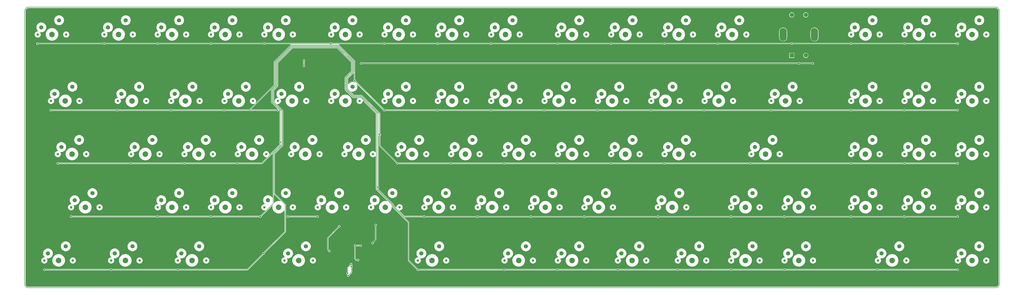
<source format=gtl>
G04*
G04 #@! TF.GenerationSoftware,Altium Limited,Altium Designer,22.5.1 (42)*
G04*
G04 Layer_Physical_Order=1*
G04 Layer_Color=255*
%FSLAX25Y25*%
%MOIN*%
G70*
G04*
G04 #@! TF.SameCoordinates,504ED2BA-0697-4506-BE62-B3443A79F7BE*
G04*
G04*
G04 #@! TF.FilePolarity,Positive*
G04*
G01*
G75*
%ADD11C,0.00787*%
G04:AMPARAMS|DCode=16|XSize=102.36mil|YSize=185.04mil|CornerRadius=51.18mil|HoleSize=0mil|Usage=FLASHONLY|Rotation=0.000|XOffset=0mil|YOffset=0mil|HoleType=Round|Shape=RoundedRectangle|*
%AMROUNDEDRECTD16*
21,1,0.10236,0.08268,0,0,0.0*
21,1,0.00000,0.18504,0,0,0.0*
1,1,0.10236,0.00000,-0.04134*
1,1,0.10236,0.00000,-0.04134*
1,1,0.10236,0.00000,0.04134*
1,1,0.10236,0.00000,0.04134*
%
%ADD16ROUNDEDRECTD16*%
%ADD17C,0.06102*%
%ADD18R,0.06102X0.06102*%
%ADD19C,0.00800*%
%ADD20C,0.01000*%
%ADD21C,0.05906*%
%ADD22C,0.03350*%
%ADD23C,0.07850*%
%ADD24C,0.03000*%
%ADD25C,0.02362*%
G36*
X1364500Y393947D02*
X1364938D01*
X1365797Y393776D01*
X1366607Y393441D01*
X1367335Y392954D01*
X1367954Y392335D01*
X1368441Y391606D01*
X1368776Y390797D01*
X1368947Y389938D01*
X1368947Y389500D01*
X1368947Y5250D01*
Y4812D01*
X1368776Y3953D01*
X1368441Y3143D01*
X1367954Y2415D01*
X1367335Y1796D01*
X1366607Y1309D01*
X1365797Y974D01*
X1364938Y803D01*
X4587D01*
X3776Y964D01*
X3012Y1280D01*
X2324Y1740D01*
X1740Y2324D01*
X1280Y3012D01*
X964Y3776D01*
X803Y4587D01*
Y5000D01*
X803Y389500D01*
Y389938D01*
X974Y390797D01*
X1309Y391606D01*
X1796Y392335D01*
X2415Y392954D01*
X3143Y393441D01*
X3953Y393776D01*
X4812Y393947D01*
X5250Y393947D01*
X1364500Y393947D01*
D02*
G37*
%LPC*%
G36*
X1098310Y387860D02*
X1097375D01*
X1096472Y387618D01*
X1095662Y387151D01*
X1095001Y386490D01*
X1094533Y385680D01*
X1094291Y384777D01*
Y383841D01*
X1094533Y382938D01*
X1095001Y382129D01*
X1095662Y381467D01*
X1096472Y381000D01*
X1097375Y380758D01*
X1098310D01*
X1099213Y381000D01*
X1100023Y381467D01*
X1100684Y382129D01*
X1101152Y382938D01*
X1101394Y383841D01*
Y384777D01*
X1101152Y385680D01*
X1100684Y386490D01*
X1100023Y387151D01*
X1099213Y387618D01*
X1098310Y387860D01*
D02*
G37*
G36*
X1078625D02*
X1077690D01*
X1076787Y387618D01*
X1075977Y387151D01*
X1075316Y386490D01*
X1074848Y385680D01*
X1074606Y384777D01*
Y383841D01*
X1074848Y382938D01*
X1075316Y382129D01*
X1075977Y381467D01*
X1076787Y381000D01*
X1077690Y380758D01*
X1078625D01*
X1079528Y381000D01*
X1080338Y381467D01*
X1080999Y382129D01*
X1081467Y382938D01*
X1081709Y383841D01*
Y384777D01*
X1081467Y385680D01*
X1080999Y386490D01*
X1080338Y387151D01*
X1079528Y387618D01*
X1078625Y387860D01*
D02*
G37*
G36*
X1342429Y383640D02*
X1341071D01*
X1339740Y383375D01*
X1338486Y382856D01*
X1337358Y382102D01*
X1336398Y381142D01*
X1335644Y380013D01*
X1335125Y378760D01*
X1334860Y377429D01*
Y376071D01*
X1335125Y374740D01*
X1335644Y373486D01*
X1336398Y372358D01*
X1337358Y371398D01*
X1338486Y370644D01*
X1339740Y370125D01*
X1341071Y369860D01*
X1342429D01*
X1343760Y370125D01*
X1345014Y370644D01*
X1346142Y371398D01*
X1347102Y372358D01*
X1347856Y373486D01*
X1348375Y374740D01*
X1348640Y376071D01*
Y377429D01*
X1348375Y378760D01*
X1347856Y380013D01*
X1347102Y381142D01*
X1346142Y382102D01*
X1345014Y382856D01*
X1343760Y383375D01*
X1342429Y383640D01*
D02*
G37*
G36*
X1267429D02*
X1266071D01*
X1264740Y383375D01*
X1263486Y382856D01*
X1262358Y382102D01*
X1261398Y381142D01*
X1260644Y380013D01*
X1260125Y378760D01*
X1259860Y377429D01*
Y376071D01*
X1260125Y374740D01*
X1260644Y373486D01*
X1261398Y372358D01*
X1262358Y371398D01*
X1263486Y370644D01*
X1264740Y370125D01*
X1266071Y369860D01*
X1267429D01*
X1268760Y370125D01*
X1270014Y370644D01*
X1271142Y371398D01*
X1272102Y372358D01*
X1272856Y373486D01*
X1273375Y374740D01*
X1273640Y376071D01*
Y377429D01*
X1273375Y378760D01*
X1272856Y380013D01*
X1272102Y381142D01*
X1271142Y382102D01*
X1270014Y382856D01*
X1268760Y383375D01*
X1267429Y383640D01*
D02*
G37*
G36*
X1192429D02*
X1191071D01*
X1189740Y383375D01*
X1188486Y382856D01*
X1187358Y382102D01*
X1186398Y381142D01*
X1185644Y380013D01*
X1185125Y378760D01*
X1184860Y377429D01*
Y376071D01*
X1185125Y374740D01*
X1185644Y373486D01*
X1186398Y372358D01*
X1187358Y371398D01*
X1188486Y370644D01*
X1189740Y370125D01*
X1191071Y369860D01*
X1192429D01*
X1193760Y370125D01*
X1195014Y370644D01*
X1196142Y371398D01*
X1197102Y372358D01*
X1197856Y373486D01*
X1198375Y374740D01*
X1198640Y376071D01*
Y377429D01*
X1198375Y378760D01*
X1197856Y380013D01*
X1197102Y381142D01*
X1196142Y382102D01*
X1195014Y382856D01*
X1193760Y383375D01*
X1192429Y383640D01*
D02*
G37*
G36*
X1004929D02*
X1003571D01*
X1002240Y383375D01*
X1000986Y382856D01*
X999858Y382102D01*
X998898Y381142D01*
X998144Y380013D01*
X997625Y378760D01*
X997360Y377429D01*
Y376071D01*
X997625Y374740D01*
X998144Y373486D01*
X998898Y372358D01*
X999858Y371398D01*
X1000986Y370644D01*
X1002240Y370125D01*
X1003571Y369860D01*
X1004929D01*
X1006260Y370125D01*
X1007514Y370644D01*
X1008642Y371398D01*
X1009602Y372358D01*
X1010356Y373486D01*
X1010875Y374740D01*
X1011140Y376071D01*
Y377429D01*
X1010875Y378760D01*
X1010356Y380013D01*
X1009602Y381142D01*
X1008642Y382102D01*
X1007514Y382856D01*
X1006260Y383375D01*
X1004929Y383640D01*
D02*
G37*
G36*
X929929D02*
X928571D01*
X927240Y383375D01*
X925986Y382856D01*
X924858Y382102D01*
X923898Y381142D01*
X923144Y380013D01*
X922625Y378760D01*
X922360Y377429D01*
Y376071D01*
X922625Y374740D01*
X923144Y373486D01*
X923898Y372358D01*
X924858Y371398D01*
X925986Y370644D01*
X927240Y370125D01*
X928571Y369860D01*
X929929D01*
X931260Y370125D01*
X932514Y370644D01*
X933642Y371398D01*
X934602Y372358D01*
X935356Y373486D01*
X935875Y374740D01*
X936140Y376071D01*
Y377429D01*
X935875Y378760D01*
X935356Y380013D01*
X934602Y381142D01*
X933642Y382102D01*
X932514Y382856D01*
X931260Y383375D01*
X929929Y383640D01*
D02*
G37*
G36*
X854929D02*
X853571D01*
X852240Y383375D01*
X850986Y382856D01*
X849858Y382102D01*
X848898Y381142D01*
X848144Y380013D01*
X847625Y378760D01*
X847360Y377429D01*
Y376071D01*
X847625Y374740D01*
X848144Y373486D01*
X848898Y372358D01*
X849858Y371398D01*
X850986Y370644D01*
X852240Y370125D01*
X853571Y369860D01*
X854929D01*
X856260Y370125D01*
X857514Y370644D01*
X858642Y371398D01*
X859602Y372358D01*
X860356Y373486D01*
X860875Y374740D01*
X861140Y376071D01*
Y377429D01*
X860875Y378760D01*
X860356Y380013D01*
X859602Y381142D01*
X858642Y382102D01*
X857514Y382856D01*
X856260Y383375D01*
X854929Y383640D01*
D02*
G37*
G36*
X779929D02*
X778571D01*
X777240Y383375D01*
X775986Y382856D01*
X774858Y382102D01*
X773898Y381142D01*
X773144Y380013D01*
X772625Y378760D01*
X772360Y377429D01*
Y376071D01*
X772625Y374740D01*
X773144Y373486D01*
X773898Y372358D01*
X774858Y371398D01*
X775986Y370644D01*
X777240Y370125D01*
X778571Y369860D01*
X779929D01*
X781260Y370125D01*
X782514Y370644D01*
X783642Y371398D01*
X784602Y372358D01*
X785356Y373486D01*
X785875Y374740D01*
X786140Y376071D01*
Y377429D01*
X785875Y378760D01*
X785356Y380013D01*
X784602Y381142D01*
X783642Y382102D01*
X782514Y382856D01*
X781260Y383375D01*
X779929Y383640D01*
D02*
G37*
G36*
X686179D02*
X684821D01*
X683490Y383375D01*
X682236Y382856D01*
X681108Y382102D01*
X680148Y381142D01*
X679394Y380013D01*
X678875Y378760D01*
X678610Y377429D01*
Y376071D01*
X678875Y374740D01*
X679394Y373486D01*
X680148Y372358D01*
X681108Y371398D01*
X682236Y370644D01*
X683490Y370125D01*
X684821Y369860D01*
X686179D01*
X687510Y370125D01*
X688764Y370644D01*
X689892Y371398D01*
X690852Y372358D01*
X691606Y373486D01*
X692125Y374740D01*
X692390Y376071D01*
Y377429D01*
X692125Y378760D01*
X691606Y380013D01*
X690852Y381142D01*
X689892Y382102D01*
X688764Y382856D01*
X687510Y383375D01*
X686179Y383640D01*
D02*
G37*
G36*
X611179D02*
X609821D01*
X608490Y383375D01*
X607236Y382856D01*
X606108Y382102D01*
X605148Y381142D01*
X604394Y380013D01*
X603875Y378760D01*
X603610Y377429D01*
Y376071D01*
X603875Y374740D01*
X604394Y373486D01*
X605148Y372358D01*
X606108Y371398D01*
X607236Y370644D01*
X608490Y370125D01*
X609821Y369860D01*
X611179D01*
X612510Y370125D01*
X613764Y370644D01*
X614892Y371398D01*
X615852Y372358D01*
X616606Y373486D01*
X617125Y374740D01*
X617390Y376071D01*
Y377429D01*
X617125Y378760D01*
X616606Y380013D01*
X615852Y381142D01*
X614892Y382102D01*
X613764Y382856D01*
X612510Y383375D01*
X611179Y383640D01*
D02*
G37*
G36*
X536179D02*
X534821D01*
X533490Y383375D01*
X532236Y382856D01*
X531108Y382102D01*
X530148Y381142D01*
X529394Y380013D01*
X528875Y378760D01*
X528610Y377429D01*
Y376071D01*
X528875Y374740D01*
X529394Y373486D01*
X530148Y372358D01*
X531108Y371398D01*
X532236Y370644D01*
X533490Y370125D01*
X534821Y369860D01*
X536179D01*
X537510Y370125D01*
X538764Y370644D01*
X539892Y371398D01*
X540852Y372358D01*
X541606Y373486D01*
X542125Y374740D01*
X542390Y376071D01*
Y377429D01*
X542125Y378760D01*
X541606Y380013D01*
X540852Y381142D01*
X539892Y382102D01*
X538764Y382856D01*
X537510Y383375D01*
X536179Y383640D01*
D02*
G37*
G36*
X461179D02*
X459821D01*
X458490Y383375D01*
X457236Y382856D01*
X456108Y382102D01*
X455148Y381142D01*
X454394Y380013D01*
X453875Y378760D01*
X453610Y377429D01*
Y376071D01*
X453875Y374740D01*
X454394Y373486D01*
X455148Y372358D01*
X456108Y371398D01*
X457236Y370644D01*
X458490Y370125D01*
X459821Y369860D01*
X461179D01*
X462510Y370125D01*
X463764Y370644D01*
X464892Y371398D01*
X465852Y372358D01*
X466606Y373486D01*
X467125Y374740D01*
X467390Y376071D01*
Y377429D01*
X467125Y378760D01*
X466606Y380013D01*
X465852Y381142D01*
X464892Y382102D01*
X463764Y382856D01*
X462510Y383375D01*
X461179Y383640D01*
D02*
G37*
G36*
X367429D02*
X366071D01*
X364740Y383375D01*
X363487Y382856D01*
X362358Y382102D01*
X361398Y381142D01*
X360644Y380013D01*
X360125Y378760D01*
X359860Y377429D01*
Y376071D01*
X360125Y374740D01*
X360644Y373486D01*
X361398Y372358D01*
X362358Y371398D01*
X363487Y370644D01*
X364740Y370125D01*
X366071Y369860D01*
X367429D01*
X368760Y370125D01*
X370013Y370644D01*
X371142Y371398D01*
X372102Y372358D01*
X372856Y373486D01*
X373375Y374740D01*
X373640Y376071D01*
Y377429D01*
X373375Y378760D01*
X372856Y380013D01*
X372102Y381142D01*
X371142Y382102D01*
X370013Y382856D01*
X368760Y383375D01*
X367429Y383640D01*
D02*
G37*
G36*
X292429D02*
X291071D01*
X289740Y383375D01*
X288487Y382856D01*
X287358Y382102D01*
X286398Y381142D01*
X285644Y380013D01*
X285125Y378760D01*
X284860Y377429D01*
Y376071D01*
X285125Y374740D01*
X285644Y373486D01*
X286398Y372358D01*
X287358Y371398D01*
X288487Y370644D01*
X289740Y370125D01*
X291071Y369860D01*
X292429D01*
X293760Y370125D01*
X295013Y370644D01*
X296142Y371398D01*
X297102Y372358D01*
X297856Y373486D01*
X298375Y374740D01*
X298640Y376071D01*
Y377429D01*
X298375Y378760D01*
X297856Y380013D01*
X297102Y381142D01*
X296142Y382102D01*
X295013Y382856D01*
X293760Y383375D01*
X292429Y383640D01*
D02*
G37*
G36*
X217429D02*
X216071D01*
X214740Y383375D01*
X213487Y382856D01*
X212358Y382102D01*
X211398Y381142D01*
X210644Y380013D01*
X210125Y378760D01*
X209860Y377429D01*
Y376071D01*
X210125Y374740D01*
X210644Y373486D01*
X211398Y372358D01*
X212358Y371398D01*
X213487Y370644D01*
X214740Y370125D01*
X216071Y369860D01*
X217429D01*
X218760Y370125D01*
X220013Y370644D01*
X221142Y371398D01*
X222102Y372358D01*
X222856Y373486D01*
X223375Y374740D01*
X223640Y376071D01*
Y377429D01*
X223375Y378760D01*
X222856Y380013D01*
X222102Y381142D01*
X221142Y382102D01*
X220013Y382856D01*
X218760Y383375D01*
X217429Y383640D01*
D02*
G37*
G36*
X142429D02*
X141071D01*
X139740Y383375D01*
X138487Y382856D01*
X137358Y382102D01*
X136398Y381142D01*
X135644Y380013D01*
X135125Y378760D01*
X134860Y377429D01*
Y376071D01*
X135125Y374740D01*
X135644Y373486D01*
X136398Y372358D01*
X137358Y371398D01*
X138487Y370644D01*
X139740Y370125D01*
X141071Y369860D01*
X142429D01*
X143760Y370125D01*
X145013Y370644D01*
X146142Y371398D01*
X147102Y372358D01*
X147856Y373486D01*
X148375Y374740D01*
X148640Y376071D01*
Y377429D01*
X148375Y378760D01*
X147856Y380013D01*
X147102Y381142D01*
X146142Y382102D01*
X145013Y382856D01*
X143760Y383375D01*
X142429Y383640D01*
D02*
G37*
G36*
X48679D02*
X47321D01*
X45990Y383375D01*
X44736Y382856D01*
X43608Y382102D01*
X42648Y381142D01*
X41894Y380013D01*
X41375Y378760D01*
X41110Y377429D01*
Y376071D01*
X41375Y374740D01*
X41894Y373486D01*
X42648Y372358D01*
X43608Y371398D01*
X44736Y370644D01*
X45990Y370125D01*
X47321Y369860D01*
X48679D01*
X50010Y370125D01*
X51263Y370644D01*
X52392Y371398D01*
X53352Y372358D01*
X54106Y373486D01*
X54625Y374740D01*
X54890Y376071D01*
Y377429D01*
X54625Y378760D01*
X54106Y380013D01*
X53352Y381142D01*
X52392Y382102D01*
X51263Y382856D01*
X50010Y383375D01*
X48679Y383640D01*
D02*
G37*
G36*
X1317429Y373640D02*
X1316071D01*
X1314740Y373375D01*
X1313486Y372856D01*
X1312358Y372102D01*
X1311398Y371142D01*
X1310644Y370013D01*
X1310125Y368760D01*
X1309860Y367429D01*
Y366071D01*
X1310125Y364740D01*
X1310644Y363487D01*
X1311398Y362358D01*
X1312172Y361584D01*
X1311965Y361084D01*
X1311179D01*
X1310077Y360789D01*
X1309089Y360218D01*
X1308282Y359411D01*
X1307711Y358423D01*
X1307416Y357321D01*
Y356179D01*
X1307711Y355077D01*
X1308282Y354089D01*
X1309089Y353282D01*
X1310077Y352711D01*
X1311179Y352416D01*
X1312321D01*
X1313423Y352711D01*
X1314411Y353282D01*
X1315218Y354089D01*
X1315789Y355077D01*
X1316084Y356179D01*
Y357321D01*
X1315789Y358423D01*
X1315218Y359411D01*
X1315082Y359547D01*
X1315329Y360008D01*
X1316071Y359860D01*
X1317429D01*
X1318760Y360125D01*
X1320014Y360644D01*
X1321142Y361398D01*
X1322102Y362358D01*
X1322856Y363487D01*
X1323375Y364740D01*
X1323640Y366071D01*
Y367429D01*
X1323375Y368760D01*
X1322856Y370013D01*
X1322102Y371142D01*
X1321142Y372102D01*
X1320014Y372856D01*
X1318760Y373375D01*
X1317429Y373640D01*
D02*
G37*
G36*
X1242429D02*
X1241071D01*
X1239740Y373375D01*
X1238486Y372856D01*
X1237358Y372102D01*
X1236398Y371142D01*
X1235644Y370013D01*
X1235125Y368760D01*
X1234860Y367429D01*
Y366071D01*
X1235125Y364740D01*
X1235644Y363487D01*
X1236398Y362358D01*
X1237172Y361584D01*
X1236965Y361084D01*
X1236179D01*
X1235077Y360789D01*
X1234089Y360218D01*
X1233282Y359411D01*
X1232711Y358423D01*
X1232416Y357321D01*
Y356179D01*
X1232711Y355077D01*
X1233282Y354089D01*
X1234089Y353282D01*
X1235077Y352711D01*
X1236179Y352416D01*
X1237321D01*
X1238423Y352711D01*
X1239411Y353282D01*
X1240218Y354089D01*
X1240789Y355077D01*
X1241084Y356179D01*
Y357321D01*
X1240789Y358423D01*
X1240218Y359411D01*
X1240082Y359547D01*
X1240329Y360008D01*
X1241071Y359860D01*
X1242429D01*
X1243760Y360125D01*
X1245014Y360644D01*
X1246142Y361398D01*
X1247102Y362358D01*
X1247856Y363487D01*
X1248375Y364740D01*
X1248640Y366071D01*
Y367429D01*
X1248375Y368760D01*
X1247856Y370013D01*
X1247102Y371142D01*
X1246142Y372102D01*
X1245014Y372856D01*
X1243760Y373375D01*
X1242429Y373640D01*
D02*
G37*
G36*
X1167429D02*
X1166071D01*
X1164740Y373375D01*
X1163486Y372856D01*
X1162358Y372102D01*
X1161398Y371142D01*
X1160644Y370013D01*
X1160125Y368760D01*
X1159860Y367429D01*
Y366071D01*
X1160125Y364740D01*
X1160644Y363487D01*
X1161398Y362358D01*
X1162172Y361584D01*
X1161965Y361084D01*
X1161179D01*
X1160077Y360789D01*
X1159089Y360218D01*
X1158282Y359411D01*
X1157711Y358423D01*
X1157416Y357321D01*
Y356179D01*
X1157711Y355077D01*
X1158282Y354089D01*
X1159089Y353282D01*
X1160077Y352711D01*
X1161179Y352416D01*
X1162321D01*
X1163423Y352711D01*
X1164411Y353282D01*
X1165218Y354089D01*
X1165789Y355077D01*
X1166084Y356179D01*
Y357321D01*
X1165789Y358423D01*
X1165218Y359411D01*
X1165082Y359547D01*
X1165329Y360008D01*
X1166071Y359860D01*
X1167429D01*
X1168760Y360125D01*
X1170014Y360644D01*
X1171142Y361398D01*
X1172102Y362358D01*
X1172856Y363487D01*
X1173375Y364740D01*
X1173640Y366071D01*
Y367429D01*
X1173375Y368760D01*
X1172856Y370013D01*
X1172102Y371142D01*
X1171142Y372102D01*
X1170014Y372856D01*
X1168760Y373375D01*
X1167429Y373640D01*
D02*
G37*
G36*
X979929D02*
X978571D01*
X977240Y373375D01*
X975986Y372856D01*
X974858Y372102D01*
X973898Y371142D01*
X973144Y370013D01*
X972625Y368760D01*
X972360Y367429D01*
Y366071D01*
X972625Y364740D01*
X973144Y363487D01*
X973898Y362358D01*
X974672Y361584D01*
X974465Y361084D01*
X973679D01*
X972577Y360789D01*
X971589Y360218D01*
X970782Y359411D01*
X970211Y358423D01*
X969916Y357321D01*
Y356179D01*
X970211Y355077D01*
X970782Y354089D01*
X971589Y353282D01*
X972577Y352711D01*
X973679Y352416D01*
X974821D01*
X975923Y352711D01*
X976911Y353282D01*
X977718Y354089D01*
X978289Y355077D01*
X978584Y356179D01*
Y357321D01*
X978289Y358423D01*
X977718Y359411D01*
X977582Y359547D01*
X977829Y360008D01*
X978571Y359860D01*
X979929D01*
X981260Y360125D01*
X982514Y360644D01*
X983642Y361398D01*
X984602Y362358D01*
X985356Y363487D01*
X985875Y364740D01*
X986140Y366071D01*
Y367429D01*
X985875Y368760D01*
X985356Y370013D01*
X984602Y371142D01*
X983642Y372102D01*
X982514Y372856D01*
X981260Y373375D01*
X979929Y373640D01*
D02*
G37*
G36*
X904929D02*
X903571D01*
X902240Y373375D01*
X900986Y372856D01*
X899858Y372102D01*
X898898Y371142D01*
X898144Y370013D01*
X897625Y368760D01*
X897360Y367429D01*
Y366071D01*
X897625Y364740D01*
X898144Y363487D01*
X898898Y362358D01*
X899672Y361584D01*
X899465Y361084D01*
X898679D01*
X897577Y360789D01*
X896589Y360218D01*
X895782Y359411D01*
X895211Y358423D01*
X894916Y357321D01*
Y356179D01*
X895211Y355077D01*
X895782Y354089D01*
X896589Y353282D01*
X897577Y352711D01*
X898679Y352416D01*
X899821D01*
X900923Y352711D01*
X901911Y353282D01*
X902718Y354089D01*
X903289Y355077D01*
X903584Y356179D01*
Y357321D01*
X903289Y358423D01*
X902718Y359411D01*
X902582Y359547D01*
X902829Y360008D01*
X903571Y359860D01*
X904929D01*
X906260Y360125D01*
X907514Y360644D01*
X908642Y361398D01*
X909602Y362358D01*
X910356Y363487D01*
X910875Y364740D01*
X911140Y366071D01*
Y367429D01*
X910875Y368760D01*
X910356Y370013D01*
X909602Y371142D01*
X908642Y372102D01*
X907514Y372856D01*
X906260Y373375D01*
X904929Y373640D01*
D02*
G37*
G36*
X829929D02*
X828571D01*
X827240Y373375D01*
X825986Y372856D01*
X824858Y372102D01*
X823898Y371142D01*
X823144Y370013D01*
X822625Y368760D01*
X822360Y367429D01*
Y366071D01*
X822625Y364740D01*
X823144Y363487D01*
X823898Y362358D01*
X824672Y361584D01*
X824465Y361084D01*
X823679D01*
X822577Y360789D01*
X821589Y360218D01*
X820782Y359411D01*
X820211Y358423D01*
X819916Y357321D01*
Y356179D01*
X820211Y355077D01*
X820782Y354089D01*
X821589Y353282D01*
X822577Y352711D01*
X823679Y352416D01*
X824821D01*
X825923Y352711D01*
X826911Y353282D01*
X827718Y354089D01*
X828289Y355077D01*
X828584Y356179D01*
Y357321D01*
X828289Y358423D01*
X827718Y359411D01*
X827582Y359547D01*
X827829Y360008D01*
X828571Y359860D01*
X829929D01*
X831260Y360125D01*
X832514Y360644D01*
X833642Y361398D01*
X834602Y362358D01*
X835356Y363487D01*
X835875Y364740D01*
X836140Y366071D01*
Y367429D01*
X835875Y368760D01*
X835356Y370013D01*
X834602Y371142D01*
X833642Y372102D01*
X832514Y372856D01*
X831260Y373375D01*
X829929Y373640D01*
D02*
G37*
G36*
X754929D02*
X753571D01*
X752240Y373375D01*
X750986Y372856D01*
X749858Y372102D01*
X748898Y371142D01*
X748144Y370013D01*
X747625Y368760D01*
X747360Y367429D01*
Y366071D01*
X747625Y364740D01*
X748144Y363487D01*
X748898Y362358D01*
X749672Y361584D01*
X749465Y361084D01*
X748679D01*
X747577Y360789D01*
X746589Y360218D01*
X745782Y359411D01*
X745211Y358423D01*
X744916Y357321D01*
Y356179D01*
X745211Y355077D01*
X745782Y354089D01*
X746589Y353282D01*
X747577Y352711D01*
X748679Y352416D01*
X749821D01*
X750923Y352711D01*
X751911Y353282D01*
X752718Y354089D01*
X753289Y355077D01*
X753584Y356179D01*
Y357321D01*
X753289Y358423D01*
X752718Y359411D01*
X752582Y359547D01*
X752829Y360008D01*
X753571Y359860D01*
X754929D01*
X756260Y360125D01*
X757514Y360644D01*
X758642Y361398D01*
X759602Y362358D01*
X760356Y363487D01*
X760875Y364740D01*
X761140Y366071D01*
Y367429D01*
X760875Y368760D01*
X760356Y370013D01*
X759602Y371142D01*
X758642Y372102D01*
X757514Y372856D01*
X756260Y373375D01*
X754929Y373640D01*
D02*
G37*
G36*
X661179D02*
X659821D01*
X658490Y373375D01*
X657236Y372856D01*
X656108Y372102D01*
X655148Y371142D01*
X654394Y370013D01*
X653875Y368760D01*
X653610Y367429D01*
Y366071D01*
X653875Y364740D01*
X654394Y363487D01*
X655148Y362358D01*
X655922Y361584D01*
X655715Y361084D01*
X654929D01*
X653827Y360789D01*
X652839Y360218D01*
X652032Y359411D01*
X651461Y358423D01*
X651166Y357321D01*
Y356179D01*
X651461Y355077D01*
X652032Y354089D01*
X652839Y353282D01*
X653827Y352711D01*
X654929Y352416D01*
X656071D01*
X657173Y352711D01*
X658161Y353282D01*
X658968Y354089D01*
X659539Y355077D01*
X659834Y356179D01*
Y357321D01*
X659539Y358423D01*
X658968Y359411D01*
X658832Y359547D01*
X659079Y360008D01*
X659821Y359860D01*
X661179D01*
X662510Y360125D01*
X663764Y360644D01*
X664892Y361398D01*
X665852Y362358D01*
X666606Y363487D01*
X667125Y364740D01*
X667390Y366071D01*
Y367429D01*
X667125Y368760D01*
X666606Y370013D01*
X665852Y371142D01*
X664892Y372102D01*
X663764Y372856D01*
X662510Y373375D01*
X661179Y373640D01*
D02*
G37*
G36*
X586179D02*
X584821D01*
X583490Y373375D01*
X582236Y372856D01*
X581108Y372102D01*
X580148Y371142D01*
X579394Y370013D01*
X578875Y368760D01*
X578610Y367429D01*
Y366071D01*
X578875Y364740D01*
X579394Y363487D01*
X580148Y362358D01*
X580922Y361584D01*
X580715Y361084D01*
X579929D01*
X578827Y360789D01*
X577839Y360218D01*
X577032Y359411D01*
X576461Y358423D01*
X576166Y357321D01*
Y356179D01*
X576461Y355077D01*
X577032Y354089D01*
X577839Y353282D01*
X578827Y352711D01*
X579929Y352416D01*
X581071D01*
X582173Y352711D01*
X583161Y353282D01*
X583968Y354089D01*
X584539Y355077D01*
X584834Y356179D01*
Y357321D01*
X584539Y358423D01*
X583968Y359411D01*
X583832Y359547D01*
X584079Y360008D01*
X584821Y359860D01*
X586179D01*
X587510Y360125D01*
X588764Y360644D01*
X589892Y361398D01*
X590852Y362358D01*
X591606Y363487D01*
X592125Y364740D01*
X592390Y366071D01*
Y367429D01*
X592125Y368760D01*
X591606Y370013D01*
X590852Y371142D01*
X589892Y372102D01*
X588764Y372856D01*
X587510Y373375D01*
X586179Y373640D01*
D02*
G37*
G36*
X511179D02*
X509821D01*
X508490Y373375D01*
X507236Y372856D01*
X506108Y372102D01*
X505148Y371142D01*
X504394Y370013D01*
X503875Y368760D01*
X503610Y367429D01*
Y366071D01*
X503875Y364740D01*
X504394Y363487D01*
X505148Y362358D01*
X505922Y361584D01*
X505715Y361084D01*
X504929D01*
X503827Y360789D01*
X502839Y360218D01*
X502032Y359411D01*
X501461Y358423D01*
X501166Y357321D01*
Y356179D01*
X501461Y355077D01*
X502032Y354089D01*
X502839Y353282D01*
X503827Y352711D01*
X504929Y352416D01*
X506071D01*
X507173Y352711D01*
X508161Y353282D01*
X508968Y354089D01*
X509539Y355077D01*
X509834Y356179D01*
Y357321D01*
X509539Y358423D01*
X508968Y359411D01*
X508832Y359547D01*
X509079Y360008D01*
X509821Y359860D01*
X511179D01*
X512510Y360125D01*
X513764Y360644D01*
X514892Y361398D01*
X515852Y362358D01*
X516606Y363487D01*
X517125Y364740D01*
X517390Y366071D01*
Y367429D01*
X517125Y368760D01*
X516606Y370013D01*
X515852Y371142D01*
X514892Y372102D01*
X513764Y372856D01*
X512510Y373375D01*
X511179Y373640D01*
D02*
G37*
G36*
X436179D02*
X434821D01*
X433490Y373375D01*
X432236Y372856D01*
X431108Y372102D01*
X430148Y371142D01*
X429394Y370013D01*
X428875Y368760D01*
X428610Y367429D01*
Y366071D01*
X428875Y364740D01*
X429394Y363487D01*
X430148Y362358D01*
X430922Y361584D01*
X430715Y361084D01*
X429929D01*
X428827Y360789D01*
X427839Y360218D01*
X427032Y359411D01*
X426461Y358423D01*
X426166Y357321D01*
Y356179D01*
X426461Y355077D01*
X427032Y354089D01*
X427839Y353282D01*
X428827Y352711D01*
X429929Y352416D01*
X431071D01*
X432173Y352711D01*
X433161Y353282D01*
X433968Y354089D01*
X434539Y355077D01*
X434834Y356179D01*
Y357321D01*
X434539Y358423D01*
X433968Y359411D01*
X433832Y359547D01*
X434079Y360008D01*
X434821Y359860D01*
X436179D01*
X437510Y360125D01*
X438764Y360644D01*
X439892Y361398D01*
X440852Y362358D01*
X441606Y363487D01*
X442125Y364740D01*
X442390Y366071D01*
Y367429D01*
X442125Y368760D01*
X441606Y370013D01*
X440852Y371142D01*
X439892Y372102D01*
X438764Y372856D01*
X437510Y373375D01*
X436179Y373640D01*
D02*
G37*
G36*
X342429D02*
X341071D01*
X339740Y373375D01*
X338487Y372856D01*
X337358Y372102D01*
X336398Y371142D01*
X335644Y370013D01*
X335125Y368760D01*
X334860Y367429D01*
Y366071D01*
X335125Y364740D01*
X335644Y363487D01*
X336398Y362358D01*
X337172Y361584D01*
X336965Y361084D01*
X336179D01*
X335077Y360789D01*
X334089Y360218D01*
X333282Y359411D01*
X332711Y358423D01*
X332416Y357321D01*
Y356179D01*
X332711Y355077D01*
X333282Y354089D01*
X334089Y353282D01*
X335077Y352711D01*
X336179Y352416D01*
X337321D01*
X338423Y352711D01*
X339411Y353282D01*
X340218Y354089D01*
X340789Y355077D01*
X341084Y356179D01*
Y357321D01*
X340789Y358423D01*
X340218Y359411D01*
X340082Y359547D01*
X340329Y360008D01*
X341071Y359860D01*
X342429D01*
X343760Y360125D01*
X345013Y360644D01*
X346142Y361398D01*
X347102Y362358D01*
X347856Y363487D01*
X348375Y364740D01*
X348640Y366071D01*
Y367429D01*
X348375Y368760D01*
X347856Y370013D01*
X347102Y371142D01*
X346142Y372102D01*
X345013Y372856D01*
X343760Y373375D01*
X342429Y373640D01*
D02*
G37*
G36*
X267429D02*
X266071D01*
X264740Y373375D01*
X263487Y372856D01*
X262358Y372102D01*
X261398Y371142D01*
X260644Y370013D01*
X260125Y368760D01*
X259860Y367429D01*
Y366071D01*
X260125Y364740D01*
X260644Y363487D01*
X261398Y362358D01*
X262172Y361584D01*
X261965Y361084D01*
X261179D01*
X260077Y360789D01*
X259089Y360218D01*
X258282Y359411D01*
X257711Y358423D01*
X257416Y357321D01*
Y356179D01*
X257711Y355077D01*
X258282Y354089D01*
X259089Y353282D01*
X260077Y352711D01*
X261179Y352416D01*
X262321D01*
X263423Y352711D01*
X264411Y353282D01*
X265218Y354089D01*
X265789Y355077D01*
X266084Y356179D01*
Y357321D01*
X265789Y358423D01*
X265218Y359411D01*
X265082Y359547D01*
X265329Y360008D01*
X266071Y359860D01*
X267429D01*
X268760Y360125D01*
X270013Y360644D01*
X271142Y361398D01*
X272102Y362358D01*
X272856Y363487D01*
X273375Y364740D01*
X273640Y366071D01*
Y367429D01*
X273375Y368760D01*
X272856Y370013D01*
X272102Y371142D01*
X271142Y372102D01*
X270013Y372856D01*
X268760Y373375D01*
X267429Y373640D01*
D02*
G37*
G36*
X192429D02*
X191071D01*
X189740Y373375D01*
X188487Y372856D01*
X187358Y372102D01*
X186398Y371142D01*
X185644Y370013D01*
X185125Y368760D01*
X184860Y367429D01*
Y366071D01*
X185125Y364740D01*
X185644Y363487D01*
X186398Y362358D01*
X187172Y361584D01*
X186965Y361084D01*
X186179D01*
X185077Y360789D01*
X184089Y360218D01*
X183282Y359411D01*
X182711Y358423D01*
X182416Y357321D01*
Y356179D01*
X182711Y355077D01*
X183282Y354089D01*
X184089Y353282D01*
X185077Y352711D01*
X186179Y352416D01*
X187321D01*
X188423Y352711D01*
X189411Y353282D01*
X190218Y354089D01*
X190789Y355077D01*
X191084Y356179D01*
Y357321D01*
X190789Y358423D01*
X190218Y359411D01*
X190082Y359547D01*
X190329Y360008D01*
X191071Y359860D01*
X192429D01*
X193760Y360125D01*
X195013Y360644D01*
X196142Y361398D01*
X197102Y362358D01*
X197856Y363487D01*
X198375Y364740D01*
X198640Y366071D01*
Y367429D01*
X198375Y368760D01*
X197856Y370013D01*
X197102Y371142D01*
X196142Y372102D01*
X195013Y372856D01*
X193760Y373375D01*
X192429Y373640D01*
D02*
G37*
G36*
X117429D02*
X116071D01*
X114740Y373375D01*
X113487Y372856D01*
X112358Y372102D01*
X111398Y371142D01*
X110644Y370013D01*
X110125Y368760D01*
X109860Y367429D01*
Y366071D01*
X110125Y364740D01*
X110644Y363487D01*
X111398Y362358D01*
X112172Y361584D01*
X111965Y361084D01*
X111179D01*
X110077Y360789D01*
X109089Y360218D01*
X108282Y359411D01*
X107711Y358423D01*
X107416Y357321D01*
Y356179D01*
X107711Y355077D01*
X108282Y354089D01*
X109089Y353282D01*
X110077Y352711D01*
X111179Y352416D01*
X112321D01*
X113423Y352711D01*
X114411Y353282D01*
X115218Y354089D01*
X115789Y355077D01*
X116084Y356179D01*
Y357321D01*
X115789Y358423D01*
X115218Y359411D01*
X115082Y359547D01*
X115329Y360008D01*
X116071Y359860D01*
X117429D01*
X118760Y360125D01*
X120013Y360644D01*
X121142Y361398D01*
X122102Y362358D01*
X122856Y363487D01*
X123375Y364740D01*
X123640Y366071D01*
Y367429D01*
X123375Y368760D01*
X122856Y370013D01*
X122102Y371142D01*
X121142Y372102D01*
X120013Y372856D01*
X118760Y373375D01*
X117429Y373640D01*
D02*
G37*
G36*
X23679D02*
X22321D01*
X20990Y373375D01*
X19737Y372856D01*
X18608Y372102D01*
X17648Y371142D01*
X16894Y370013D01*
X16375Y368760D01*
X16110Y367429D01*
Y366071D01*
X16375Y364740D01*
X16894Y363487D01*
X17648Y362358D01*
X18422Y361584D01*
X18215Y361084D01*
X17429D01*
X16327Y360789D01*
X15339Y360218D01*
X14532Y359411D01*
X13961Y358423D01*
X13666Y357321D01*
Y356179D01*
X13961Y355077D01*
X14532Y354089D01*
X15339Y353282D01*
X16327Y352711D01*
X17429Y352416D01*
X18571D01*
X19673Y352711D01*
X20661Y353282D01*
X21468Y354089D01*
X22039Y355077D01*
X22334Y356179D01*
Y357321D01*
X22039Y358423D01*
X21468Y359411D01*
X21332Y359547D01*
X21579Y360008D01*
X22321Y359860D01*
X23679D01*
X25010Y360125D01*
X26263Y360644D01*
X27392Y361398D01*
X28352Y362358D01*
X29106Y363487D01*
X29625Y364740D01*
X29890Y366071D01*
Y367429D01*
X29625Y368760D01*
X29106Y370013D01*
X28352Y371142D01*
X27392Y372102D01*
X26263Y372856D01*
X25010Y373375D01*
X23679Y373640D01*
D02*
G37*
G36*
X1352321Y361084D02*
X1351179D01*
X1350077Y360789D01*
X1349089Y360218D01*
X1348282Y359411D01*
X1347711Y358423D01*
X1347416Y357321D01*
Y356179D01*
X1347711Y355077D01*
X1348282Y354089D01*
X1349089Y353282D01*
X1350077Y352711D01*
X1351179Y352416D01*
X1352321D01*
X1353423Y352711D01*
X1354411Y353282D01*
X1355218Y354089D01*
X1355789Y355077D01*
X1356084Y356179D01*
Y357321D01*
X1355789Y358423D01*
X1355218Y359411D01*
X1354411Y360218D01*
X1353423Y360789D01*
X1352321Y361084D01*
D02*
G37*
G36*
X1277321D02*
X1276179D01*
X1275077Y360789D01*
X1274089Y360218D01*
X1273282Y359411D01*
X1272711Y358423D01*
X1272416Y357321D01*
Y356179D01*
X1272711Y355077D01*
X1273282Y354089D01*
X1274089Y353282D01*
X1275077Y352711D01*
X1276179Y352416D01*
X1277321D01*
X1278423Y352711D01*
X1279411Y353282D01*
X1280218Y354089D01*
X1280789Y355077D01*
X1281084Y356179D01*
Y357321D01*
X1280789Y358423D01*
X1280218Y359411D01*
X1279411Y360218D01*
X1278423Y360789D01*
X1277321Y361084D01*
D02*
G37*
G36*
X1202321D02*
X1201179D01*
X1200077Y360789D01*
X1199089Y360218D01*
X1198282Y359411D01*
X1197711Y358423D01*
X1197416Y357321D01*
Y356179D01*
X1197711Y355077D01*
X1198282Y354089D01*
X1199089Y353282D01*
X1200077Y352711D01*
X1201179Y352416D01*
X1202321D01*
X1203423Y352711D01*
X1204411Y353282D01*
X1205218Y354089D01*
X1205789Y355077D01*
X1206084Y356179D01*
Y357321D01*
X1205789Y358423D01*
X1205218Y359411D01*
X1204411Y360218D01*
X1203423Y360789D01*
X1202321Y361084D01*
D02*
G37*
G36*
X1014821D02*
X1013679D01*
X1012577Y360789D01*
X1011589Y360218D01*
X1010782Y359411D01*
X1010211Y358423D01*
X1009916Y357321D01*
Y356179D01*
X1010211Y355077D01*
X1010782Y354089D01*
X1011589Y353282D01*
X1012577Y352711D01*
X1013679Y352416D01*
X1014821D01*
X1015923Y352711D01*
X1016911Y353282D01*
X1017718Y354089D01*
X1018289Y355077D01*
X1018584Y356179D01*
Y357321D01*
X1018289Y358423D01*
X1017718Y359411D01*
X1016911Y360218D01*
X1015923Y360789D01*
X1014821Y361084D01*
D02*
G37*
G36*
X939821D02*
X938679D01*
X937577Y360789D01*
X936589Y360218D01*
X935782Y359411D01*
X935211Y358423D01*
X934916Y357321D01*
Y356179D01*
X935211Y355077D01*
X935782Y354089D01*
X936589Y353282D01*
X937577Y352711D01*
X938679Y352416D01*
X939821D01*
X940923Y352711D01*
X941911Y353282D01*
X942718Y354089D01*
X943289Y355077D01*
X943584Y356179D01*
Y357321D01*
X943289Y358423D01*
X942718Y359411D01*
X941911Y360218D01*
X940923Y360789D01*
X939821Y361084D01*
D02*
G37*
G36*
X864821D02*
X863679D01*
X862577Y360789D01*
X861589Y360218D01*
X860782Y359411D01*
X860211Y358423D01*
X859916Y357321D01*
Y356179D01*
X860211Y355077D01*
X860782Y354089D01*
X861589Y353282D01*
X862577Y352711D01*
X863679Y352416D01*
X864821D01*
X865923Y352711D01*
X866911Y353282D01*
X867718Y354089D01*
X868289Y355077D01*
X868584Y356179D01*
Y357321D01*
X868289Y358423D01*
X867718Y359411D01*
X866911Y360218D01*
X865923Y360789D01*
X864821Y361084D01*
D02*
G37*
G36*
X789821D02*
X788679D01*
X787577Y360789D01*
X786589Y360218D01*
X785782Y359411D01*
X785211Y358423D01*
X784916Y357321D01*
Y356179D01*
X785211Y355077D01*
X785782Y354089D01*
X786589Y353282D01*
X787577Y352711D01*
X788679Y352416D01*
X789821D01*
X790923Y352711D01*
X791911Y353282D01*
X792718Y354089D01*
X793289Y355077D01*
X793584Y356179D01*
Y357321D01*
X793289Y358423D01*
X792718Y359411D01*
X791911Y360218D01*
X790923Y360789D01*
X789821Y361084D01*
D02*
G37*
G36*
X696071D02*
X694929D01*
X693827Y360789D01*
X692839Y360218D01*
X692032Y359411D01*
X691461Y358423D01*
X691166Y357321D01*
Y356179D01*
X691461Y355077D01*
X692032Y354089D01*
X692839Y353282D01*
X693827Y352711D01*
X694929Y352416D01*
X696071D01*
X697173Y352711D01*
X698161Y353282D01*
X698968Y354089D01*
X699539Y355077D01*
X699834Y356179D01*
Y357321D01*
X699539Y358423D01*
X698968Y359411D01*
X698161Y360218D01*
X697173Y360789D01*
X696071Y361084D01*
D02*
G37*
G36*
X621071D02*
X619929D01*
X618827Y360789D01*
X617839Y360218D01*
X617032Y359411D01*
X616461Y358423D01*
X616166Y357321D01*
Y356179D01*
X616461Y355077D01*
X617032Y354089D01*
X617839Y353282D01*
X618827Y352711D01*
X619929Y352416D01*
X621071D01*
X622173Y352711D01*
X623161Y353282D01*
X623968Y354089D01*
X624539Y355077D01*
X624834Y356179D01*
Y357321D01*
X624539Y358423D01*
X623968Y359411D01*
X623161Y360218D01*
X622173Y360789D01*
X621071Y361084D01*
D02*
G37*
G36*
X546071D02*
X544929D01*
X543827Y360789D01*
X542839Y360218D01*
X542032Y359411D01*
X541461Y358423D01*
X541166Y357321D01*
Y356179D01*
X541461Y355077D01*
X542032Y354089D01*
X542839Y353282D01*
X543827Y352711D01*
X544929Y352416D01*
X546071D01*
X547173Y352711D01*
X548161Y353282D01*
X548968Y354089D01*
X549539Y355077D01*
X549834Y356179D01*
Y357321D01*
X549539Y358423D01*
X548968Y359411D01*
X548161Y360218D01*
X547173Y360789D01*
X546071Y361084D01*
D02*
G37*
G36*
X471071D02*
X469929D01*
X468827Y360789D01*
X467839Y360218D01*
X467032Y359411D01*
X466461Y358423D01*
X466166Y357321D01*
Y356179D01*
X466461Y355077D01*
X467032Y354089D01*
X467839Y353282D01*
X468827Y352711D01*
X469929Y352416D01*
X471071D01*
X472173Y352711D01*
X473161Y353282D01*
X473968Y354089D01*
X474539Y355077D01*
X474834Y356179D01*
Y357321D01*
X474539Y358423D01*
X473968Y359411D01*
X473161Y360218D01*
X472173Y360789D01*
X471071Y361084D01*
D02*
G37*
G36*
X377321D02*
X376179D01*
X375077Y360789D01*
X374089Y360218D01*
X373282Y359411D01*
X372711Y358423D01*
X372416Y357321D01*
Y356179D01*
X372711Y355077D01*
X373282Y354089D01*
X374089Y353282D01*
X375077Y352711D01*
X376179Y352416D01*
X377321D01*
X378423Y352711D01*
X379411Y353282D01*
X380218Y354089D01*
X380789Y355077D01*
X381084Y356179D01*
Y357321D01*
X380789Y358423D01*
X380218Y359411D01*
X379411Y360218D01*
X378423Y360789D01*
X377321Y361084D01*
D02*
G37*
G36*
X302321D02*
X301179D01*
X300077Y360789D01*
X299089Y360218D01*
X298282Y359411D01*
X297711Y358423D01*
X297416Y357321D01*
Y356179D01*
X297711Y355077D01*
X298282Y354089D01*
X299089Y353282D01*
X300077Y352711D01*
X301179Y352416D01*
X302321D01*
X303423Y352711D01*
X304411Y353282D01*
X305218Y354089D01*
X305789Y355077D01*
X306084Y356179D01*
Y357321D01*
X305789Y358423D01*
X305218Y359411D01*
X304411Y360218D01*
X303423Y360789D01*
X302321Y361084D01*
D02*
G37*
G36*
X227321D02*
X226179D01*
X225077Y360789D01*
X224089Y360218D01*
X223282Y359411D01*
X222711Y358423D01*
X222416Y357321D01*
Y356179D01*
X222711Y355077D01*
X223282Y354089D01*
X224089Y353282D01*
X225077Y352711D01*
X226179Y352416D01*
X227321D01*
X228423Y352711D01*
X229411Y353282D01*
X230218Y354089D01*
X230789Y355077D01*
X231084Y356179D01*
Y357321D01*
X230789Y358423D01*
X230218Y359411D01*
X229411Y360218D01*
X228423Y360789D01*
X227321Y361084D01*
D02*
G37*
G36*
X152321D02*
X151179D01*
X150077Y360789D01*
X149089Y360218D01*
X148282Y359411D01*
X147711Y358423D01*
X147416Y357321D01*
Y356179D01*
X147711Y355077D01*
X148282Y354089D01*
X149089Y353282D01*
X150077Y352711D01*
X151179Y352416D01*
X152321D01*
X153423Y352711D01*
X154411Y353282D01*
X155218Y354089D01*
X155789Y355077D01*
X156084Y356179D01*
Y357321D01*
X155789Y358423D01*
X155218Y359411D01*
X154411Y360218D01*
X153423Y360789D01*
X152321Y361084D01*
D02*
G37*
G36*
X58571D02*
X57429D01*
X56327Y360789D01*
X55339Y360218D01*
X54532Y359411D01*
X53961Y358423D01*
X53666Y357321D01*
Y356179D01*
X53961Y355077D01*
X54532Y354089D01*
X55339Y353282D01*
X56327Y352711D01*
X57429Y352416D01*
X58571D01*
X59673Y352711D01*
X60661Y353282D01*
X61468Y354089D01*
X62039Y355077D01*
X62334Y356179D01*
Y357321D01*
X62039Y358423D01*
X61468Y359411D01*
X60661Y360218D01*
X59673Y360789D01*
X58571Y361084D01*
D02*
G37*
G36*
X1332620Y365584D02*
X1330880D01*
X1329173Y365245D01*
X1327565Y364579D01*
X1326118Y363612D01*
X1324888Y362382D01*
X1323921Y360935D01*
X1323255Y359327D01*
X1322916Y357620D01*
Y355880D01*
X1323255Y354173D01*
X1323921Y352565D01*
X1324888Y351118D01*
X1326118Y349888D01*
X1327565Y348921D01*
X1329173Y348255D01*
X1330880Y347916D01*
X1332620D01*
X1334327Y348255D01*
X1335935Y348921D01*
X1337381Y349888D01*
X1338612Y351118D01*
X1339579Y352565D01*
X1340245Y354173D01*
X1340584Y355880D01*
Y357620D01*
X1340245Y359327D01*
X1339579Y360935D01*
X1338612Y362382D01*
X1337381Y363612D01*
X1335935Y364579D01*
X1334327Y365245D01*
X1332620Y365584D01*
D02*
G37*
G36*
X1257620D02*
X1255880D01*
X1254173Y365245D01*
X1252565Y364579D01*
X1251118Y363612D01*
X1249888Y362382D01*
X1248921Y360935D01*
X1248255Y359327D01*
X1247916Y357620D01*
Y355880D01*
X1248255Y354173D01*
X1248921Y352565D01*
X1249888Y351118D01*
X1251118Y349888D01*
X1252565Y348921D01*
X1254173Y348255D01*
X1255880Y347916D01*
X1257620D01*
X1259327Y348255D01*
X1260935Y348921D01*
X1262381Y349888D01*
X1263612Y351118D01*
X1264579Y352565D01*
X1265245Y354173D01*
X1265584Y355880D01*
Y357620D01*
X1265245Y359327D01*
X1264579Y360935D01*
X1263612Y362382D01*
X1262381Y363612D01*
X1260935Y364579D01*
X1259327Y365245D01*
X1257620Y365584D01*
D02*
G37*
G36*
X1182620D02*
X1180880D01*
X1179173Y365245D01*
X1177565Y364579D01*
X1176118Y363612D01*
X1174888Y362382D01*
X1173921Y360935D01*
X1173255Y359327D01*
X1172916Y357620D01*
Y355880D01*
X1173255Y354173D01*
X1173921Y352565D01*
X1174888Y351118D01*
X1176118Y349888D01*
X1177565Y348921D01*
X1179173Y348255D01*
X1180880Y347916D01*
X1182620D01*
X1184327Y348255D01*
X1185935Y348921D01*
X1187381Y349888D01*
X1188612Y351118D01*
X1189579Y352565D01*
X1190245Y354173D01*
X1190584Y355880D01*
Y357620D01*
X1190245Y359327D01*
X1189579Y360935D01*
X1188612Y362382D01*
X1187381Y363612D01*
X1185935Y364579D01*
X1184327Y365245D01*
X1182620Y365584D01*
D02*
G37*
G36*
X995120D02*
X993380D01*
X991673Y365245D01*
X990065Y364579D01*
X988618Y363612D01*
X987388Y362382D01*
X986421Y360935D01*
X985755Y359327D01*
X985416Y357620D01*
Y355880D01*
X985755Y354173D01*
X986421Y352565D01*
X987388Y351118D01*
X988618Y349888D01*
X990065Y348921D01*
X991673Y348255D01*
X993380Y347916D01*
X995120D01*
X996827Y348255D01*
X998435Y348921D01*
X999881Y349888D01*
X1001112Y351118D01*
X1002079Y352565D01*
X1002745Y354173D01*
X1003084Y355880D01*
Y357620D01*
X1002745Y359327D01*
X1002079Y360935D01*
X1001112Y362382D01*
X999881Y363612D01*
X998435Y364579D01*
X996827Y365245D01*
X995120Y365584D01*
D02*
G37*
G36*
X920120D02*
X918380D01*
X916673Y365245D01*
X915065Y364579D01*
X913618Y363612D01*
X912388Y362382D01*
X911421Y360935D01*
X910755Y359327D01*
X910416Y357620D01*
Y355880D01*
X910755Y354173D01*
X911421Y352565D01*
X912388Y351118D01*
X913618Y349888D01*
X915065Y348921D01*
X916673Y348255D01*
X918380Y347916D01*
X920120D01*
X921827Y348255D01*
X923435Y348921D01*
X924881Y349888D01*
X926112Y351118D01*
X927079Y352565D01*
X927745Y354173D01*
X928084Y355880D01*
Y357620D01*
X927745Y359327D01*
X927079Y360935D01*
X926112Y362382D01*
X924881Y363612D01*
X923435Y364579D01*
X921827Y365245D01*
X920120Y365584D01*
D02*
G37*
G36*
X845120D02*
X843380D01*
X841673Y365245D01*
X840065Y364579D01*
X838618Y363612D01*
X837388Y362382D01*
X836421Y360935D01*
X835755Y359327D01*
X835416Y357620D01*
Y355880D01*
X835755Y354173D01*
X836421Y352565D01*
X837388Y351118D01*
X838618Y349888D01*
X840065Y348921D01*
X841673Y348255D01*
X843380Y347916D01*
X845120D01*
X846827Y348255D01*
X848435Y348921D01*
X849881Y349888D01*
X851112Y351118D01*
X852079Y352565D01*
X852745Y354173D01*
X853084Y355880D01*
Y357620D01*
X852745Y359327D01*
X852079Y360935D01*
X851112Y362382D01*
X849881Y363612D01*
X848435Y364579D01*
X846827Y365245D01*
X845120Y365584D01*
D02*
G37*
G36*
X770120D02*
X768380D01*
X766673Y365245D01*
X765065Y364579D01*
X763619Y363612D01*
X762388Y362382D01*
X761421Y360935D01*
X760755Y359327D01*
X760416Y357620D01*
Y355880D01*
X760755Y354173D01*
X761421Y352565D01*
X762388Y351118D01*
X763619Y349888D01*
X765065Y348921D01*
X766673Y348255D01*
X768380Y347916D01*
X770120D01*
X771827Y348255D01*
X773435Y348921D01*
X774882Y349888D01*
X776112Y351118D01*
X777079Y352565D01*
X777745Y354173D01*
X778084Y355880D01*
Y357620D01*
X777745Y359327D01*
X777079Y360935D01*
X776112Y362382D01*
X774882Y363612D01*
X773435Y364579D01*
X771827Y365245D01*
X770120Y365584D01*
D02*
G37*
G36*
X676370D02*
X674630D01*
X672923Y365245D01*
X671315Y364579D01*
X669869Y363612D01*
X668638Y362382D01*
X667671Y360935D01*
X667005Y359327D01*
X666666Y357620D01*
Y355880D01*
X667005Y354173D01*
X667671Y352565D01*
X668638Y351118D01*
X669869Y349888D01*
X671315Y348921D01*
X672923Y348255D01*
X674630Y347916D01*
X676370D01*
X678077Y348255D01*
X679685Y348921D01*
X681132Y349888D01*
X682362Y351118D01*
X683329Y352565D01*
X683995Y354173D01*
X684334Y355880D01*
Y357620D01*
X683995Y359327D01*
X683329Y360935D01*
X682362Y362382D01*
X681132Y363612D01*
X679685Y364579D01*
X678077Y365245D01*
X676370Y365584D01*
D02*
G37*
G36*
X601370D02*
X599630D01*
X597923Y365245D01*
X596315Y364579D01*
X594869Y363612D01*
X593638Y362382D01*
X592671Y360935D01*
X592005Y359327D01*
X591666Y357620D01*
Y355880D01*
X592005Y354173D01*
X592671Y352565D01*
X593638Y351118D01*
X594869Y349888D01*
X596315Y348921D01*
X597923Y348255D01*
X599630Y347916D01*
X601370D01*
X603077Y348255D01*
X604685Y348921D01*
X606132Y349888D01*
X607362Y351118D01*
X608329Y352565D01*
X608995Y354173D01*
X609334Y355880D01*
Y357620D01*
X608995Y359327D01*
X608329Y360935D01*
X607362Y362382D01*
X606132Y363612D01*
X604685Y364579D01*
X603077Y365245D01*
X601370Y365584D01*
D02*
G37*
G36*
X526370D02*
X524630D01*
X522923Y365245D01*
X521315Y364579D01*
X519869Y363612D01*
X518638Y362382D01*
X517671Y360935D01*
X517005Y359327D01*
X516666Y357620D01*
Y355880D01*
X517005Y354173D01*
X517671Y352565D01*
X518638Y351118D01*
X519869Y349888D01*
X521315Y348921D01*
X522923Y348255D01*
X524630Y347916D01*
X526370D01*
X528077Y348255D01*
X529685Y348921D01*
X531132Y349888D01*
X532362Y351118D01*
X533329Y352565D01*
X533995Y354173D01*
X534334Y355880D01*
Y357620D01*
X533995Y359327D01*
X533329Y360935D01*
X532362Y362382D01*
X531132Y363612D01*
X529685Y364579D01*
X528077Y365245D01*
X526370Y365584D01*
D02*
G37*
G36*
X451370D02*
X449630D01*
X447923Y365245D01*
X446315Y364579D01*
X444869Y363612D01*
X443638Y362382D01*
X442671Y360935D01*
X442005Y359327D01*
X441666Y357620D01*
Y355880D01*
X442005Y354173D01*
X442671Y352565D01*
X443638Y351118D01*
X444869Y349888D01*
X446315Y348921D01*
X447923Y348255D01*
X449630Y347916D01*
X451370D01*
X453077Y348255D01*
X454685Y348921D01*
X456132Y349888D01*
X457362Y351118D01*
X458329Y352565D01*
X458995Y354173D01*
X459334Y355880D01*
Y357620D01*
X458995Y359327D01*
X458329Y360935D01*
X457362Y362382D01*
X456132Y363612D01*
X454685Y364579D01*
X453077Y365245D01*
X451370Y365584D01*
D02*
G37*
G36*
X357620D02*
X355880D01*
X354173Y365245D01*
X352565Y364579D01*
X351118Y363612D01*
X349888Y362382D01*
X348921Y360935D01*
X348255Y359327D01*
X347916Y357620D01*
Y355880D01*
X348255Y354173D01*
X348921Y352565D01*
X349888Y351118D01*
X351118Y349888D01*
X352565Y348921D01*
X354173Y348255D01*
X355880Y347916D01*
X357620D01*
X359327Y348255D01*
X360935Y348921D01*
X362382Y349888D01*
X363612Y351118D01*
X364579Y352565D01*
X365245Y354173D01*
X365584Y355880D01*
Y357620D01*
X365245Y359327D01*
X364579Y360935D01*
X363612Y362382D01*
X362382Y363612D01*
X360935Y364579D01*
X359327Y365245D01*
X357620Y365584D01*
D02*
G37*
G36*
X282620D02*
X280880D01*
X279173Y365245D01*
X277565Y364579D01*
X276118Y363612D01*
X274888Y362382D01*
X273921Y360935D01*
X273255Y359327D01*
X272916Y357620D01*
Y355880D01*
X273255Y354173D01*
X273921Y352565D01*
X274888Y351118D01*
X276118Y349888D01*
X277565Y348921D01*
X279173Y348255D01*
X280880Y347916D01*
X282620D01*
X284327Y348255D01*
X285935Y348921D01*
X287382Y349888D01*
X288612Y351118D01*
X289579Y352565D01*
X290245Y354173D01*
X290584Y355880D01*
Y357620D01*
X290245Y359327D01*
X289579Y360935D01*
X288612Y362382D01*
X287382Y363612D01*
X285935Y364579D01*
X284327Y365245D01*
X282620Y365584D01*
D02*
G37*
G36*
X207620D02*
X205880D01*
X204173Y365245D01*
X202565Y364579D01*
X201118Y363612D01*
X199888Y362382D01*
X198921Y360935D01*
X198255Y359327D01*
X197916Y357620D01*
Y355880D01*
X198255Y354173D01*
X198921Y352565D01*
X199888Y351118D01*
X201118Y349888D01*
X202565Y348921D01*
X204173Y348255D01*
X205880Y347916D01*
X207620D01*
X209327Y348255D01*
X210935Y348921D01*
X212382Y349888D01*
X213612Y351118D01*
X214579Y352565D01*
X215245Y354173D01*
X215584Y355880D01*
Y357620D01*
X215245Y359327D01*
X214579Y360935D01*
X213612Y362382D01*
X212382Y363612D01*
X210935Y364579D01*
X209327Y365245D01*
X207620Y365584D01*
D02*
G37*
G36*
X132620D02*
X130880D01*
X129173Y365245D01*
X127565Y364579D01*
X126119Y363612D01*
X124888Y362382D01*
X123921Y360935D01*
X123255Y359327D01*
X122916Y357620D01*
Y355880D01*
X123255Y354173D01*
X123921Y352565D01*
X124888Y351118D01*
X126119Y349888D01*
X127565Y348921D01*
X129173Y348255D01*
X130880Y347916D01*
X132620D01*
X134327Y348255D01*
X135935Y348921D01*
X137381Y349888D01*
X138612Y351118D01*
X139579Y352565D01*
X140245Y354173D01*
X140584Y355880D01*
Y357620D01*
X140245Y359327D01*
X139579Y360935D01*
X138612Y362382D01*
X137381Y363612D01*
X135935Y364579D01*
X134327Y365245D01*
X132620Y365584D01*
D02*
G37*
G36*
X38870D02*
X37130D01*
X35423Y365245D01*
X33815Y364579D01*
X32368Y363612D01*
X31138Y362382D01*
X30171Y360935D01*
X29505Y359327D01*
X29166Y357620D01*
Y355880D01*
X29505Y354173D01*
X30171Y352565D01*
X31138Y351118D01*
X32368Y349888D01*
X33815Y348921D01*
X35423Y348255D01*
X37130Y347916D01*
X38870D01*
X40577Y348255D01*
X42185Y348921D01*
X43632Y349888D01*
X44862Y351118D01*
X45829Y352565D01*
X46495Y354173D01*
X46834Y355880D01*
Y357620D01*
X46495Y359327D01*
X45829Y360935D01*
X44862Y362382D01*
X43632Y363612D01*
X42185Y364579D01*
X40577Y365245D01*
X38870Y365584D01*
D02*
G37*
G36*
X1110047Y366550D02*
X1108581Y366357D01*
X1107214Y365791D01*
X1106040Y364891D01*
X1105140Y363717D01*
X1104574Y362351D01*
X1104381Y360884D01*
Y352616D01*
X1104574Y351150D01*
X1105140Y349783D01*
X1106040Y348609D01*
X1107214Y347709D01*
X1108581Y347143D01*
X1110047Y346950D01*
X1111514Y347143D01*
X1112881Y347709D01*
X1114054Y348609D01*
X1114955Y349783D01*
X1115521Y351150D01*
X1115714Y352616D01*
Y360884D01*
X1115521Y362351D01*
X1114955Y363717D01*
X1114054Y364891D01*
X1112881Y365791D01*
X1111514Y366357D01*
X1110047Y366550D01*
D02*
G37*
G36*
X1065953D02*
X1064486Y366357D01*
X1063120Y365791D01*
X1061946Y364891D01*
X1061045Y363717D01*
X1060479Y362351D01*
X1060286Y360884D01*
Y352616D01*
X1060479Y351150D01*
X1061045Y349783D01*
X1061946Y348609D01*
X1063120Y347709D01*
X1064486Y347143D01*
X1065953Y346950D01*
X1067419Y347143D01*
X1068786Y347709D01*
X1069960Y348609D01*
X1070860Y349783D01*
X1071426Y351150D01*
X1071619Y352616D01*
Y360884D01*
X1071426Y362351D01*
X1070860Y363717D01*
X1069960Y364891D01*
X1068786Y365791D01*
X1067419Y366357D01*
X1065953Y366550D01*
D02*
G37*
G36*
X1311584Y345431D02*
X1310916D01*
X1310298Y345175D01*
X1309825Y344702D01*
X1309811Y344668D01*
X1237689D01*
X1237675Y344702D01*
X1237202Y345175D01*
X1236584Y345431D01*
X1235916D01*
X1235298Y345175D01*
X1234825Y344702D01*
X1234811Y344668D01*
X1162689D01*
X1162675Y344702D01*
X1162202Y345175D01*
X1161584Y345431D01*
X1160916D01*
X1160298Y345175D01*
X1159825Y344702D01*
X1159811Y344668D01*
X1079690D01*
X1079675Y344702D01*
X1079202Y345175D01*
X1078584Y345431D01*
X1077916D01*
X1077298Y345175D01*
X1076825Y344702D01*
X1076810Y344668D01*
X975189D01*
X975175Y344702D01*
X974702Y345175D01*
X974084Y345431D01*
X973416D01*
X972798Y345175D01*
X972325Y344702D01*
X972311Y344668D01*
X900189D01*
X900175Y344702D01*
X899702Y345175D01*
X899084Y345431D01*
X898416D01*
X897798Y345175D01*
X897325Y344702D01*
X897311Y344668D01*
X825189D01*
X825175Y344702D01*
X824702Y345175D01*
X824084Y345431D01*
X823416D01*
X822798Y345175D01*
X822325Y344702D01*
X822311Y344668D01*
X750189D01*
X750175Y344702D01*
X749702Y345175D01*
X749084Y345431D01*
X748416D01*
X747798Y345175D01*
X747325Y344702D01*
X747310Y344668D01*
X656439D01*
X656425Y344702D01*
X655952Y345175D01*
X655334Y345431D01*
X654666D01*
X654048Y345175D01*
X653575Y344702D01*
X653560Y344668D01*
X581439D01*
X581425Y344702D01*
X580952Y345175D01*
X580334Y345431D01*
X579666D01*
X579048Y345175D01*
X578575Y344702D01*
X578560Y344668D01*
X506439D01*
X506425Y344702D01*
X505952Y345175D01*
X505334Y345431D01*
X504666D01*
X504048Y345175D01*
X503575Y344702D01*
X503560Y344668D01*
X431439D01*
X431425Y344702D01*
X430952Y345175D01*
X430334Y345431D01*
X429666D01*
X429048Y345175D01*
X428575Y344702D01*
X428560Y344668D01*
X337689D01*
X337675Y344702D01*
X337202Y345175D01*
X336584Y345431D01*
X335916D01*
X335298Y345175D01*
X334825Y344702D01*
X334810Y344668D01*
X262689D01*
X262675Y344702D01*
X262202Y345175D01*
X261584Y345431D01*
X260916D01*
X260298Y345175D01*
X259825Y344702D01*
X259810Y344668D01*
X187689D01*
X187675Y344702D01*
X187202Y345175D01*
X186584Y345431D01*
X185916D01*
X185298Y345175D01*
X184825Y344702D01*
X184810Y344668D01*
X112689D01*
X112675Y344702D01*
X112202Y345175D01*
X111584Y345431D01*
X110916D01*
X110298Y345175D01*
X109825Y344702D01*
X109810Y344668D01*
X18939D01*
X18925Y344702D01*
X18452Y345175D01*
X17834Y345431D01*
X17166D01*
X16548Y345175D01*
X16075Y344702D01*
X15819Y344084D01*
Y343416D01*
X16075Y342798D01*
X16548Y342325D01*
X17166Y342069D01*
X17834D01*
X18452Y342325D01*
X18925Y342798D01*
X18939Y342832D01*
X109810D01*
X109825Y342798D01*
X110298Y342325D01*
X110916Y342069D01*
X111584D01*
X112202Y342325D01*
X112675Y342798D01*
X112689Y342832D01*
X184810D01*
X184825Y342798D01*
X185298Y342325D01*
X185916Y342069D01*
X186584D01*
X187202Y342325D01*
X187675Y342798D01*
X187689Y342832D01*
X259810D01*
X259825Y342798D01*
X260298Y342325D01*
X260916Y342069D01*
X261584D01*
X262202Y342325D01*
X262675Y342798D01*
X262689Y342832D01*
X334810D01*
X334825Y342798D01*
X335298Y342325D01*
X335916Y342069D01*
X336584D01*
X337202Y342325D01*
X337675Y342798D01*
X337689Y342832D01*
X373390D01*
X373542Y342332D01*
X373520Y342318D01*
X350117Y318915D01*
X349918Y318617D01*
X349848Y318266D01*
Y285646D01*
X324552Y260350D01*
X324152Y260657D01*
X324539Y261327D01*
X324834Y262429D01*
Y263571D01*
X324539Y264673D01*
X323968Y265661D01*
X323161Y266468D01*
X322173Y267039D01*
X321071Y267334D01*
X319929D01*
X318827Y267039D01*
X317839Y266468D01*
X317032Y265661D01*
X316461Y264673D01*
X316166Y263571D01*
Y262429D01*
X316461Y261327D01*
X317032Y260339D01*
X317839Y259532D01*
X318827Y258961D01*
X319929Y258666D01*
X321071D01*
X322173Y258961D01*
X322843Y259348D01*
X323150Y258948D01*
X315120Y250918D01*
X281439D01*
X281425Y250952D01*
X280952Y251425D01*
X280334Y251681D01*
X279666D01*
X279048Y251425D01*
X278575Y250952D01*
X278560Y250918D01*
X206439D01*
X206425Y250952D01*
X205952Y251425D01*
X205334Y251681D01*
X204666D01*
X204048Y251425D01*
X203575Y250952D01*
X203560Y250918D01*
X131447D01*
X131423Y250975D01*
X130950Y251448D01*
X130333Y251704D01*
X129664D01*
X129046Y251448D01*
X128573Y250975D01*
X128549Y250918D01*
X37690D01*
X37675Y250952D01*
X37202Y251425D01*
X36584Y251681D01*
X35916D01*
X35298Y251425D01*
X34825Y250952D01*
X34569Y250334D01*
Y249666D01*
X34825Y249048D01*
X35298Y248575D01*
X35916Y248319D01*
X36584D01*
X37202Y248575D01*
X37675Y249048D01*
X37690Y249082D01*
X128568D01*
X128573Y249070D01*
X129046Y248597D01*
X129664Y248341D01*
X130333D01*
X130950Y248597D01*
X131423Y249070D01*
X131428Y249082D01*
X203560D01*
X203575Y249048D01*
X204048Y248575D01*
X204666Y248319D01*
X205334D01*
X205952Y248575D01*
X206425Y249048D01*
X206439Y249082D01*
X278560D01*
X278575Y249048D01*
X279048Y248575D01*
X279666Y248319D01*
X280334D01*
X280952Y248575D01*
X281425Y249048D01*
X281439Y249082D01*
X353538D01*
X353559Y249032D01*
X354032Y248559D01*
X354650Y248303D01*
X355319D01*
X355937Y248559D01*
X356409Y249032D01*
X356546Y249361D01*
X357127Y249486D01*
X358082Y248531D01*
Y206189D01*
X358048Y206175D01*
X357575Y205702D01*
X357319Y205084D01*
Y204416D01*
X357575Y203798D01*
X358048Y203325D01*
X358082Y203310D01*
Y201469D01*
X344824Y188210D01*
X344756Y188108D01*
X344084Y187437D01*
X343584Y187644D01*
Y188571D01*
X343289Y189673D01*
X342718Y190661D01*
X341911Y191468D01*
X340923Y192039D01*
X339821Y192334D01*
X338679D01*
X337577Y192039D01*
X336589Y191468D01*
X335782Y190661D01*
X335211Y189673D01*
X334916Y188571D01*
Y187429D01*
X335211Y186327D01*
X335782Y185339D01*
X336589Y184532D01*
X337577Y183961D01*
X338679Y183666D01*
X339606D01*
X339813Y183166D01*
X332565Y175918D01*
X300189D01*
X300175Y175952D01*
X299702Y176425D01*
X299084Y176681D01*
X298416D01*
X297798Y176425D01*
X297325Y175952D01*
X297310Y175918D01*
X225280D01*
X225247Y175998D01*
X224774Y176471D01*
X224157Y176727D01*
X223488D01*
X222870Y176471D01*
X222397Y175998D01*
X222364Y175918D01*
X150189D01*
X150175Y175952D01*
X149702Y176425D01*
X149084Y176681D01*
X148416D01*
X147798Y176425D01*
X147325Y175952D01*
X147310Y175918D01*
X47690D01*
X47675Y175952D01*
X47202Y176425D01*
X46584Y176681D01*
X45916D01*
X45298Y176425D01*
X44825Y175952D01*
X44569Y175334D01*
Y174666D01*
X44825Y174048D01*
X45298Y173575D01*
X45916Y173319D01*
X46584D01*
X47202Y173575D01*
X47675Y174048D01*
X47690Y174082D01*
X147310D01*
X147325Y174048D01*
X147798Y173575D01*
X148416Y173319D01*
X149084D01*
X149702Y173575D01*
X150175Y174048D01*
X150189Y174082D01*
X222408D01*
X222870Y173620D01*
X223488Y173364D01*
X224157D01*
X224774Y173620D01*
X225237Y174082D01*
X297310D01*
X297325Y174048D01*
X297798Y173575D01*
X298416Y173319D01*
X299084D01*
X299702Y173575D01*
X300175Y174048D01*
X300189Y174082D01*
X332945D01*
X333296Y174152D01*
X333594Y174351D01*
X346122Y186879D01*
X346189Y186980D01*
X347660Y188451D01*
X348122Y188260D01*
Y126765D01*
X347622Y126613D01*
X347102Y127392D01*
X346142Y128352D01*
X345013Y129106D01*
X343760Y129625D01*
X342429Y129890D01*
X341071D01*
X339740Y129625D01*
X338487Y129106D01*
X337358Y128352D01*
X336398Y127392D01*
X335644Y126263D01*
X335125Y125010D01*
X334860Y123679D01*
Y122321D01*
X335125Y120990D01*
X335644Y119737D01*
X336398Y118608D01*
X337172Y117834D01*
X336965Y117334D01*
X336179D01*
X335077Y117039D01*
X334089Y116468D01*
X333282Y115661D01*
X332711Y114673D01*
X332416Y113571D01*
Y112429D01*
X332711Y111327D01*
X333282Y110339D01*
X334089Y109532D01*
X335077Y108961D01*
X336179Y108666D01*
X337321D01*
X337786Y108790D01*
X338044Y108342D01*
X331369Y101667D01*
X331334Y101681D01*
X330666D01*
X330048Y101425D01*
X329575Y100952D01*
X329560Y100918D01*
X262689D01*
X262675Y100952D01*
X262202Y101425D01*
X261584Y101681D01*
X260916D01*
X260298Y101425D01*
X259825Y100952D01*
X259810Y100918D01*
X187689D01*
X187675Y100952D01*
X187202Y101425D01*
X186584Y101681D01*
X185916D01*
X185298Y101425D01*
X184825Y100952D01*
X184810Y100918D01*
X66439D01*
X66425Y100952D01*
X65952Y101425D01*
X65334Y101681D01*
X64666D01*
X64048Y101425D01*
X63575Y100952D01*
X63319Y100334D01*
Y99666D01*
X63575Y99048D01*
X64048Y98575D01*
X64666Y98319D01*
X65334D01*
X65952Y98575D01*
X66425Y99048D01*
X66439Y99082D01*
X184810D01*
X184825Y99048D01*
X185298Y98575D01*
X185916Y98319D01*
X186584D01*
X187202Y98575D01*
X187675Y99048D01*
X187689Y99082D01*
X259810D01*
X259825Y99048D01*
X260298Y98575D01*
X260916Y98319D01*
X261584D01*
X262202Y98575D01*
X262675Y99048D01*
X262689Y99082D01*
X329560D01*
X329575Y99048D01*
X330048Y98575D01*
X330666Y98319D01*
X331334D01*
X331952Y98575D01*
X332425Y99048D01*
X332681Y99666D01*
Y100334D01*
X332667Y100369D01*
X347713Y115416D01*
X348174Y115169D01*
X347916Y113870D01*
Y112130D01*
X348255Y110423D01*
X348921Y108815D01*
X349888Y107369D01*
X351118Y106138D01*
X352565Y105171D01*
X354173Y104505D01*
X355880Y104166D01*
X357620D01*
X359327Y104505D01*
X360935Y105171D01*
X362382Y106138D01*
X363612Y107369D01*
X364567Y108797D01*
X364602Y108805D01*
X365067Y108696D01*
Y78864D01*
X335869Y49667D01*
X335834Y49681D01*
X335166D01*
X334548Y49425D01*
X334075Y48952D01*
X333819Y48334D01*
Y47666D01*
X333833Y47631D01*
X312120Y25918D01*
X216440D01*
X216425Y25952D01*
X215952Y26425D01*
X215334Y26681D01*
X214666D01*
X214048Y26425D01*
X213575Y25952D01*
X213561Y25918D01*
X122689D01*
X122675Y25952D01*
X122202Y26425D01*
X121584Y26681D01*
X120916D01*
X120298Y26425D01*
X119825Y25952D01*
X119810Y25918D01*
X28940D01*
X28925Y25952D01*
X28452Y26425D01*
X27834Y26681D01*
X27166D01*
X26548Y26425D01*
X26075Y25952D01*
X25819Y25334D01*
Y24666D01*
X26075Y24048D01*
X26548Y23575D01*
X27166Y23319D01*
X27834D01*
X28452Y23575D01*
X28925Y24048D01*
X28940Y24082D01*
X119810D01*
X119825Y24048D01*
X120298Y23575D01*
X120916Y23319D01*
X121584D01*
X122202Y23575D01*
X122675Y24048D01*
X122689Y24082D01*
X213561D01*
X213575Y24048D01*
X214048Y23575D01*
X214666Y23319D01*
X215334D01*
X215952Y23575D01*
X216425Y24048D01*
X216440Y24082D01*
X312500D01*
X312851Y24152D01*
X313149Y24351D01*
X335131Y46333D01*
X335166Y46319D01*
X335834D01*
X336452Y46575D01*
X336925Y47048D01*
X337181Y47666D01*
Y48334D01*
X337167Y48369D01*
X366633Y77835D01*
X366832Y78133D01*
X366902Y78484D01*
Y116825D01*
X366832Y117176D01*
X366633Y117474D01*
X351257Y132850D01*
Y188362D01*
X363149Y200254D01*
X363348Y200551D01*
X363418Y200903D01*
Y249089D01*
X363348Y249440D01*
X363149Y249737D01*
X354644Y258242D01*
X354894Y258675D01*
X354929Y258666D01*
X356071D01*
X357173Y258961D01*
X358161Y259532D01*
X358968Y260339D01*
X359539Y261327D01*
X359834Y262429D01*
Y263571D01*
X359539Y264673D01*
X358968Y265661D01*
X358832Y265797D01*
X359079Y266258D01*
X359821Y266110D01*
X361179D01*
X362510Y266375D01*
X363763Y266894D01*
X364892Y267648D01*
X365852Y268608D01*
X366606Y269737D01*
X367125Y270990D01*
X367390Y272321D01*
Y273679D01*
X367125Y275010D01*
X366606Y276263D01*
X365852Y277392D01*
X364892Y278352D01*
X363763Y279106D01*
X362510Y279625D01*
X361179Y279890D01*
X359821D01*
X358490Y279625D01*
X357237Y279106D01*
X356108Y278352D01*
X355148Y277392D01*
X354394Y276263D01*
X353875Y275010D01*
X353610Y273679D01*
Y272321D01*
X353875Y270990D01*
X354394Y269737D01*
X355148Y268608D01*
X355922Y267834D01*
X355715Y267334D01*
X354929D01*
X353827Y267039D01*
X352839Y266468D01*
X352032Y265661D01*
X351461Y264673D01*
X351166Y263571D01*
Y262429D01*
X351175Y262394D01*
X350742Y262144D01*
X350268Y262619D01*
Y277955D01*
X355499Y283186D01*
X355698Y283483D01*
X355768Y283835D01*
Y316370D01*
X376249Y336851D01*
X438793D01*
X458640Y317004D01*
Y305669D01*
X449961Y296990D01*
X449762Y296692D01*
X449693Y296341D01*
Y278904D01*
X449762Y278552D01*
X449961Y278255D01*
X461131Y267085D01*
X461428Y266886D01*
X461779Y266817D01*
X467480D01*
X467687Y266317D01*
X467032Y265661D01*
X466461Y264673D01*
X466166Y263571D01*
Y262429D01*
X466461Y261327D01*
X467032Y260339D01*
X467839Y259532D01*
X468827Y258961D01*
X469929Y258666D01*
X471071D01*
X472173Y258961D01*
X473161Y259532D01*
X473968Y260339D01*
X474539Y261327D01*
X474834Y262429D01*
Y263356D01*
X475334Y263563D01*
X477378Y261519D01*
X477402Y261399D01*
X477601Y261101D01*
X493287Y245415D01*
Y190642D01*
X492804Y190512D01*
X492718Y190661D01*
X491911Y191468D01*
X490923Y192039D01*
X489821Y192334D01*
X488679D01*
X487577Y192039D01*
X486589Y191468D01*
X485782Y190661D01*
X485211Y189673D01*
X484916Y188571D01*
Y187429D01*
X485211Y186327D01*
X485782Y185339D01*
X486589Y184532D01*
X487577Y183961D01*
X488679Y183666D01*
X489821D01*
X490923Y183961D01*
X491911Y184532D01*
X492718Y185339D01*
X492804Y185488D01*
X493287Y185358D01*
Y138604D01*
X493357Y138253D01*
X493556Y137955D01*
X509587Y121924D01*
X509336Y121519D01*
X509305Y121499D01*
X507620Y121834D01*
X505880D01*
X504173Y121495D01*
X502565Y120829D01*
X501119Y119862D01*
X499888Y118631D01*
X498921Y117185D01*
X498255Y115577D01*
X497916Y113870D01*
Y112130D01*
X498255Y110423D01*
X498921Y108815D01*
X499888Y107369D01*
X501119Y106138D01*
X502565Y105171D01*
X504173Y104505D01*
X505880Y104166D01*
X507620D01*
X509327Y104505D01*
X510935Y105171D01*
X512382Y106138D01*
X513612Y107369D01*
X514579Y108815D01*
X515245Y110423D01*
X515584Y112130D01*
Y113627D01*
X516084Y113834D01*
X538574Y91345D01*
Y38008D01*
X538644Y37657D01*
X538843Y37360D01*
X550833Y25369D01*
X550819Y25334D01*
Y24666D01*
X551075Y24048D01*
X551548Y23575D01*
X552166Y23319D01*
X552834D01*
X553452Y23575D01*
X553925Y24048D01*
X553939Y24082D01*
X672310D01*
X672325Y24048D01*
X672798Y23575D01*
X673416Y23319D01*
X674084D01*
X674702Y23575D01*
X675175Y24048D01*
X675189Y24082D01*
X747310D01*
X747325Y24048D01*
X747798Y23575D01*
X748416Y23319D01*
X749084D01*
X749702Y23575D01*
X750175Y24048D01*
X750189Y24082D01*
X832310D01*
X832325Y24048D01*
X832798Y23575D01*
X833416Y23319D01*
X834084D01*
X834702Y23575D01*
X835175Y24048D01*
X835190Y24082D01*
X916061D01*
X916075Y24048D01*
X916548Y23575D01*
X917166Y23319D01*
X917834D01*
X918452Y23575D01*
X918925Y24048D01*
X918939Y24082D01*
X991067D01*
X991522Y23627D01*
X992140Y23371D01*
X992809D01*
X993426Y23627D01*
X993881Y24082D01*
X1066061D01*
X1066075Y24048D01*
X1066548Y23575D01*
X1067166Y23319D01*
X1067834D01*
X1068452Y23575D01*
X1068925Y24048D01*
X1068939Y24082D01*
X1197311D01*
X1197325Y24048D01*
X1197798Y23575D01*
X1198416Y23319D01*
X1199084D01*
X1199702Y23575D01*
X1200175Y24048D01*
X1200189Y24082D01*
X1309811D01*
X1309825Y24048D01*
X1310298Y23575D01*
X1310916Y23319D01*
X1311584D01*
X1312202Y23575D01*
X1312675Y24048D01*
X1312931Y24666D01*
Y25334D01*
X1312675Y25952D01*
X1312202Y26425D01*
X1311584Y26681D01*
X1310916D01*
X1310298Y26425D01*
X1309825Y25952D01*
X1309811Y25918D01*
X1200189D01*
X1200175Y25952D01*
X1199702Y26425D01*
X1199084Y26681D01*
X1198416D01*
X1197798Y26425D01*
X1197325Y25952D01*
X1197311Y25918D01*
X1068939D01*
X1068925Y25952D01*
X1068452Y26425D01*
X1067834Y26681D01*
X1067166D01*
X1066548Y26425D01*
X1066075Y25952D01*
X1066061Y25918D01*
X993935D01*
X993899Y26005D01*
X993426Y26478D01*
X992809Y26734D01*
X992140D01*
X991522Y26478D01*
X991049Y26005D01*
X991013Y25918D01*
X918939D01*
X918925Y25952D01*
X918452Y26425D01*
X917834Y26681D01*
X917166D01*
X916548Y26425D01*
X916075Y25952D01*
X916061Y25918D01*
X835190D01*
X835175Y25952D01*
X834702Y26425D01*
X834084Y26681D01*
X833416D01*
X832798Y26425D01*
X832325Y25952D01*
X832310Y25918D01*
X750189D01*
X750175Y25952D01*
X749702Y26425D01*
X749084Y26681D01*
X748416D01*
X747798Y26425D01*
X747325Y25952D01*
X747310Y25918D01*
X675189D01*
X675175Y25952D01*
X674702Y26425D01*
X674084Y26681D01*
X673416D01*
X672798Y26425D01*
X672325Y25952D01*
X672310Y25918D01*
X553939D01*
X553925Y25952D01*
X553452Y26425D01*
X552834Y26681D01*
X552166D01*
X552131Y26667D01*
X540409Y38388D01*
Y91725D01*
X540339Y92076D01*
X540140Y92374D01*
X533894Y98620D01*
X534085Y99082D01*
X559810D01*
X559825Y99048D01*
X560298Y98575D01*
X560916Y98319D01*
X561584D01*
X562202Y98575D01*
X562560Y98933D01*
X634769D01*
X634825Y98798D01*
X635298Y98325D01*
X635916Y98069D01*
X636584D01*
X637202Y98325D01*
X637675Y98798D01*
X637731Y98933D01*
X709769D01*
X709825Y98798D01*
X710298Y98325D01*
X710916Y98069D01*
X711584D01*
X712202Y98325D01*
X712675Y98798D01*
X712731Y98933D01*
X784769D01*
X784825Y98798D01*
X785298Y98325D01*
X785916Y98069D01*
X786584D01*
X787202Y98325D01*
X787675Y98798D01*
X787731Y98933D01*
X888519D01*
X888575Y98798D01*
X889048Y98325D01*
X889666Y98069D01*
X890334D01*
X890952Y98325D01*
X891425Y98798D01*
X891481Y98933D01*
X991019D01*
X991075Y98798D01*
X991548Y98325D01*
X992166Y98069D01*
X992834D01*
X993452Y98325D01*
X993925Y98798D01*
X993981Y98933D01*
X1066019D01*
X1066075Y98798D01*
X1066548Y98325D01*
X1067166Y98069D01*
X1067834D01*
X1068452Y98325D01*
X1068925Y98798D01*
X1068981Y98933D01*
X1159769D01*
X1159825Y98798D01*
X1160298Y98325D01*
X1160916Y98069D01*
X1161584D01*
X1162202Y98325D01*
X1162675Y98798D01*
X1162731Y98933D01*
X1234769D01*
X1234825Y98798D01*
X1235298Y98325D01*
X1235916Y98069D01*
X1236584D01*
X1237202Y98325D01*
X1237675Y98798D01*
X1237731Y98933D01*
X1309940D01*
X1310298Y98575D01*
X1310916Y98319D01*
X1311584D01*
X1312202Y98575D01*
X1312675Y99048D01*
X1312931Y99666D01*
Y100334D01*
X1312675Y100952D01*
X1312202Y101425D01*
X1311584Y101681D01*
X1310916D01*
X1310298Y101425D01*
X1309825Y100952D01*
X1309748Y100768D01*
X1237609D01*
X1237202Y101175D01*
X1236584Y101431D01*
X1235916D01*
X1235298Y101175D01*
X1234891Y100768D01*
X1162609D01*
X1162202Y101175D01*
X1161584Y101431D01*
X1160916D01*
X1160298Y101175D01*
X1159891Y100768D01*
X1068859D01*
X1068452Y101175D01*
X1067834Y101431D01*
X1067166D01*
X1066548Y101175D01*
X1066141Y100768D01*
X993859D01*
X993452Y101175D01*
X992834Y101431D01*
X992166D01*
X991548Y101175D01*
X991141Y100768D01*
X891359D01*
X890952Y101175D01*
X890334Y101431D01*
X889666D01*
X889048Y101175D01*
X888641Y100768D01*
X787609D01*
X787202Y101175D01*
X786584Y101431D01*
X785916D01*
X785298Y101175D01*
X784891Y100768D01*
X712609D01*
X712202Y101175D01*
X711584Y101431D01*
X710916D01*
X710298Y101175D01*
X709891Y100768D01*
X637609D01*
X637202Y101175D01*
X636584Y101431D01*
X635916D01*
X635298Y101175D01*
X634891Y100768D01*
X562751D01*
X562675Y100952D01*
X562202Y101425D01*
X561584Y101681D01*
X560916D01*
X560298Y101425D01*
X559825Y100952D01*
X559810Y100918D01*
X533435D01*
X526187Y108166D01*
X526394Y108666D01*
X527321D01*
X528423Y108961D01*
X529411Y109532D01*
X530218Y110339D01*
X530789Y111327D01*
X531084Y112429D01*
Y113571D01*
X530789Y114673D01*
X530218Y115661D01*
X529411Y116468D01*
X528423Y117039D01*
X527321Y117334D01*
X526179D01*
X525077Y117039D01*
X524089Y116468D01*
X523282Y115661D01*
X522711Y114673D01*
X522416Y113571D01*
Y112644D01*
X521916Y112437D01*
X518202Y116151D01*
Y117363D01*
X518132Y117715D01*
X517933Y118012D01*
X497168Y138778D01*
Y139796D01*
X497238Y139825D01*
X497711Y140298D01*
X497967Y140916D01*
Y141584D01*
X497711Y142202D01*
X497238Y142675D01*
X497168Y142704D01*
Y213577D01*
X497668Y213843D01*
X497832Y213732D01*
Y200000D01*
X497902Y199649D01*
X498101Y199351D01*
X522083Y175369D01*
X522069Y175334D01*
Y174666D01*
X522325Y174048D01*
X522798Y173575D01*
X523416Y173319D01*
X524084D01*
X524702Y173575D01*
X525175Y174048D01*
X525189Y174082D01*
X597310D01*
X597325Y174048D01*
X597798Y173575D01*
X598416Y173319D01*
X599084D01*
X599702Y173575D01*
X600175Y174048D01*
X600189Y174082D01*
X672310D01*
X672325Y174048D01*
X672798Y173575D01*
X673416Y173319D01*
X674084D01*
X674702Y173575D01*
X675175Y174048D01*
X675189Y174082D01*
X747310D01*
X747325Y174048D01*
X747798Y173575D01*
X748416Y173319D01*
X749084D01*
X749702Y173575D01*
X750175Y174048D01*
X750189Y174082D01*
X822311D01*
X822325Y174048D01*
X822798Y173575D01*
X823416Y173319D01*
X824084D01*
X824702Y173575D01*
X825175Y174048D01*
X825189Y174082D01*
X897311D01*
X897325Y174048D01*
X897798Y173575D01*
X898416Y173319D01*
X899084D01*
X899702Y173575D01*
X900175Y174048D01*
X900189Y174082D01*
X1018561D01*
X1018575Y174048D01*
X1019048Y173575D01*
X1019666Y173319D01*
X1020334D01*
X1020952Y173575D01*
X1021425Y174048D01*
X1021439Y174082D01*
X1159811D01*
X1159825Y174048D01*
X1160298Y173575D01*
X1160916Y173319D01*
X1161584D01*
X1162202Y173575D01*
X1162675Y174048D01*
X1162689Y174082D01*
X1234811D01*
X1234825Y174048D01*
X1235298Y173575D01*
X1235916Y173319D01*
X1236584D01*
X1237202Y173575D01*
X1237675Y174048D01*
X1237689Y174082D01*
X1309811D01*
X1309825Y174048D01*
X1310298Y173575D01*
X1310916Y173319D01*
X1311584D01*
X1312202Y173575D01*
X1312675Y174048D01*
X1312931Y174666D01*
Y175334D01*
X1312675Y175952D01*
X1312202Y176425D01*
X1311584Y176681D01*
X1310916D01*
X1310298Y176425D01*
X1309825Y175952D01*
X1309811Y175918D01*
X1237689D01*
X1237675Y175952D01*
X1237202Y176425D01*
X1236584Y176681D01*
X1235916D01*
X1235298Y176425D01*
X1234825Y175952D01*
X1234811Y175918D01*
X1162689D01*
X1162675Y175952D01*
X1162202Y176425D01*
X1161584Y176681D01*
X1160916D01*
X1160298Y176425D01*
X1159825Y175952D01*
X1159811Y175918D01*
X1021439D01*
X1021425Y175952D01*
X1020952Y176425D01*
X1020334Y176681D01*
X1019666D01*
X1019048Y176425D01*
X1018575Y175952D01*
X1018561Y175918D01*
X900189D01*
X900175Y175952D01*
X899702Y176425D01*
X899084Y176681D01*
X898416D01*
X897798Y176425D01*
X897325Y175952D01*
X897311Y175918D01*
X825189D01*
X825175Y175952D01*
X824702Y176425D01*
X824084Y176681D01*
X823416D01*
X822798Y176425D01*
X822325Y175952D01*
X822311Y175918D01*
X750189D01*
X750175Y175952D01*
X749702Y176425D01*
X749084Y176681D01*
X748416D01*
X747798Y176425D01*
X747325Y175952D01*
X747310Y175918D01*
X675189D01*
X675175Y175952D01*
X674702Y176425D01*
X674084Y176681D01*
X673416D01*
X672798Y176425D01*
X672325Y175952D01*
X672310Y175918D01*
X600189D01*
X600175Y175952D01*
X599702Y176425D01*
X599084Y176681D01*
X598416D01*
X597798Y176425D01*
X597325Y175952D01*
X597310Y175918D01*
X525189D01*
X525175Y175952D01*
X524702Y176425D01*
X524084Y176681D01*
X523416D01*
X523381Y176667D01*
X499668Y200380D01*
Y214060D01*
X499702Y214075D01*
X500175Y214548D01*
X500431Y215166D01*
Y215834D01*
X500175Y216452D01*
X499702Y216925D01*
X499668Y216939D01*
Y245122D01*
X499598Y245473D01*
X499399Y245771D01*
X474185Y270985D01*
X473888Y271183D01*
X473537Y271253D01*
X463235D01*
X458656Y275832D01*
X458903Y276293D01*
X459821Y276110D01*
X461179D01*
X462510Y276375D01*
X463764Y276894D01*
X464892Y277648D01*
X465852Y278608D01*
X466606Y279736D01*
X467125Y280990D01*
X467390Y282321D01*
Y283679D01*
X467125Y285010D01*
X466606Y286263D01*
X466352Y286643D01*
X466740Y286962D01*
X503333Y250369D01*
X503319Y250334D01*
Y249666D01*
X503575Y249048D01*
X504048Y248575D01*
X504666Y248319D01*
X505334D01*
X505952Y248575D01*
X506425Y249048D01*
X506439Y249082D01*
X578560D01*
X578575Y249048D01*
X579048Y248575D01*
X579666Y248319D01*
X580334D01*
X580952Y248575D01*
X581425Y249048D01*
X581439Y249082D01*
X653560D01*
X653575Y249048D01*
X654048Y248575D01*
X654666Y248319D01*
X655334D01*
X655952Y248575D01*
X656425Y249048D01*
X656439Y249082D01*
X728560D01*
X728575Y249048D01*
X729048Y248575D01*
X729666Y248319D01*
X730334D01*
X730952Y248575D01*
X731425Y249048D01*
X731439Y249082D01*
X803561D01*
X803575Y249048D01*
X804048Y248575D01*
X804666Y248319D01*
X805334D01*
X805952Y248575D01*
X806425Y249048D01*
X806439Y249082D01*
X878561D01*
X878575Y249048D01*
X879048Y248575D01*
X879666Y248319D01*
X880334D01*
X880952Y248575D01*
X881425Y249048D01*
X881439Y249082D01*
X953561D01*
X953575Y249048D01*
X954048Y248575D01*
X954666Y248319D01*
X955334D01*
X955952Y248575D01*
X956425Y249048D01*
X956439Y249082D01*
X1047311D01*
X1047325Y249048D01*
X1047798Y248575D01*
X1048416Y248319D01*
X1049084D01*
X1049702Y248575D01*
X1050175Y249048D01*
X1050189Y249082D01*
X1159811D01*
X1159825Y249048D01*
X1160298Y248575D01*
X1160916Y248319D01*
X1161584D01*
X1162202Y248575D01*
X1162675Y249048D01*
X1162689Y249082D01*
X1234811D01*
X1234825Y249048D01*
X1235298Y248575D01*
X1235916Y248319D01*
X1236584D01*
X1237202Y248575D01*
X1237675Y249048D01*
X1237689Y249082D01*
X1309811D01*
X1309825Y249048D01*
X1310298Y248575D01*
X1310916Y248319D01*
X1311584D01*
X1312202Y248575D01*
X1312675Y249048D01*
X1312931Y249666D01*
Y250334D01*
X1312675Y250952D01*
X1312202Y251425D01*
X1311584Y251681D01*
X1310916D01*
X1310298Y251425D01*
X1309825Y250952D01*
X1309811Y250918D01*
X1237689D01*
X1237675Y250952D01*
X1237202Y251425D01*
X1236584Y251681D01*
X1235916D01*
X1235298Y251425D01*
X1234825Y250952D01*
X1234811Y250918D01*
X1162689D01*
X1162675Y250952D01*
X1162202Y251425D01*
X1161584Y251681D01*
X1160916D01*
X1160298Y251425D01*
X1159825Y250952D01*
X1159811Y250918D01*
X1050189D01*
X1050175Y250952D01*
X1049702Y251425D01*
X1049084Y251681D01*
X1048416D01*
X1047798Y251425D01*
X1047325Y250952D01*
X1047311Y250918D01*
X956439D01*
X956425Y250952D01*
X955952Y251425D01*
X955334Y251681D01*
X954666D01*
X954048Y251425D01*
X953575Y250952D01*
X953561Y250918D01*
X881439D01*
X881425Y250952D01*
X880952Y251425D01*
X880334Y251681D01*
X879666D01*
X879048Y251425D01*
X878575Y250952D01*
X878561Y250918D01*
X806439D01*
X806425Y250952D01*
X805952Y251425D01*
X805334Y251681D01*
X804666D01*
X804048Y251425D01*
X803575Y250952D01*
X803561Y250918D01*
X731439D01*
X731425Y250952D01*
X730952Y251425D01*
X730334Y251681D01*
X729666D01*
X729048Y251425D01*
X728575Y250952D01*
X728560Y250918D01*
X656439D01*
X656425Y250952D01*
X655952Y251425D01*
X655334Y251681D01*
X654666D01*
X654048Y251425D01*
X653575Y250952D01*
X653560Y250918D01*
X581439D01*
X581425Y250952D01*
X580952Y251425D01*
X580334Y251681D01*
X579666D01*
X579048Y251425D01*
X578575Y250952D01*
X578560Y250918D01*
X506439D01*
X506425Y250952D01*
X505952Y251425D01*
X505334Y251681D01*
X504666D01*
X504631Y251667D01*
X465094Y291204D01*
X465181Y291416D01*
Y292084D01*
X464925Y292702D01*
X464452Y293175D01*
X464418Y293190D01*
Y319000D01*
X464348Y319351D01*
X464149Y319649D01*
X441480Y342318D01*
X441458Y342332D01*
X441610Y342832D01*
X503560D01*
X503575Y342798D01*
X504048Y342325D01*
X504666Y342069D01*
X505334D01*
X505952Y342325D01*
X506425Y342798D01*
X506439Y342832D01*
X578560D01*
X578575Y342798D01*
X579048Y342325D01*
X579666Y342069D01*
X580334D01*
X580952Y342325D01*
X581425Y342798D01*
X581439Y342832D01*
X653560D01*
X653575Y342798D01*
X654048Y342325D01*
X654666Y342069D01*
X655334D01*
X655952Y342325D01*
X656425Y342798D01*
X656439Y342832D01*
X747310D01*
X747325Y342798D01*
X747798Y342325D01*
X748416Y342069D01*
X749084D01*
X749702Y342325D01*
X750175Y342798D01*
X750189Y342832D01*
X822311D01*
X822325Y342798D01*
X822798Y342325D01*
X823416Y342069D01*
X824084D01*
X824702Y342325D01*
X825175Y342798D01*
X825189Y342832D01*
X897311D01*
X897325Y342798D01*
X897798Y342325D01*
X898416Y342069D01*
X899084D01*
X899702Y342325D01*
X900175Y342798D01*
X900189Y342832D01*
X972311D01*
X972325Y342798D01*
X972798Y342325D01*
X973416Y342069D01*
X974084D01*
X974702Y342325D01*
X975175Y342798D01*
X975189Y342832D01*
X1076810D01*
X1076825Y342798D01*
X1077298Y342325D01*
X1077916Y342069D01*
X1078584D01*
X1079202Y342325D01*
X1079675Y342798D01*
X1079690Y342832D01*
X1159811D01*
X1159825Y342798D01*
X1160298Y342325D01*
X1160916Y342069D01*
X1161584D01*
X1162202Y342325D01*
X1162675Y342798D01*
X1162689Y342832D01*
X1234811D01*
X1234825Y342798D01*
X1235298Y342325D01*
X1235916Y342069D01*
X1236584D01*
X1237202Y342325D01*
X1237675Y342798D01*
X1237689Y342832D01*
X1309811D01*
X1309825Y342798D01*
X1310298Y342325D01*
X1310916Y342069D01*
X1311584D01*
X1312202Y342325D01*
X1312675Y342798D01*
X1312931Y343416D01*
Y344084D01*
X1312675Y344702D01*
X1312202Y345175D01*
X1311584Y345431D01*
D02*
G37*
G36*
X1098310Y330774D02*
X1097375D01*
X1096472Y330532D01*
X1095662Y330064D01*
X1095001Y329403D01*
X1094533Y328593D01*
X1094291Y327690D01*
Y326755D01*
X1094533Y325852D01*
X1095001Y325042D01*
X1095662Y324381D01*
X1096472Y323913D01*
X1097375Y323671D01*
X1098310D01*
X1099213Y323913D01*
X1100023Y324381D01*
X1100684Y325042D01*
X1101152Y325852D01*
X1101394Y326755D01*
Y327690D01*
X1101152Y328593D01*
X1100684Y329403D01*
X1100023Y330064D01*
X1099213Y330532D01*
X1098310Y330774D01*
D02*
G37*
G36*
X1081709D02*
X1074606D01*
Y323671D01*
X1081709D01*
Y330774D01*
D02*
G37*
G36*
X1107834Y317681D02*
X1107166D01*
X1106548Y317425D01*
X1106142Y317020D01*
X1089358D01*
X1088952Y317425D01*
X1088334Y317681D01*
X1087666D01*
X1087048Y317425D01*
X1086642Y317020D01*
X474108D01*
X473702Y317425D01*
X473084Y317681D01*
X472416D01*
X471798Y317425D01*
X471325Y316952D01*
X471069Y316334D01*
Y315666D01*
X471325Y315048D01*
X471798Y314575D01*
X472416Y314319D01*
X473084D01*
X473702Y314575D01*
X474108Y314980D01*
X1086642D01*
X1087048Y314575D01*
X1087666Y314319D01*
X1088334D01*
X1088952Y314575D01*
X1089358Y314980D01*
X1106142D01*
X1106548Y314575D01*
X1107166Y314319D01*
X1107834D01*
X1108452Y314575D01*
X1108925Y315048D01*
X1109181Y315666D01*
Y316334D01*
X1108925Y316952D01*
X1108452Y317425D01*
X1107834Y317681D01*
D02*
G37*
G36*
X392584Y321681D02*
X391916D01*
X391298Y321425D01*
X390825Y320952D01*
X390569Y320334D01*
Y319666D01*
X390825Y319048D01*
X391298Y318575D01*
X391332Y318561D01*
Y313939D01*
X391298Y313925D01*
X390825Y313452D01*
X390569Y312834D01*
Y312166D01*
X390825Y311548D01*
X391298Y311075D01*
X391916Y310819D01*
X392584D01*
X393202Y311075D01*
X393675Y311548D01*
X393931Y312166D01*
Y312834D01*
X393675Y313452D01*
X393202Y313925D01*
X393168Y313939D01*
Y318561D01*
X393202Y318575D01*
X393675Y319048D01*
X393931Y319666D01*
Y320334D01*
X393675Y320952D01*
X393202Y321425D01*
X392584Y321681D01*
D02*
G37*
G36*
X1342429Y289890D02*
X1341071D01*
X1339740Y289625D01*
X1338486Y289106D01*
X1337358Y288352D01*
X1336398Y287392D01*
X1335644Y286263D01*
X1335125Y285010D01*
X1334860Y283679D01*
Y282321D01*
X1335125Y280990D01*
X1335644Y279736D01*
X1336398Y278608D01*
X1337358Y277648D01*
X1338486Y276894D01*
X1339740Y276375D01*
X1341071Y276110D01*
X1342429D01*
X1343760Y276375D01*
X1345014Y276894D01*
X1346142Y277648D01*
X1347102Y278608D01*
X1347856Y279736D01*
X1348375Y280990D01*
X1348640Y282321D01*
Y283679D01*
X1348375Y285010D01*
X1347856Y286263D01*
X1347102Y287392D01*
X1346142Y288352D01*
X1345014Y289106D01*
X1343760Y289625D01*
X1342429Y289890D01*
D02*
G37*
G36*
X1267429D02*
X1266071D01*
X1264740Y289625D01*
X1263486Y289106D01*
X1262358Y288352D01*
X1261398Y287392D01*
X1260644Y286263D01*
X1260125Y285010D01*
X1259860Y283679D01*
Y282321D01*
X1260125Y280990D01*
X1260644Y279736D01*
X1261398Y278608D01*
X1262358Y277648D01*
X1263486Y276894D01*
X1264740Y276375D01*
X1266071Y276110D01*
X1267429D01*
X1268760Y276375D01*
X1270014Y276894D01*
X1271142Y277648D01*
X1272102Y278608D01*
X1272856Y279736D01*
X1273375Y280990D01*
X1273640Y282321D01*
Y283679D01*
X1273375Y285010D01*
X1272856Y286263D01*
X1272102Y287392D01*
X1271142Y288352D01*
X1270014Y289106D01*
X1268760Y289625D01*
X1267429Y289890D01*
D02*
G37*
G36*
X1192429D02*
X1191071D01*
X1189740Y289625D01*
X1188486Y289106D01*
X1187358Y288352D01*
X1186398Y287392D01*
X1185644Y286263D01*
X1185125Y285010D01*
X1184860Y283679D01*
Y282321D01*
X1185125Y280990D01*
X1185644Y279736D01*
X1186398Y278608D01*
X1187358Y277648D01*
X1188486Y276894D01*
X1189740Y276375D01*
X1191071Y276110D01*
X1192429D01*
X1193760Y276375D01*
X1195014Y276894D01*
X1196142Y277648D01*
X1197102Y278608D01*
X1197856Y279736D01*
X1198375Y280990D01*
X1198640Y282321D01*
Y283679D01*
X1198375Y285010D01*
X1197856Y286263D01*
X1197102Y287392D01*
X1196142Y288352D01*
X1195014Y289106D01*
X1193760Y289625D01*
X1192429Y289890D01*
D02*
G37*
G36*
X1079929D02*
X1078571D01*
X1077240Y289625D01*
X1075986Y289106D01*
X1074858Y288352D01*
X1073898Y287392D01*
X1073144Y286263D01*
X1072625Y285010D01*
X1072360Y283679D01*
Y282321D01*
X1072625Y280990D01*
X1073144Y279736D01*
X1073898Y278608D01*
X1074858Y277648D01*
X1075986Y276894D01*
X1077240Y276375D01*
X1078571Y276110D01*
X1079929D01*
X1081260Y276375D01*
X1082514Y276894D01*
X1083642Y277648D01*
X1084602Y278608D01*
X1085356Y279736D01*
X1085875Y280990D01*
X1086140Y282321D01*
Y283679D01*
X1085875Y285010D01*
X1085356Y286263D01*
X1084602Y287392D01*
X1083642Y288352D01*
X1082514Y289106D01*
X1081260Y289625D01*
X1079929Y289890D01*
D02*
G37*
G36*
X986179D02*
X984821D01*
X983490Y289625D01*
X982236Y289106D01*
X981108Y288352D01*
X980148Y287392D01*
X979394Y286263D01*
X978875Y285010D01*
X978610Y283679D01*
Y282321D01*
X978875Y280990D01*
X979394Y279736D01*
X980148Y278608D01*
X981108Y277648D01*
X982236Y276894D01*
X983490Y276375D01*
X984821Y276110D01*
X986179D01*
X987510Y276375D01*
X988764Y276894D01*
X989892Y277648D01*
X990852Y278608D01*
X991606Y279736D01*
X992125Y280990D01*
X992390Y282321D01*
Y283679D01*
X992125Y285010D01*
X991606Y286263D01*
X990852Y287392D01*
X989892Y288352D01*
X988764Y289106D01*
X987510Y289625D01*
X986179Y289890D01*
D02*
G37*
G36*
X911179D02*
X909821D01*
X908490Y289625D01*
X907236Y289106D01*
X906108Y288352D01*
X905148Y287392D01*
X904394Y286263D01*
X903875Y285010D01*
X903610Y283679D01*
Y282321D01*
X903875Y280990D01*
X904394Y279736D01*
X905148Y278608D01*
X906108Y277648D01*
X907236Y276894D01*
X908490Y276375D01*
X909821Y276110D01*
X911179D01*
X912510Y276375D01*
X913764Y276894D01*
X914892Y277648D01*
X915852Y278608D01*
X916606Y279736D01*
X917125Y280990D01*
X917390Y282321D01*
Y283679D01*
X917125Y285010D01*
X916606Y286263D01*
X915852Y287392D01*
X914892Y288352D01*
X913764Y289106D01*
X912510Y289625D01*
X911179Y289890D01*
D02*
G37*
G36*
X836179D02*
X834821D01*
X833490Y289625D01*
X832236Y289106D01*
X831108Y288352D01*
X830148Y287392D01*
X829394Y286263D01*
X828875Y285010D01*
X828610Y283679D01*
Y282321D01*
X828875Y280990D01*
X829394Y279736D01*
X830148Y278608D01*
X831108Y277648D01*
X832236Y276894D01*
X833490Y276375D01*
X834821Y276110D01*
X836179D01*
X837510Y276375D01*
X838764Y276894D01*
X839892Y277648D01*
X840852Y278608D01*
X841606Y279736D01*
X842125Y280990D01*
X842390Y282321D01*
Y283679D01*
X842125Y285010D01*
X841606Y286263D01*
X840852Y287392D01*
X839892Y288352D01*
X838764Y289106D01*
X837510Y289625D01*
X836179Y289890D01*
D02*
G37*
G36*
X761179D02*
X759821D01*
X758490Y289625D01*
X757236Y289106D01*
X756108Y288352D01*
X755148Y287392D01*
X754394Y286263D01*
X753875Y285010D01*
X753610Y283679D01*
Y282321D01*
X753875Y280990D01*
X754394Y279736D01*
X755148Y278608D01*
X756108Y277648D01*
X757236Y276894D01*
X758490Y276375D01*
X759821Y276110D01*
X761179D01*
X762510Y276375D01*
X763764Y276894D01*
X764892Y277648D01*
X765852Y278608D01*
X766606Y279736D01*
X767125Y280990D01*
X767390Y282321D01*
Y283679D01*
X767125Y285010D01*
X766606Y286263D01*
X765852Y287392D01*
X764892Y288352D01*
X763764Y289106D01*
X762510Y289625D01*
X761179Y289890D01*
D02*
G37*
G36*
X686179D02*
X684821D01*
X683490Y289625D01*
X682236Y289106D01*
X681108Y288352D01*
X680148Y287392D01*
X679394Y286263D01*
X678875Y285010D01*
X678610Y283679D01*
Y282321D01*
X678875Y280990D01*
X679394Y279736D01*
X680148Y278608D01*
X681108Y277648D01*
X682236Y276894D01*
X683490Y276375D01*
X684821Y276110D01*
X686179D01*
X687510Y276375D01*
X688764Y276894D01*
X689892Y277648D01*
X690852Y278608D01*
X691606Y279736D01*
X692125Y280990D01*
X692390Y282321D01*
Y283679D01*
X692125Y285010D01*
X691606Y286263D01*
X690852Y287392D01*
X689892Y288352D01*
X688764Y289106D01*
X687510Y289625D01*
X686179Y289890D01*
D02*
G37*
G36*
X611179D02*
X609821D01*
X608490Y289625D01*
X607236Y289106D01*
X606108Y288352D01*
X605148Y287392D01*
X604394Y286263D01*
X603875Y285010D01*
X603610Y283679D01*
Y282321D01*
X603875Y280990D01*
X604394Y279736D01*
X605148Y278608D01*
X606108Y277648D01*
X607236Y276894D01*
X608490Y276375D01*
X609821Y276110D01*
X611179D01*
X612510Y276375D01*
X613764Y276894D01*
X614892Y277648D01*
X615852Y278608D01*
X616606Y279736D01*
X617125Y280990D01*
X617390Y282321D01*
Y283679D01*
X617125Y285010D01*
X616606Y286263D01*
X615852Y287392D01*
X614892Y288352D01*
X613764Y289106D01*
X612510Y289625D01*
X611179Y289890D01*
D02*
G37*
G36*
X536179D02*
X534821D01*
X533490Y289625D01*
X532236Y289106D01*
X531108Y288352D01*
X530148Y287392D01*
X529394Y286263D01*
X528875Y285010D01*
X528610Y283679D01*
Y282321D01*
X528875Y280990D01*
X529394Y279736D01*
X530148Y278608D01*
X531108Y277648D01*
X532236Y276894D01*
X533490Y276375D01*
X534821Y276110D01*
X536179D01*
X537510Y276375D01*
X538764Y276894D01*
X539892Y277648D01*
X540852Y278608D01*
X541606Y279736D01*
X542125Y280990D01*
X542390Y282321D01*
Y283679D01*
X542125Y285010D01*
X541606Y286263D01*
X540852Y287392D01*
X539892Y288352D01*
X538764Y289106D01*
X537510Y289625D01*
X536179Y289890D01*
D02*
G37*
G36*
X386179D02*
X384821D01*
X383490Y289625D01*
X382237Y289106D01*
X381108Y288352D01*
X380148Y287392D01*
X379394Y286263D01*
X378875Y285010D01*
X378610Y283679D01*
Y282321D01*
X378875Y280990D01*
X379394Y279736D01*
X380148Y278608D01*
X381108Y277648D01*
X382237Y276894D01*
X383490Y276375D01*
X384821Y276110D01*
X386179D01*
X387510Y276375D01*
X388763Y276894D01*
X389892Y277648D01*
X390852Y278608D01*
X391606Y279736D01*
X392125Y280990D01*
X392390Y282321D01*
Y283679D01*
X392125Y285010D01*
X391606Y286263D01*
X390852Y287392D01*
X389892Y288352D01*
X388763Y289106D01*
X387510Y289625D01*
X386179Y289890D01*
D02*
G37*
G36*
X311179D02*
X309821D01*
X308490Y289625D01*
X307237Y289106D01*
X306108Y288352D01*
X305148Y287392D01*
X304394Y286263D01*
X303875Y285010D01*
X303610Y283679D01*
Y282321D01*
X303875Y280990D01*
X304394Y279736D01*
X305148Y278608D01*
X306108Y277648D01*
X307237Y276894D01*
X308490Y276375D01*
X309821Y276110D01*
X311179D01*
X312510Y276375D01*
X313763Y276894D01*
X314892Y277648D01*
X315852Y278608D01*
X316606Y279736D01*
X317125Y280990D01*
X317390Y282321D01*
Y283679D01*
X317125Y285010D01*
X316606Y286263D01*
X315852Y287392D01*
X314892Y288352D01*
X313763Y289106D01*
X312510Y289625D01*
X311179Y289890D01*
D02*
G37*
G36*
X236179D02*
X234821D01*
X233490Y289625D01*
X232237Y289106D01*
X231108Y288352D01*
X230148Y287392D01*
X229394Y286263D01*
X228875Y285010D01*
X228610Y283679D01*
Y282321D01*
X228875Y280990D01*
X229394Y279736D01*
X230148Y278608D01*
X231108Y277648D01*
X232237Y276894D01*
X233490Y276375D01*
X234821Y276110D01*
X236179D01*
X237510Y276375D01*
X238763Y276894D01*
X239892Y277648D01*
X240852Y278608D01*
X241606Y279736D01*
X242125Y280990D01*
X242390Y282321D01*
Y283679D01*
X242125Y285010D01*
X241606Y286263D01*
X240852Y287392D01*
X239892Y288352D01*
X238763Y289106D01*
X237510Y289625D01*
X236179Y289890D01*
D02*
G37*
G36*
X161179D02*
X159821D01*
X158490Y289625D01*
X157237Y289106D01*
X156108Y288352D01*
X155148Y287392D01*
X154394Y286263D01*
X153875Y285010D01*
X153610Y283679D01*
Y282321D01*
X153875Y280990D01*
X154394Y279736D01*
X155148Y278608D01*
X156108Y277648D01*
X157237Y276894D01*
X158490Y276375D01*
X159821Y276110D01*
X161179D01*
X162510Y276375D01*
X163763Y276894D01*
X164892Y277648D01*
X165852Y278608D01*
X166606Y279736D01*
X167125Y280990D01*
X167390Y282321D01*
Y283679D01*
X167125Y285010D01*
X166606Y286263D01*
X165852Y287392D01*
X164892Y288352D01*
X163763Y289106D01*
X162510Y289625D01*
X161179Y289890D01*
D02*
G37*
G36*
X67429D02*
X66071D01*
X64740Y289625D01*
X63486Y289106D01*
X62358Y288352D01*
X61398Y287392D01*
X60644Y286263D01*
X60125Y285010D01*
X59860Y283679D01*
Y282321D01*
X60125Y280990D01*
X60644Y279736D01*
X61398Y278608D01*
X62358Y277648D01*
X63486Y276894D01*
X64740Y276375D01*
X66071Y276110D01*
X67429D01*
X68760Y276375D01*
X70013Y276894D01*
X71142Y277648D01*
X72102Y278608D01*
X72856Y279736D01*
X73375Y280990D01*
X73640Y282321D01*
Y283679D01*
X73375Y285010D01*
X72856Y286263D01*
X72102Y287392D01*
X71142Y288352D01*
X70013Y289106D01*
X68760Y289625D01*
X67429Y289890D01*
D02*
G37*
G36*
X1317429Y279890D02*
X1316071D01*
X1314740Y279625D01*
X1313486Y279106D01*
X1312358Y278352D01*
X1311398Y277392D01*
X1310644Y276263D01*
X1310125Y275010D01*
X1309860Y273679D01*
Y272321D01*
X1310125Y270990D01*
X1310644Y269737D01*
X1311398Y268608D01*
X1312172Y267834D01*
X1311965Y267334D01*
X1311179D01*
X1310077Y267039D01*
X1309089Y266468D01*
X1308282Y265661D01*
X1307711Y264673D01*
X1307416Y263571D01*
Y262429D01*
X1307711Y261327D01*
X1308282Y260339D01*
X1309089Y259532D01*
X1310077Y258961D01*
X1311179Y258666D01*
X1312321D01*
X1313423Y258961D01*
X1314411Y259532D01*
X1315218Y260339D01*
X1315789Y261327D01*
X1316084Y262429D01*
Y263571D01*
X1315789Y264673D01*
X1315218Y265661D01*
X1315082Y265797D01*
X1315329Y266258D01*
X1316071Y266110D01*
X1317429D01*
X1318760Y266375D01*
X1320014Y266894D01*
X1321142Y267648D01*
X1322102Y268608D01*
X1322856Y269737D01*
X1323375Y270990D01*
X1323640Y272321D01*
Y273679D01*
X1323375Y275010D01*
X1322856Y276263D01*
X1322102Y277392D01*
X1321142Y278352D01*
X1320014Y279106D01*
X1318760Y279625D01*
X1317429Y279890D01*
D02*
G37*
G36*
X1242429D02*
X1241071D01*
X1239740Y279625D01*
X1238486Y279106D01*
X1237358Y278352D01*
X1236398Y277392D01*
X1235644Y276263D01*
X1235125Y275010D01*
X1234860Y273679D01*
Y272321D01*
X1235125Y270990D01*
X1235644Y269737D01*
X1236398Y268608D01*
X1237172Y267834D01*
X1236965Y267334D01*
X1236179D01*
X1235077Y267039D01*
X1234089Y266468D01*
X1233282Y265661D01*
X1232711Y264673D01*
X1232416Y263571D01*
Y262429D01*
X1232711Y261327D01*
X1233282Y260339D01*
X1234089Y259532D01*
X1235077Y258961D01*
X1236179Y258666D01*
X1237321D01*
X1238423Y258961D01*
X1239411Y259532D01*
X1240218Y260339D01*
X1240789Y261327D01*
X1241084Y262429D01*
Y263571D01*
X1240789Y264673D01*
X1240218Y265661D01*
X1240082Y265797D01*
X1240329Y266258D01*
X1241071Y266110D01*
X1242429D01*
X1243760Y266375D01*
X1245014Y266894D01*
X1246142Y267648D01*
X1247102Y268608D01*
X1247856Y269737D01*
X1248375Y270990D01*
X1248640Y272321D01*
Y273679D01*
X1248375Y275010D01*
X1247856Y276263D01*
X1247102Y277392D01*
X1246142Y278352D01*
X1245014Y279106D01*
X1243760Y279625D01*
X1242429Y279890D01*
D02*
G37*
G36*
X1167429D02*
X1166071D01*
X1164740Y279625D01*
X1163486Y279106D01*
X1162358Y278352D01*
X1161398Y277392D01*
X1160644Y276263D01*
X1160125Y275010D01*
X1159860Y273679D01*
Y272321D01*
X1160125Y270990D01*
X1160644Y269737D01*
X1161398Y268608D01*
X1162172Y267834D01*
X1161965Y267334D01*
X1161179D01*
X1160077Y267039D01*
X1159089Y266468D01*
X1158282Y265661D01*
X1157711Y264673D01*
X1157416Y263571D01*
Y262429D01*
X1157711Y261327D01*
X1158282Y260339D01*
X1159089Y259532D01*
X1160077Y258961D01*
X1161179Y258666D01*
X1162321D01*
X1163423Y258961D01*
X1164411Y259532D01*
X1165218Y260339D01*
X1165789Y261327D01*
X1166084Y262429D01*
Y263571D01*
X1165789Y264673D01*
X1165218Y265661D01*
X1165082Y265797D01*
X1165329Y266258D01*
X1166071Y266110D01*
X1167429D01*
X1168760Y266375D01*
X1170014Y266894D01*
X1171142Y267648D01*
X1172102Y268608D01*
X1172856Y269737D01*
X1173375Y270990D01*
X1173640Y272321D01*
Y273679D01*
X1173375Y275010D01*
X1172856Y276263D01*
X1172102Y277392D01*
X1171142Y278352D01*
X1170014Y279106D01*
X1168760Y279625D01*
X1167429Y279890D01*
D02*
G37*
G36*
X1054929D02*
X1053571D01*
X1052240Y279625D01*
X1050986Y279106D01*
X1049858Y278352D01*
X1048898Y277392D01*
X1048144Y276263D01*
X1047625Y275010D01*
X1047360Y273679D01*
Y272321D01*
X1047625Y270990D01*
X1048144Y269737D01*
X1048898Y268608D01*
X1049672Y267834D01*
X1049465Y267334D01*
X1048679D01*
X1047577Y267039D01*
X1046589Y266468D01*
X1045782Y265661D01*
X1045211Y264673D01*
X1044916Y263571D01*
Y262429D01*
X1045211Y261327D01*
X1045782Y260339D01*
X1046589Y259532D01*
X1047577Y258961D01*
X1048679Y258666D01*
X1049821D01*
X1050923Y258961D01*
X1051911Y259532D01*
X1052718Y260339D01*
X1053289Y261327D01*
X1053584Y262429D01*
Y263571D01*
X1053289Y264673D01*
X1052718Y265661D01*
X1052582Y265797D01*
X1052829Y266258D01*
X1053571Y266110D01*
X1054929D01*
X1056260Y266375D01*
X1057514Y266894D01*
X1058642Y267648D01*
X1059602Y268608D01*
X1060356Y269737D01*
X1060875Y270990D01*
X1061140Y272321D01*
Y273679D01*
X1060875Y275010D01*
X1060356Y276263D01*
X1059602Y277392D01*
X1058642Y278352D01*
X1057514Y279106D01*
X1056260Y279625D01*
X1054929Y279890D01*
D02*
G37*
G36*
X961179D02*
X959821D01*
X958490Y279625D01*
X957236Y279106D01*
X956108Y278352D01*
X955148Y277392D01*
X954394Y276263D01*
X953875Y275010D01*
X953610Y273679D01*
Y272321D01*
X953875Y270990D01*
X954394Y269737D01*
X955148Y268608D01*
X955922Y267834D01*
X955715Y267334D01*
X954929D01*
X953827Y267039D01*
X952839Y266468D01*
X952032Y265661D01*
X951461Y264673D01*
X951166Y263571D01*
Y262429D01*
X951461Y261327D01*
X952032Y260339D01*
X952839Y259532D01*
X953827Y258961D01*
X954929Y258666D01*
X956071D01*
X957173Y258961D01*
X958161Y259532D01*
X958968Y260339D01*
X959539Y261327D01*
X959834Y262429D01*
Y263571D01*
X959539Y264673D01*
X958968Y265661D01*
X958832Y265797D01*
X959079Y266258D01*
X959821Y266110D01*
X961179D01*
X962510Y266375D01*
X963764Y266894D01*
X964892Y267648D01*
X965852Y268608D01*
X966606Y269737D01*
X967125Y270990D01*
X967390Y272321D01*
Y273679D01*
X967125Y275010D01*
X966606Y276263D01*
X965852Y277392D01*
X964892Y278352D01*
X963764Y279106D01*
X962510Y279625D01*
X961179Y279890D01*
D02*
G37*
G36*
X886179D02*
X884821D01*
X883490Y279625D01*
X882236Y279106D01*
X881108Y278352D01*
X880148Y277392D01*
X879394Y276263D01*
X878875Y275010D01*
X878610Y273679D01*
Y272321D01*
X878875Y270990D01*
X879394Y269737D01*
X880148Y268608D01*
X880922Y267834D01*
X880715Y267334D01*
X879929D01*
X878827Y267039D01*
X877839Y266468D01*
X877032Y265661D01*
X876461Y264673D01*
X876166Y263571D01*
Y262429D01*
X876461Y261327D01*
X877032Y260339D01*
X877839Y259532D01*
X878827Y258961D01*
X879929Y258666D01*
X881071D01*
X882173Y258961D01*
X883161Y259532D01*
X883968Y260339D01*
X884539Y261327D01*
X884834Y262429D01*
Y263571D01*
X884539Y264673D01*
X883968Y265661D01*
X883832Y265797D01*
X884079Y266258D01*
X884821Y266110D01*
X886179D01*
X887510Y266375D01*
X888764Y266894D01*
X889892Y267648D01*
X890852Y268608D01*
X891606Y269737D01*
X892125Y270990D01*
X892390Y272321D01*
Y273679D01*
X892125Y275010D01*
X891606Y276263D01*
X890852Y277392D01*
X889892Y278352D01*
X888764Y279106D01*
X887510Y279625D01*
X886179Y279890D01*
D02*
G37*
G36*
X811179D02*
X809821D01*
X808490Y279625D01*
X807236Y279106D01*
X806108Y278352D01*
X805148Y277392D01*
X804394Y276263D01*
X803875Y275010D01*
X803610Y273679D01*
Y272321D01*
X803875Y270990D01*
X804394Y269737D01*
X805148Y268608D01*
X805922Y267834D01*
X805715Y267334D01*
X804929D01*
X803827Y267039D01*
X802839Y266468D01*
X802032Y265661D01*
X801461Y264673D01*
X801166Y263571D01*
Y262429D01*
X801461Y261327D01*
X802032Y260339D01*
X802839Y259532D01*
X803827Y258961D01*
X804929Y258666D01*
X806071D01*
X807173Y258961D01*
X808161Y259532D01*
X808968Y260339D01*
X809539Y261327D01*
X809834Y262429D01*
Y263571D01*
X809539Y264673D01*
X808968Y265661D01*
X808832Y265797D01*
X809079Y266258D01*
X809821Y266110D01*
X811179D01*
X812510Y266375D01*
X813764Y266894D01*
X814892Y267648D01*
X815852Y268608D01*
X816606Y269737D01*
X817125Y270990D01*
X817390Y272321D01*
Y273679D01*
X817125Y275010D01*
X816606Y276263D01*
X815852Y277392D01*
X814892Y278352D01*
X813764Y279106D01*
X812510Y279625D01*
X811179Y279890D01*
D02*
G37*
G36*
X736179D02*
X734821D01*
X733490Y279625D01*
X732236Y279106D01*
X731108Y278352D01*
X730148Y277392D01*
X729394Y276263D01*
X728875Y275010D01*
X728610Y273679D01*
Y272321D01*
X728875Y270990D01*
X729394Y269737D01*
X730148Y268608D01*
X730922Y267834D01*
X730715Y267334D01*
X729929D01*
X728827Y267039D01*
X727839Y266468D01*
X727032Y265661D01*
X726461Y264673D01*
X726166Y263571D01*
Y262429D01*
X726461Y261327D01*
X727032Y260339D01*
X727839Y259532D01*
X728827Y258961D01*
X729929Y258666D01*
X731071D01*
X732173Y258961D01*
X733161Y259532D01*
X733968Y260339D01*
X734539Y261327D01*
X734834Y262429D01*
Y263571D01*
X734539Y264673D01*
X733968Y265661D01*
X733832Y265797D01*
X734079Y266258D01*
X734821Y266110D01*
X736179D01*
X737510Y266375D01*
X738764Y266894D01*
X739892Y267648D01*
X740852Y268608D01*
X741606Y269737D01*
X742125Y270990D01*
X742390Y272321D01*
Y273679D01*
X742125Y275010D01*
X741606Y276263D01*
X740852Y277392D01*
X739892Y278352D01*
X738764Y279106D01*
X737510Y279625D01*
X736179Y279890D01*
D02*
G37*
G36*
X661179D02*
X659821D01*
X658490Y279625D01*
X657236Y279106D01*
X656108Y278352D01*
X655148Y277392D01*
X654394Y276263D01*
X653875Y275010D01*
X653610Y273679D01*
Y272321D01*
X653875Y270990D01*
X654394Y269737D01*
X655148Y268608D01*
X655922Y267834D01*
X655715Y267334D01*
X654929D01*
X653827Y267039D01*
X652839Y266468D01*
X652032Y265661D01*
X651461Y264673D01*
X651166Y263571D01*
Y262429D01*
X651461Y261327D01*
X652032Y260339D01*
X652839Y259532D01*
X653827Y258961D01*
X654929Y258666D01*
X656071D01*
X657173Y258961D01*
X658161Y259532D01*
X658968Y260339D01*
X659539Y261327D01*
X659834Y262429D01*
Y263571D01*
X659539Y264673D01*
X658968Y265661D01*
X658832Y265797D01*
X659079Y266258D01*
X659821Y266110D01*
X661179D01*
X662510Y266375D01*
X663764Y266894D01*
X664892Y267648D01*
X665852Y268608D01*
X666606Y269737D01*
X667125Y270990D01*
X667390Y272321D01*
Y273679D01*
X667125Y275010D01*
X666606Y276263D01*
X665852Y277392D01*
X664892Y278352D01*
X663764Y279106D01*
X662510Y279625D01*
X661179Y279890D01*
D02*
G37*
G36*
X586179D02*
X584821D01*
X583490Y279625D01*
X582236Y279106D01*
X581108Y278352D01*
X580148Y277392D01*
X579394Y276263D01*
X578875Y275010D01*
X578610Y273679D01*
Y272321D01*
X578875Y270990D01*
X579394Y269737D01*
X580148Y268608D01*
X580922Y267834D01*
X580715Y267334D01*
X579929D01*
X578827Y267039D01*
X577839Y266468D01*
X577032Y265661D01*
X576461Y264673D01*
X576166Y263571D01*
Y262429D01*
X576461Y261327D01*
X577032Y260339D01*
X577839Y259532D01*
X578827Y258961D01*
X579929Y258666D01*
X581071D01*
X582173Y258961D01*
X583161Y259532D01*
X583968Y260339D01*
X584539Y261327D01*
X584834Y262429D01*
Y263571D01*
X584539Y264673D01*
X583968Y265661D01*
X583832Y265797D01*
X584079Y266258D01*
X584821Y266110D01*
X586179D01*
X587510Y266375D01*
X588764Y266894D01*
X589892Y267648D01*
X590852Y268608D01*
X591606Y269737D01*
X592125Y270990D01*
X592390Y272321D01*
Y273679D01*
X592125Y275010D01*
X591606Y276263D01*
X590852Y277392D01*
X589892Y278352D01*
X588764Y279106D01*
X587510Y279625D01*
X586179Y279890D01*
D02*
G37*
G36*
X511179D02*
X509821D01*
X508490Y279625D01*
X507236Y279106D01*
X506108Y278352D01*
X505148Y277392D01*
X504394Y276263D01*
X503875Y275010D01*
X503610Y273679D01*
Y272321D01*
X503875Y270990D01*
X504394Y269737D01*
X505148Y268608D01*
X505922Y267834D01*
X505715Y267334D01*
X504929D01*
X503827Y267039D01*
X502839Y266468D01*
X502032Y265661D01*
X501461Y264673D01*
X501166Y263571D01*
Y262429D01*
X501461Y261327D01*
X502032Y260339D01*
X502839Y259532D01*
X503827Y258961D01*
X504929Y258666D01*
X506071D01*
X507173Y258961D01*
X508161Y259532D01*
X508968Y260339D01*
X509539Y261327D01*
X509834Y262429D01*
Y263571D01*
X509539Y264673D01*
X508968Y265661D01*
X508832Y265797D01*
X509079Y266258D01*
X509821Y266110D01*
X511179D01*
X512510Y266375D01*
X513764Y266894D01*
X514892Y267648D01*
X515852Y268608D01*
X516606Y269737D01*
X517125Y270990D01*
X517390Y272321D01*
Y273679D01*
X517125Y275010D01*
X516606Y276263D01*
X515852Y277392D01*
X514892Y278352D01*
X513764Y279106D01*
X512510Y279625D01*
X511179Y279890D01*
D02*
G37*
G36*
X436179D02*
X434821D01*
X433490Y279625D01*
X432236Y279106D01*
X431108Y278352D01*
X430148Y277392D01*
X429394Y276263D01*
X428875Y275010D01*
X428610Y273679D01*
Y272321D01*
X428875Y270990D01*
X429394Y269737D01*
X430148Y268608D01*
X430922Y267834D01*
X430715Y267334D01*
X429929D01*
X428827Y267039D01*
X427839Y266468D01*
X427032Y265661D01*
X426461Y264673D01*
X426166Y263571D01*
Y262429D01*
X426461Y261327D01*
X427032Y260339D01*
X427839Y259532D01*
X428827Y258961D01*
X429929Y258666D01*
X431071D01*
X432173Y258961D01*
X433161Y259532D01*
X433968Y260339D01*
X434539Y261327D01*
X434834Y262429D01*
Y263571D01*
X434539Y264673D01*
X433968Y265661D01*
X433832Y265797D01*
X434079Y266258D01*
X434821Y266110D01*
X436179D01*
X437510Y266375D01*
X438764Y266894D01*
X439892Y267648D01*
X440852Y268608D01*
X441606Y269737D01*
X442125Y270990D01*
X442390Y272321D01*
Y273679D01*
X442125Y275010D01*
X441606Y276263D01*
X440852Y277392D01*
X439892Y278352D01*
X438764Y279106D01*
X437510Y279625D01*
X436179Y279890D01*
D02*
G37*
G36*
X286179D02*
X284821D01*
X283490Y279625D01*
X282237Y279106D01*
X281108Y278352D01*
X280148Y277392D01*
X279394Y276263D01*
X278875Y275010D01*
X278610Y273679D01*
Y272321D01*
X278875Y270990D01*
X279394Y269737D01*
X280148Y268608D01*
X280922Y267834D01*
X280715Y267334D01*
X279929D01*
X278827Y267039D01*
X277839Y266468D01*
X277032Y265661D01*
X276461Y264673D01*
X276166Y263571D01*
Y262429D01*
X276461Y261327D01*
X277032Y260339D01*
X277839Y259532D01*
X278827Y258961D01*
X279929Y258666D01*
X281071D01*
X282173Y258961D01*
X283161Y259532D01*
X283968Y260339D01*
X284539Y261327D01*
X284834Y262429D01*
Y263571D01*
X284539Y264673D01*
X283968Y265661D01*
X283832Y265797D01*
X284079Y266258D01*
X284821Y266110D01*
X286179D01*
X287510Y266375D01*
X288763Y266894D01*
X289892Y267648D01*
X290852Y268608D01*
X291606Y269737D01*
X292125Y270990D01*
X292390Y272321D01*
Y273679D01*
X292125Y275010D01*
X291606Y276263D01*
X290852Y277392D01*
X289892Y278352D01*
X288763Y279106D01*
X287510Y279625D01*
X286179Y279890D01*
D02*
G37*
G36*
X211179D02*
X209821D01*
X208490Y279625D01*
X207237Y279106D01*
X206108Y278352D01*
X205148Y277392D01*
X204394Y276263D01*
X203875Y275010D01*
X203610Y273679D01*
Y272321D01*
X203875Y270990D01*
X204394Y269737D01*
X205148Y268608D01*
X205922Y267834D01*
X205715Y267334D01*
X204929D01*
X203827Y267039D01*
X202839Y266468D01*
X202032Y265661D01*
X201461Y264673D01*
X201166Y263571D01*
Y262429D01*
X201461Y261327D01*
X202032Y260339D01*
X202839Y259532D01*
X203827Y258961D01*
X204929Y258666D01*
X206071D01*
X207173Y258961D01*
X208161Y259532D01*
X208968Y260339D01*
X209539Y261327D01*
X209834Y262429D01*
Y263571D01*
X209539Y264673D01*
X208968Y265661D01*
X208832Y265797D01*
X209079Y266258D01*
X209821Y266110D01*
X211179D01*
X212510Y266375D01*
X213763Y266894D01*
X214892Y267648D01*
X215852Y268608D01*
X216606Y269737D01*
X217125Y270990D01*
X217390Y272321D01*
Y273679D01*
X217125Y275010D01*
X216606Y276263D01*
X215852Y277392D01*
X214892Y278352D01*
X213763Y279106D01*
X212510Y279625D01*
X211179Y279890D01*
D02*
G37*
G36*
X136179D02*
X134821D01*
X133490Y279625D01*
X132237Y279106D01*
X131108Y278352D01*
X130148Y277392D01*
X129394Y276263D01*
X128875Y275010D01*
X128610Y273679D01*
Y272321D01*
X128875Y270990D01*
X129394Y269737D01*
X130148Y268608D01*
X130922Y267834D01*
X130715Y267334D01*
X129929D01*
X128827Y267039D01*
X127839Y266468D01*
X127032Y265661D01*
X126461Y264673D01*
X126166Y263571D01*
Y262429D01*
X126461Y261327D01*
X127032Y260339D01*
X127839Y259532D01*
X128827Y258961D01*
X129929Y258666D01*
X131071D01*
X132173Y258961D01*
X133161Y259532D01*
X133968Y260339D01*
X134539Y261327D01*
X134834Y262429D01*
Y263571D01*
X134539Y264673D01*
X133968Y265661D01*
X133832Y265797D01*
X134079Y266258D01*
X134821Y266110D01*
X136179D01*
X137510Y266375D01*
X138763Y266894D01*
X139892Y267648D01*
X140852Y268608D01*
X141606Y269737D01*
X142125Y270990D01*
X142390Y272321D01*
Y273679D01*
X142125Y275010D01*
X141606Y276263D01*
X140852Y277392D01*
X139892Y278352D01*
X138763Y279106D01*
X137510Y279625D01*
X136179Y279890D01*
D02*
G37*
G36*
X42429D02*
X41071D01*
X39740Y279625D01*
X38486Y279106D01*
X37358Y278352D01*
X36398Y277392D01*
X35644Y276263D01*
X35125Y275010D01*
X34860Y273679D01*
Y272321D01*
X35125Y270990D01*
X35644Y269737D01*
X36398Y268608D01*
X37172Y267834D01*
X36965Y267334D01*
X36179D01*
X35077Y267039D01*
X34089Y266468D01*
X33282Y265661D01*
X32711Y264673D01*
X32416Y263571D01*
Y262429D01*
X32711Y261327D01*
X33282Y260339D01*
X34089Y259532D01*
X35077Y258961D01*
X36179Y258666D01*
X37321D01*
X38423Y258961D01*
X39411Y259532D01*
X40218Y260339D01*
X40789Y261327D01*
X41084Y262429D01*
Y263571D01*
X40789Y264673D01*
X40218Y265661D01*
X40082Y265797D01*
X40329Y266258D01*
X41071Y266110D01*
X42429D01*
X43760Y266375D01*
X45013Y266894D01*
X46142Y267648D01*
X47102Y268608D01*
X47856Y269737D01*
X48375Y270990D01*
X48640Y272321D01*
Y273679D01*
X48375Y275010D01*
X47856Y276263D01*
X47102Y277392D01*
X46142Y278352D01*
X45013Y279106D01*
X43760Y279625D01*
X42429Y279890D01*
D02*
G37*
G36*
X1352321Y267334D02*
X1351179D01*
X1350077Y267039D01*
X1349089Y266468D01*
X1348282Y265661D01*
X1347711Y264673D01*
X1347416Y263571D01*
Y262429D01*
X1347711Y261327D01*
X1348282Y260339D01*
X1349089Y259532D01*
X1350077Y258961D01*
X1351179Y258666D01*
X1352321D01*
X1353423Y258961D01*
X1354411Y259532D01*
X1355218Y260339D01*
X1355789Y261327D01*
X1356084Y262429D01*
Y263571D01*
X1355789Y264673D01*
X1355218Y265661D01*
X1354411Y266468D01*
X1353423Y267039D01*
X1352321Y267334D01*
D02*
G37*
G36*
X1277321D02*
X1276179D01*
X1275077Y267039D01*
X1274089Y266468D01*
X1273282Y265661D01*
X1272711Y264673D01*
X1272416Y263571D01*
Y262429D01*
X1272711Y261327D01*
X1273282Y260339D01*
X1274089Y259532D01*
X1275077Y258961D01*
X1276179Y258666D01*
X1277321D01*
X1278423Y258961D01*
X1279411Y259532D01*
X1280218Y260339D01*
X1280789Y261327D01*
X1281084Y262429D01*
Y263571D01*
X1280789Y264673D01*
X1280218Y265661D01*
X1279411Y266468D01*
X1278423Y267039D01*
X1277321Y267334D01*
D02*
G37*
G36*
X1202321D02*
X1201179D01*
X1200077Y267039D01*
X1199089Y266468D01*
X1198282Y265661D01*
X1197711Y264673D01*
X1197416Y263571D01*
Y262429D01*
X1197711Y261327D01*
X1198282Y260339D01*
X1199089Y259532D01*
X1200077Y258961D01*
X1201179Y258666D01*
X1202321D01*
X1203423Y258961D01*
X1204411Y259532D01*
X1205218Y260339D01*
X1205789Y261327D01*
X1206084Y262429D01*
Y263571D01*
X1205789Y264673D01*
X1205218Y265661D01*
X1204411Y266468D01*
X1203423Y267039D01*
X1202321Y267334D01*
D02*
G37*
G36*
X1089821D02*
X1088679D01*
X1087577Y267039D01*
X1086589Y266468D01*
X1085782Y265661D01*
X1085211Y264673D01*
X1084916Y263571D01*
Y262429D01*
X1085211Y261327D01*
X1085782Y260339D01*
X1086589Y259532D01*
X1087577Y258961D01*
X1088679Y258666D01*
X1089821D01*
X1090923Y258961D01*
X1091911Y259532D01*
X1092718Y260339D01*
X1093289Y261327D01*
X1093584Y262429D01*
Y263571D01*
X1093289Y264673D01*
X1092718Y265661D01*
X1091911Y266468D01*
X1090923Y267039D01*
X1089821Y267334D01*
D02*
G37*
G36*
X996071D02*
X994929D01*
X993827Y267039D01*
X992839Y266468D01*
X992032Y265661D01*
X991461Y264673D01*
X991166Y263571D01*
Y262429D01*
X991461Y261327D01*
X992032Y260339D01*
X992839Y259532D01*
X993827Y258961D01*
X994929Y258666D01*
X996071D01*
X997173Y258961D01*
X998161Y259532D01*
X998968Y260339D01*
X999539Y261327D01*
X999834Y262429D01*
Y263571D01*
X999539Y264673D01*
X998968Y265661D01*
X998161Y266468D01*
X997173Y267039D01*
X996071Y267334D01*
D02*
G37*
G36*
X921071D02*
X919929D01*
X918827Y267039D01*
X917839Y266468D01*
X917032Y265661D01*
X916461Y264673D01*
X916166Y263571D01*
Y262429D01*
X916461Y261327D01*
X917032Y260339D01*
X917839Y259532D01*
X918827Y258961D01*
X919929Y258666D01*
X921071D01*
X922173Y258961D01*
X923161Y259532D01*
X923968Y260339D01*
X924539Y261327D01*
X924834Y262429D01*
Y263571D01*
X924539Y264673D01*
X923968Y265661D01*
X923161Y266468D01*
X922173Y267039D01*
X921071Y267334D01*
D02*
G37*
G36*
X846071D02*
X844929D01*
X843827Y267039D01*
X842839Y266468D01*
X842032Y265661D01*
X841461Y264673D01*
X841166Y263571D01*
Y262429D01*
X841461Y261327D01*
X842032Y260339D01*
X842839Y259532D01*
X843827Y258961D01*
X844929Y258666D01*
X846071D01*
X847173Y258961D01*
X848161Y259532D01*
X848968Y260339D01*
X849539Y261327D01*
X849834Y262429D01*
Y263571D01*
X849539Y264673D01*
X848968Y265661D01*
X848161Y266468D01*
X847173Y267039D01*
X846071Y267334D01*
D02*
G37*
G36*
X771071D02*
X769929D01*
X768827Y267039D01*
X767839Y266468D01*
X767032Y265661D01*
X766461Y264673D01*
X766166Y263571D01*
Y262429D01*
X766461Y261327D01*
X767032Y260339D01*
X767839Y259532D01*
X768827Y258961D01*
X769929Y258666D01*
X771071D01*
X772173Y258961D01*
X773161Y259532D01*
X773968Y260339D01*
X774539Y261327D01*
X774834Y262429D01*
Y263571D01*
X774539Y264673D01*
X773968Y265661D01*
X773161Y266468D01*
X772173Y267039D01*
X771071Y267334D01*
D02*
G37*
G36*
X696071D02*
X694929D01*
X693827Y267039D01*
X692839Y266468D01*
X692032Y265661D01*
X691461Y264673D01*
X691166Y263571D01*
Y262429D01*
X691461Y261327D01*
X692032Y260339D01*
X692839Y259532D01*
X693827Y258961D01*
X694929Y258666D01*
X696071D01*
X697173Y258961D01*
X698161Y259532D01*
X698968Y260339D01*
X699539Y261327D01*
X699834Y262429D01*
Y263571D01*
X699539Y264673D01*
X698968Y265661D01*
X698161Y266468D01*
X697173Y267039D01*
X696071Y267334D01*
D02*
G37*
G36*
X621071D02*
X619929D01*
X618827Y267039D01*
X617839Y266468D01*
X617032Y265661D01*
X616461Y264673D01*
X616166Y263571D01*
Y262429D01*
X616461Y261327D01*
X617032Y260339D01*
X617839Y259532D01*
X618827Y258961D01*
X619929Y258666D01*
X621071D01*
X622173Y258961D01*
X623161Y259532D01*
X623968Y260339D01*
X624539Y261327D01*
X624834Y262429D01*
Y263571D01*
X624539Y264673D01*
X623968Y265661D01*
X623161Y266468D01*
X622173Y267039D01*
X621071Y267334D01*
D02*
G37*
G36*
X546071D02*
X544929D01*
X543827Y267039D01*
X542839Y266468D01*
X542032Y265661D01*
X541461Y264673D01*
X541166Y263571D01*
Y262429D01*
X541461Y261327D01*
X542032Y260339D01*
X542839Y259532D01*
X543827Y258961D01*
X544929Y258666D01*
X546071D01*
X547173Y258961D01*
X548161Y259532D01*
X548968Y260339D01*
X549539Y261327D01*
X549834Y262429D01*
Y263571D01*
X549539Y264673D01*
X548968Y265661D01*
X548161Y266468D01*
X547173Y267039D01*
X546071Y267334D01*
D02*
G37*
G36*
X396071D02*
X394929D01*
X393827Y267039D01*
X392839Y266468D01*
X392032Y265661D01*
X391461Y264673D01*
X391166Y263571D01*
Y262429D01*
X391461Y261327D01*
X392032Y260339D01*
X392839Y259532D01*
X393827Y258961D01*
X394929Y258666D01*
X396071D01*
X397173Y258961D01*
X398161Y259532D01*
X398968Y260339D01*
X399539Y261327D01*
X399834Y262429D01*
Y263571D01*
X399539Y264673D01*
X398968Y265661D01*
X398161Y266468D01*
X397173Y267039D01*
X396071Y267334D01*
D02*
G37*
G36*
X246071D02*
X244929D01*
X243827Y267039D01*
X242839Y266468D01*
X242032Y265661D01*
X241461Y264673D01*
X241166Y263571D01*
Y262429D01*
X241461Y261327D01*
X242032Y260339D01*
X242839Y259532D01*
X243827Y258961D01*
X244929Y258666D01*
X246071D01*
X247173Y258961D01*
X248161Y259532D01*
X248968Y260339D01*
X249539Y261327D01*
X249834Y262429D01*
Y263571D01*
X249539Y264673D01*
X248968Y265661D01*
X248161Y266468D01*
X247173Y267039D01*
X246071Y267334D01*
D02*
G37*
G36*
X171071D02*
X169929D01*
X168827Y267039D01*
X167839Y266468D01*
X167032Y265661D01*
X166461Y264673D01*
X166166Y263571D01*
Y262429D01*
X166461Y261327D01*
X167032Y260339D01*
X167839Y259532D01*
X168827Y258961D01*
X169929Y258666D01*
X171071D01*
X172173Y258961D01*
X173161Y259532D01*
X173968Y260339D01*
X174539Y261327D01*
X174834Y262429D01*
Y263571D01*
X174539Y264673D01*
X173968Y265661D01*
X173161Y266468D01*
X172173Y267039D01*
X171071Y267334D01*
D02*
G37*
G36*
X77321D02*
X76179D01*
X75077Y267039D01*
X74089Y266468D01*
X73282Y265661D01*
X72711Y264673D01*
X72416Y263571D01*
Y262429D01*
X72711Y261327D01*
X73282Y260339D01*
X74089Y259532D01*
X75077Y258961D01*
X76179Y258666D01*
X77321D01*
X78423Y258961D01*
X79411Y259532D01*
X80218Y260339D01*
X80789Y261327D01*
X81084Y262429D01*
Y263571D01*
X80789Y264673D01*
X80218Y265661D01*
X79411Y266468D01*
X78423Y267039D01*
X77321Y267334D01*
D02*
G37*
G36*
X1332620Y271834D02*
X1330880D01*
X1329173Y271495D01*
X1327565Y270829D01*
X1326118Y269862D01*
X1324888Y268632D01*
X1323921Y267185D01*
X1323255Y265577D01*
X1322916Y263870D01*
Y262130D01*
X1323255Y260423D01*
X1323921Y258815D01*
X1324888Y257368D01*
X1326118Y256138D01*
X1327565Y255171D01*
X1329173Y254505D01*
X1330880Y254166D01*
X1332620D01*
X1334327Y254505D01*
X1335935Y255171D01*
X1337381Y256138D01*
X1338612Y257368D01*
X1339579Y258815D01*
X1340245Y260423D01*
X1340584Y262130D01*
Y263870D01*
X1340245Y265577D01*
X1339579Y267185D01*
X1338612Y268632D01*
X1337381Y269862D01*
X1335935Y270829D01*
X1334327Y271495D01*
X1332620Y271834D01*
D02*
G37*
G36*
X1257620D02*
X1255880D01*
X1254173Y271495D01*
X1252565Y270829D01*
X1251118Y269862D01*
X1249888Y268632D01*
X1248921Y267185D01*
X1248255Y265577D01*
X1247916Y263870D01*
Y262130D01*
X1248255Y260423D01*
X1248921Y258815D01*
X1249888Y257368D01*
X1251118Y256138D01*
X1252565Y255171D01*
X1254173Y254505D01*
X1255880Y254166D01*
X1257620D01*
X1259327Y254505D01*
X1260935Y255171D01*
X1262381Y256138D01*
X1263612Y257368D01*
X1264579Y258815D01*
X1265245Y260423D01*
X1265584Y262130D01*
Y263870D01*
X1265245Y265577D01*
X1264579Y267185D01*
X1263612Y268632D01*
X1262381Y269862D01*
X1260935Y270829D01*
X1259327Y271495D01*
X1257620Y271834D01*
D02*
G37*
G36*
X1182620D02*
X1180880D01*
X1179173Y271495D01*
X1177565Y270829D01*
X1176118Y269862D01*
X1174888Y268632D01*
X1173921Y267185D01*
X1173255Y265577D01*
X1172916Y263870D01*
Y262130D01*
X1173255Y260423D01*
X1173921Y258815D01*
X1174888Y257368D01*
X1176118Y256138D01*
X1177565Y255171D01*
X1179173Y254505D01*
X1180880Y254166D01*
X1182620D01*
X1184327Y254505D01*
X1185935Y255171D01*
X1187381Y256138D01*
X1188612Y257368D01*
X1189579Y258815D01*
X1190245Y260423D01*
X1190584Y262130D01*
Y263870D01*
X1190245Y265577D01*
X1189579Y267185D01*
X1188612Y268632D01*
X1187381Y269862D01*
X1185935Y270829D01*
X1184327Y271495D01*
X1182620Y271834D01*
D02*
G37*
G36*
X1070120D02*
X1068380D01*
X1066673Y271495D01*
X1065065Y270829D01*
X1063618Y269862D01*
X1062388Y268632D01*
X1061421Y267185D01*
X1060755Y265577D01*
X1060416Y263870D01*
Y262130D01*
X1060755Y260423D01*
X1061421Y258815D01*
X1062388Y257368D01*
X1063618Y256138D01*
X1065065Y255171D01*
X1066673Y254505D01*
X1068380Y254166D01*
X1070120D01*
X1071827Y254505D01*
X1073435Y255171D01*
X1074881Y256138D01*
X1076112Y257368D01*
X1077079Y258815D01*
X1077745Y260423D01*
X1078084Y262130D01*
Y263870D01*
X1077745Y265577D01*
X1077079Y267185D01*
X1076112Y268632D01*
X1074881Y269862D01*
X1073435Y270829D01*
X1071827Y271495D01*
X1070120Y271834D01*
D02*
G37*
G36*
X976370D02*
X974630D01*
X972923Y271495D01*
X971315Y270829D01*
X969868Y269862D01*
X968638Y268632D01*
X967671Y267185D01*
X967005Y265577D01*
X966666Y263870D01*
Y262130D01*
X967005Y260423D01*
X967671Y258815D01*
X968638Y257368D01*
X969868Y256138D01*
X971315Y255171D01*
X972923Y254505D01*
X974630Y254166D01*
X976370D01*
X978077Y254505D01*
X979685Y255171D01*
X981131Y256138D01*
X982362Y257368D01*
X983329Y258815D01*
X983995Y260423D01*
X984334Y262130D01*
Y263870D01*
X983995Y265577D01*
X983329Y267185D01*
X982362Y268632D01*
X981131Y269862D01*
X979685Y270829D01*
X978077Y271495D01*
X976370Y271834D01*
D02*
G37*
G36*
X901370D02*
X899630D01*
X897923Y271495D01*
X896315Y270829D01*
X894868Y269862D01*
X893638Y268632D01*
X892671Y267185D01*
X892005Y265577D01*
X891666Y263870D01*
Y262130D01*
X892005Y260423D01*
X892671Y258815D01*
X893638Y257368D01*
X894868Y256138D01*
X896315Y255171D01*
X897923Y254505D01*
X899630Y254166D01*
X901370D01*
X903077Y254505D01*
X904685Y255171D01*
X906131Y256138D01*
X907362Y257368D01*
X908329Y258815D01*
X908995Y260423D01*
X909334Y262130D01*
Y263870D01*
X908995Y265577D01*
X908329Y267185D01*
X907362Y268632D01*
X906131Y269862D01*
X904685Y270829D01*
X903077Y271495D01*
X901370Y271834D01*
D02*
G37*
G36*
X826370D02*
X824630D01*
X822923Y271495D01*
X821315Y270829D01*
X819868Y269862D01*
X818638Y268632D01*
X817671Y267185D01*
X817005Y265577D01*
X816666Y263870D01*
Y262130D01*
X817005Y260423D01*
X817671Y258815D01*
X818638Y257368D01*
X819868Y256138D01*
X821315Y255171D01*
X822923Y254505D01*
X824630Y254166D01*
X826370D01*
X828077Y254505D01*
X829685Y255171D01*
X831131Y256138D01*
X832362Y257368D01*
X833329Y258815D01*
X833995Y260423D01*
X834334Y262130D01*
Y263870D01*
X833995Y265577D01*
X833329Y267185D01*
X832362Y268632D01*
X831131Y269862D01*
X829685Y270829D01*
X828077Y271495D01*
X826370Y271834D01*
D02*
G37*
G36*
X751370D02*
X749630D01*
X747923Y271495D01*
X746315Y270829D01*
X744869Y269862D01*
X743638Y268632D01*
X742671Y267185D01*
X742005Y265577D01*
X741666Y263870D01*
Y262130D01*
X742005Y260423D01*
X742671Y258815D01*
X743638Y257368D01*
X744869Y256138D01*
X746315Y255171D01*
X747923Y254505D01*
X749630Y254166D01*
X751370D01*
X753077Y254505D01*
X754685Y255171D01*
X756132Y256138D01*
X757362Y257368D01*
X758329Y258815D01*
X758995Y260423D01*
X759334Y262130D01*
Y263870D01*
X758995Y265577D01*
X758329Y267185D01*
X757362Y268632D01*
X756132Y269862D01*
X754685Y270829D01*
X753077Y271495D01*
X751370Y271834D01*
D02*
G37*
G36*
X676370D02*
X674630D01*
X672923Y271495D01*
X671315Y270829D01*
X669869Y269862D01*
X668638Y268632D01*
X667671Y267185D01*
X667005Y265577D01*
X666666Y263870D01*
Y262130D01*
X667005Y260423D01*
X667671Y258815D01*
X668638Y257368D01*
X669869Y256138D01*
X671315Y255171D01*
X672923Y254505D01*
X674630Y254166D01*
X676370D01*
X678077Y254505D01*
X679685Y255171D01*
X681132Y256138D01*
X682362Y257368D01*
X683329Y258815D01*
X683995Y260423D01*
X684334Y262130D01*
Y263870D01*
X683995Y265577D01*
X683329Y267185D01*
X682362Y268632D01*
X681132Y269862D01*
X679685Y270829D01*
X678077Y271495D01*
X676370Y271834D01*
D02*
G37*
G36*
X601370D02*
X599630D01*
X597923Y271495D01*
X596315Y270829D01*
X594869Y269862D01*
X593638Y268632D01*
X592671Y267185D01*
X592005Y265577D01*
X591666Y263870D01*
Y262130D01*
X592005Y260423D01*
X592671Y258815D01*
X593638Y257368D01*
X594869Y256138D01*
X596315Y255171D01*
X597923Y254505D01*
X599630Y254166D01*
X601370D01*
X603077Y254505D01*
X604685Y255171D01*
X606132Y256138D01*
X607362Y257368D01*
X608329Y258815D01*
X608995Y260423D01*
X609334Y262130D01*
Y263870D01*
X608995Y265577D01*
X608329Y267185D01*
X607362Y268632D01*
X606132Y269862D01*
X604685Y270829D01*
X603077Y271495D01*
X601370Y271834D01*
D02*
G37*
G36*
X526370D02*
X524630D01*
X522923Y271495D01*
X521315Y270829D01*
X519869Y269862D01*
X518638Y268632D01*
X517671Y267185D01*
X517005Y265577D01*
X516666Y263870D01*
Y262130D01*
X517005Y260423D01*
X517671Y258815D01*
X518638Y257368D01*
X519869Y256138D01*
X521315Y255171D01*
X522923Y254505D01*
X524630Y254166D01*
X526370D01*
X528077Y254505D01*
X529685Y255171D01*
X531132Y256138D01*
X532362Y257368D01*
X533329Y258815D01*
X533995Y260423D01*
X534334Y262130D01*
Y263870D01*
X533995Y265577D01*
X533329Y267185D01*
X532362Y268632D01*
X531132Y269862D01*
X529685Y270829D01*
X528077Y271495D01*
X526370Y271834D01*
D02*
G37*
G36*
X451370D02*
X449630D01*
X447923Y271495D01*
X446315Y270829D01*
X444869Y269862D01*
X443638Y268632D01*
X442671Y267185D01*
X442005Y265577D01*
X441666Y263870D01*
Y262130D01*
X442005Y260423D01*
X442671Y258815D01*
X443638Y257368D01*
X444869Y256138D01*
X446315Y255171D01*
X447923Y254505D01*
X449630Y254166D01*
X451370D01*
X453077Y254505D01*
X454685Y255171D01*
X456132Y256138D01*
X457362Y257368D01*
X458329Y258815D01*
X458995Y260423D01*
X459334Y262130D01*
Y263870D01*
X458995Y265577D01*
X458329Y267185D01*
X457362Y268632D01*
X456132Y269862D01*
X454685Y270829D01*
X453077Y271495D01*
X451370Y271834D01*
D02*
G37*
G36*
X376370D02*
X374630D01*
X372923Y271495D01*
X371315Y270829D01*
X369868Y269862D01*
X368638Y268632D01*
X367671Y267185D01*
X367005Y265577D01*
X366666Y263870D01*
Y262130D01*
X367005Y260423D01*
X367671Y258815D01*
X368638Y257368D01*
X369868Y256138D01*
X371315Y255171D01*
X372923Y254505D01*
X374630Y254166D01*
X376370D01*
X378077Y254505D01*
X379685Y255171D01*
X381132Y256138D01*
X382362Y257368D01*
X383329Y258815D01*
X383995Y260423D01*
X384334Y262130D01*
Y263870D01*
X383995Y265577D01*
X383329Y267185D01*
X382362Y268632D01*
X381132Y269862D01*
X379685Y270829D01*
X378077Y271495D01*
X376370Y271834D01*
D02*
G37*
G36*
X301370D02*
X299630D01*
X297923Y271495D01*
X296315Y270829D01*
X294868Y269862D01*
X293638Y268632D01*
X292671Y267185D01*
X292005Y265577D01*
X291666Y263870D01*
Y262130D01*
X292005Y260423D01*
X292671Y258815D01*
X293638Y257368D01*
X294868Y256138D01*
X296315Y255171D01*
X297923Y254505D01*
X299630Y254166D01*
X301370D01*
X303077Y254505D01*
X304685Y255171D01*
X306132Y256138D01*
X307362Y257368D01*
X308329Y258815D01*
X308995Y260423D01*
X309334Y262130D01*
Y263870D01*
X308995Y265577D01*
X308329Y267185D01*
X307362Y268632D01*
X306132Y269862D01*
X304685Y270829D01*
X303077Y271495D01*
X301370Y271834D01*
D02*
G37*
G36*
X226370D02*
X224630D01*
X222923Y271495D01*
X221315Y270829D01*
X219868Y269862D01*
X218638Y268632D01*
X217671Y267185D01*
X217005Y265577D01*
X216666Y263870D01*
Y262130D01*
X217005Y260423D01*
X217671Y258815D01*
X218638Y257368D01*
X219868Y256138D01*
X221315Y255171D01*
X222923Y254505D01*
X224630Y254166D01*
X226370D01*
X228077Y254505D01*
X229685Y255171D01*
X231132Y256138D01*
X232362Y257368D01*
X233329Y258815D01*
X233995Y260423D01*
X234334Y262130D01*
Y263870D01*
X233995Y265577D01*
X233329Y267185D01*
X232362Y268632D01*
X231132Y269862D01*
X229685Y270829D01*
X228077Y271495D01*
X226370Y271834D01*
D02*
G37*
G36*
X151370D02*
X149630D01*
X147923Y271495D01*
X146315Y270829D01*
X144869Y269862D01*
X143638Y268632D01*
X142671Y267185D01*
X142005Y265577D01*
X141666Y263870D01*
Y262130D01*
X142005Y260423D01*
X142671Y258815D01*
X143638Y257368D01*
X144869Y256138D01*
X146315Y255171D01*
X147923Y254505D01*
X149630Y254166D01*
X151370D01*
X153077Y254505D01*
X154685Y255171D01*
X156131Y256138D01*
X157362Y257368D01*
X158329Y258815D01*
X158995Y260423D01*
X159334Y262130D01*
Y263870D01*
X158995Y265577D01*
X158329Y267185D01*
X157362Y268632D01*
X156131Y269862D01*
X154685Y270829D01*
X153077Y271495D01*
X151370Y271834D01*
D02*
G37*
G36*
X57620D02*
X55880D01*
X54173Y271495D01*
X52565Y270829D01*
X51118Y269862D01*
X49888Y268632D01*
X48921Y267185D01*
X48255Y265577D01*
X47916Y263870D01*
Y262130D01*
X48255Y260423D01*
X48921Y258815D01*
X49888Y257368D01*
X51118Y256138D01*
X52565Y255171D01*
X54173Y254505D01*
X55880Y254166D01*
X57620D01*
X59327Y254505D01*
X60935Y255171D01*
X62382Y256138D01*
X63612Y257368D01*
X64579Y258815D01*
X65245Y260423D01*
X65584Y262130D01*
Y263870D01*
X65245Y265577D01*
X64579Y267185D01*
X63612Y268632D01*
X62382Y269862D01*
X60935Y270829D01*
X59327Y271495D01*
X57620Y271834D01*
D02*
G37*
G36*
X1342429Y214890D02*
X1341071D01*
X1339740Y214625D01*
X1338486Y214106D01*
X1337358Y213352D01*
X1336398Y212392D01*
X1335644Y211263D01*
X1335125Y210010D01*
X1334860Y208679D01*
Y207321D01*
X1335125Y205990D01*
X1335644Y204736D01*
X1336398Y203608D01*
X1337358Y202648D01*
X1338486Y201894D01*
X1339740Y201375D01*
X1341071Y201110D01*
X1342429D01*
X1343760Y201375D01*
X1345014Y201894D01*
X1346142Y202648D01*
X1347102Y203608D01*
X1347856Y204736D01*
X1348375Y205990D01*
X1348640Y207321D01*
Y208679D01*
X1348375Y210010D01*
X1347856Y211263D01*
X1347102Y212392D01*
X1346142Y213352D01*
X1345014Y214106D01*
X1343760Y214625D01*
X1342429Y214890D01*
D02*
G37*
G36*
X1267429D02*
X1266071D01*
X1264740Y214625D01*
X1263486Y214106D01*
X1262358Y213352D01*
X1261398Y212392D01*
X1260644Y211263D01*
X1260125Y210010D01*
X1259860Y208679D01*
Y207321D01*
X1260125Y205990D01*
X1260644Y204736D01*
X1261398Y203608D01*
X1262358Y202648D01*
X1263486Y201894D01*
X1264740Y201375D01*
X1266071Y201110D01*
X1267429D01*
X1268760Y201375D01*
X1270014Y201894D01*
X1271142Y202648D01*
X1272102Y203608D01*
X1272856Y204736D01*
X1273375Y205990D01*
X1273640Y207321D01*
Y208679D01*
X1273375Y210010D01*
X1272856Y211263D01*
X1272102Y212392D01*
X1271142Y213352D01*
X1270014Y214106D01*
X1268760Y214625D01*
X1267429Y214890D01*
D02*
G37*
G36*
X1192429D02*
X1191071D01*
X1189740Y214625D01*
X1188486Y214106D01*
X1187358Y213352D01*
X1186398Y212392D01*
X1185644Y211263D01*
X1185125Y210010D01*
X1184860Y208679D01*
Y207321D01*
X1185125Y205990D01*
X1185644Y204736D01*
X1186398Y203608D01*
X1187358Y202648D01*
X1188486Y201894D01*
X1189740Y201375D01*
X1191071Y201110D01*
X1192429D01*
X1193760Y201375D01*
X1195014Y201894D01*
X1196142Y202648D01*
X1197102Y203608D01*
X1197856Y204736D01*
X1198375Y205990D01*
X1198640Y207321D01*
Y208679D01*
X1198375Y210010D01*
X1197856Y211263D01*
X1197102Y212392D01*
X1196142Y213352D01*
X1195014Y214106D01*
X1193760Y214625D01*
X1192429Y214890D01*
D02*
G37*
G36*
X1051804D02*
X1050446D01*
X1049115Y214625D01*
X1047861Y214106D01*
X1046733Y213352D01*
X1045773Y212392D01*
X1045019Y211263D01*
X1044500Y210010D01*
X1044235Y208679D01*
Y207321D01*
X1044500Y205990D01*
X1045019Y204736D01*
X1045773Y203608D01*
X1046733Y202648D01*
X1047861Y201894D01*
X1049115Y201375D01*
X1050446Y201110D01*
X1051804D01*
X1053135Y201375D01*
X1054389Y201894D01*
X1055517Y202648D01*
X1056477Y203608D01*
X1057231Y204736D01*
X1057750Y205990D01*
X1058015Y207321D01*
Y208679D01*
X1057750Y210010D01*
X1057231Y211263D01*
X1056477Y212392D01*
X1055517Y213352D01*
X1054389Y214106D01*
X1053135Y214625D01*
X1051804Y214890D01*
D02*
G37*
G36*
X929929D02*
X928571D01*
X927240Y214625D01*
X925986Y214106D01*
X924858Y213352D01*
X923898Y212392D01*
X923144Y211263D01*
X922625Y210010D01*
X922360Y208679D01*
Y207321D01*
X922625Y205990D01*
X923144Y204736D01*
X923898Y203608D01*
X924858Y202648D01*
X925986Y201894D01*
X927240Y201375D01*
X928571Y201110D01*
X929929D01*
X931260Y201375D01*
X932514Y201894D01*
X933642Y202648D01*
X934602Y203608D01*
X935356Y204736D01*
X935875Y205990D01*
X936140Y207321D01*
Y208679D01*
X935875Y210010D01*
X935356Y211263D01*
X934602Y212392D01*
X933642Y213352D01*
X932514Y214106D01*
X931260Y214625D01*
X929929Y214890D01*
D02*
G37*
G36*
X854929D02*
X853571D01*
X852240Y214625D01*
X850986Y214106D01*
X849858Y213352D01*
X848898Y212392D01*
X848144Y211263D01*
X847625Y210010D01*
X847360Y208679D01*
Y207321D01*
X847625Y205990D01*
X848144Y204736D01*
X848898Y203608D01*
X849858Y202648D01*
X850986Y201894D01*
X852240Y201375D01*
X853571Y201110D01*
X854929D01*
X856260Y201375D01*
X857514Y201894D01*
X858642Y202648D01*
X859602Y203608D01*
X860356Y204736D01*
X860875Y205990D01*
X861140Y207321D01*
Y208679D01*
X860875Y210010D01*
X860356Y211263D01*
X859602Y212392D01*
X858642Y213352D01*
X857514Y214106D01*
X856260Y214625D01*
X854929Y214890D01*
D02*
G37*
G36*
X779929D02*
X778571D01*
X777240Y214625D01*
X775986Y214106D01*
X774858Y213352D01*
X773898Y212392D01*
X773144Y211263D01*
X772625Y210010D01*
X772360Y208679D01*
Y207321D01*
X772625Y205990D01*
X773144Y204736D01*
X773898Y203608D01*
X774858Y202648D01*
X775986Y201894D01*
X777240Y201375D01*
X778571Y201110D01*
X779929D01*
X781260Y201375D01*
X782514Y201894D01*
X783642Y202648D01*
X784602Y203608D01*
X785356Y204736D01*
X785875Y205990D01*
X786140Y207321D01*
Y208679D01*
X785875Y210010D01*
X785356Y211263D01*
X784602Y212392D01*
X783642Y213352D01*
X782514Y214106D01*
X781260Y214625D01*
X779929Y214890D01*
D02*
G37*
G36*
X704929D02*
X703571D01*
X702240Y214625D01*
X700986Y214106D01*
X699858Y213352D01*
X698898Y212392D01*
X698144Y211263D01*
X697625Y210010D01*
X697360Y208679D01*
Y207321D01*
X697625Y205990D01*
X698144Y204736D01*
X698898Y203608D01*
X699858Y202648D01*
X700986Y201894D01*
X702240Y201375D01*
X703571Y201110D01*
X704929D01*
X706260Y201375D01*
X707514Y201894D01*
X708642Y202648D01*
X709602Y203608D01*
X710356Y204736D01*
X710875Y205990D01*
X711140Y207321D01*
Y208679D01*
X710875Y210010D01*
X710356Y211263D01*
X709602Y212392D01*
X708642Y213352D01*
X707514Y214106D01*
X706260Y214625D01*
X704929Y214890D01*
D02*
G37*
G36*
X629929D02*
X628571D01*
X627240Y214625D01*
X625986Y214106D01*
X624858Y213352D01*
X623898Y212392D01*
X623144Y211263D01*
X622625Y210010D01*
X622360Y208679D01*
Y207321D01*
X622625Y205990D01*
X623144Y204736D01*
X623898Y203608D01*
X624858Y202648D01*
X625986Y201894D01*
X627240Y201375D01*
X628571Y201110D01*
X629929D01*
X631260Y201375D01*
X632514Y201894D01*
X633642Y202648D01*
X634602Y203608D01*
X635356Y204736D01*
X635875Y205990D01*
X636140Y207321D01*
Y208679D01*
X635875Y210010D01*
X635356Y211263D01*
X634602Y212392D01*
X633642Y213352D01*
X632514Y214106D01*
X631260Y214625D01*
X629929Y214890D01*
D02*
G37*
G36*
X554929D02*
X553571D01*
X552240Y214625D01*
X550986Y214106D01*
X549858Y213352D01*
X548898Y212392D01*
X548144Y211263D01*
X547625Y210010D01*
X547360Y208679D01*
Y207321D01*
X547625Y205990D01*
X548144Y204736D01*
X548898Y203608D01*
X549858Y202648D01*
X550986Y201894D01*
X552240Y201375D01*
X553571Y201110D01*
X554929D01*
X556260Y201375D01*
X557514Y201894D01*
X558642Y202648D01*
X559602Y203608D01*
X560356Y204736D01*
X560875Y205990D01*
X561140Y207321D01*
Y208679D01*
X560875Y210010D01*
X560356Y211263D01*
X559602Y212392D01*
X558642Y213352D01*
X557514Y214106D01*
X556260Y214625D01*
X554929Y214890D01*
D02*
G37*
G36*
X479929D02*
X478571D01*
X477240Y214625D01*
X475986Y214106D01*
X474858Y213352D01*
X473898Y212392D01*
X473144Y211263D01*
X472625Y210010D01*
X472360Y208679D01*
Y207321D01*
X472625Y205990D01*
X473144Y204736D01*
X473898Y203608D01*
X474858Y202648D01*
X475986Y201894D01*
X477240Y201375D01*
X478571Y201110D01*
X479929D01*
X481260Y201375D01*
X482514Y201894D01*
X483642Y202648D01*
X484602Y203608D01*
X485356Y204736D01*
X485875Y205990D01*
X486140Y207321D01*
Y208679D01*
X485875Y210010D01*
X485356Y211263D01*
X484602Y212392D01*
X483642Y213352D01*
X482514Y214106D01*
X481260Y214625D01*
X479929Y214890D01*
D02*
G37*
G36*
X404929D02*
X403571D01*
X402240Y214625D01*
X400986Y214106D01*
X399858Y213352D01*
X398898Y212392D01*
X398144Y211263D01*
X397625Y210010D01*
X397360Y208679D01*
Y207321D01*
X397625Y205990D01*
X398144Y204736D01*
X398898Y203608D01*
X399858Y202648D01*
X400986Y201894D01*
X402240Y201375D01*
X403571Y201110D01*
X404929D01*
X406260Y201375D01*
X407514Y201894D01*
X408642Y202648D01*
X409602Y203608D01*
X410356Y204736D01*
X410875Y205990D01*
X411140Y207321D01*
Y208679D01*
X410875Y210010D01*
X410356Y211263D01*
X409602Y212392D01*
X408642Y213352D01*
X407514Y214106D01*
X406260Y214625D01*
X404929Y214890D01*
D02*
G37*
G36*
X329929D02*
X328571D01*
X327240Y214625D01*
X325987Y214106D01*
X324858Y213352D01*
X323898Y212392D01*
X323144Y211263D01*
X322625Y210010D01*
X322360Y208679D01*
Y207321D01*
X322625Y205990D01*
X323144Y204736D01*
X323898Y203608D01*
X324858Y202648D01*
X325987Y201894D01*
X327240Y201375D01*
X328571Y201110D01*
X329929D01*
X331260Y201375D01*
X332513Y201894D01*
X333642Y202648D01*
X334602Y203608D01*
X335356Y204736D01*
X335875Y205990D01*
X336140Y207321D01*
Y208679D01*
X335875Y210010D01*
X335356Y211263D01*
X334602Y212392D01*
X333642Y213352D01*
X332513Y214106D01*
X331260Y214625D01*
X329929Y214890D01*
D02*
G37*
G36*
X254929D02*
X253571D01*
X252240Y214625D01*
X250987Y214106D01*
X249858Y213352D01*
X248898Y212392D01*
X248144Y211263D01*
X247625Y210010D01*
X247360Y208679D01*
Y207321D01*
X247625Y205990D01*
X248144Y204736D01*
X248898Y203608D01*
X249858Y202648D01*
X250987Y201894D01*
X252240Y201375D01*
X253571Y201110D01*
X254929D01*
X256260Y201375D01*
X257513Y201894D01*
X258642Y202648D01*
X259602Y203608D01*
X260356Y204736D01*
X260875Y205990D01*
X261140Y207321D01*
Y208679D01*
X260875Y210010D01*
X260356Y211263D01*
X259602Y212392D01*
X258642Y213352D01*
X257513Y214106D01*
X256260Y214625D01*
X254929Y214890D01*
D02*
G37*
G36*
X179929D02*
X178571D01*
X177240Y214625D01*
X175987Y214106D01*
X174858Y213352D01*
X173898Y212392D01*
X173144Y211263D01*
X172625Y210010D01*
X172360Y208679D01*
Y207321D01*
X172625Y205990D01*
X173144Y204736D01*
X173898Y203608D01*
X174858Y202648D01*
X175987Y201894D01*
X177240Y201375D01*
X178571Y201110D01*
X179929D01*
X181260Y201375D01*
X182513Y201894D01*
X183642Y202648D01*
X184602Y203608D01*
X185356Y204736D01*
X185875Y205990D01*
X186140Y207321D01*
Y208679D01*
X185875Y210010D01*
X185356Y211263D01*
X184602Y212392D01*
X183642Y213352D01*
X182513Y214106D01*
X181260Y214625D01*
X179929Y214890D01*
D02*
G37*
G36*
X76804D02*
X75446D01*
X74115Y214625D01*
X72861Y214106D01*
X71733Y213352D01*
X70773Y212392D01*
X70019Y211263D01*
X69500Y210010D01*
X69235Y208679D01*
Y207321D01*
X69500Y205990D01*
X70019Y204736D01*
X70773Y203608D01*
X71733Y202648D01*
X72861Y201894D01*
X74115Y201375D01*
X75446Y201110D01*
X76804D01*
X78135Y201375D01*
X79388Y201894D01*
X80517Y202648D01*
X81477Y203608D01*
X82231Y204736D01*
X82750Y205990D01*
X83015Y207321D01*
Y208679D01*
X82750Y210010D01*
X82231Y211263D01*
X81477Y212392D01*
X80517Y213352D01*
X79388Y214106D01*
X78135Y214625D01*
X76804Y214890D01*
D02*
G37*
G36*
X1317429Y204890D02*
X1316071D01*
X1314740Y204625D01*
X1313486Y204106D01*
X1312358Y203352D01*
X1311398Y202392D01*
X1310644Y201263D01*
X1310125Y200010D01*
X1309860Y198679D01*
Y197321D01*
X1310125Y195990D01*
X1310644Y194737D01*
X1311398Y193608D01*
X1312172Y192834D01*
X1311965Y192334D01*
X1311179D01*
X1310077Y192039D01*
X1309089Y191468D01*
X1308282Y190661D01*
X1307711Y189673D01*
X1307416Y188571D01*
Y187429D01*
X1307711Y186327D01*
X1308282Y185339D01*
X1309089Y184532D01*
X1310077Y183961D01*
X1311179Y183666D01*
X1312321D01*
X1313423Y183961D01*
X1314411Y184532D01*
X1315218Y185339D01*
X1315789Y186327D01*
X1316084Y187429D01*
Y188571D01*
X1315789Y189673D01*
X1315218Y190661D01*
X1315082Y190797D01*
X1315329Y191258D01*
X1316071Y191110D01*
X1317429D01*
X1318760Y191375D01*
X1320014Y191894D01*
X1321142Y192648D01*
X1322102Y193608D01*
X1322856Y194737D01*
X1323375Y195990D01*
X1323640Y197321D01*
Y198679D01*
X1323375Y200010D01*
X1322856Y201263D01*
X1322102Y202392D01*
X1321142Y203352D01*
X1320014Y204106D01*
X1318760Y204625D01*
X1317429Y204890D01*
D02*
G37*
G36*
X1242429D02*
X1241071D01*
X1239740Y204625D01*
X1238486Y204106D01*
X1237358Y203352D01*
X1236398Y202392D01*
X1235644Y201263D01*
X1235125Y200010D01*
X1234860Y198679D01*
Y197321D01*
X1235125Y195990D01*
X1235644Y194737D01*
X1236398Y193608D01*
X1237172Y192834D01*
X1236965Y192334D01*
X1236179D01*
X1235077Y192039D01*
X1234089Y191468D01*
X1233282Y190661D01*
X1232711Y189673D01*
X1232416Y188571D01*
Y187429D01*
X1232711Y186327D01*
X1233282Y185339D01*
X1234089Y184532D01*
X1235077Y183961D01*
X1236179Y183666D01*
X1237321D01*
X1238423Y183961D01*
X1239411Y184532D01*
X1240218Y185339D01*
X1240789Y186327D01*
X1241084Y187429D01*
Y188571D01*
X1240789Y189673D01*
X1240218Y190661D01*
X1240082Y190797D01*
X1240329Y191258D01*
X1241071Y191110D01*
X1242429D01*
X1243760Y191375D01*
X1245014Y191894D01*
X1246142Y192648D01*
X1247102Y193608D01*
X1247856Y194737D01*
X1248375Y195990D01*
X1248640Y197321D01*
Y198679D01*
X1248375Y200010D01*
X1247856Y201263D01*
X1247102Y202392D01*
X1246142Y203352D01*
X1245014Y204106D01*
X1243760Y204625D01*
X1242429Y204890D01*
D02*
G37*
G36*
X1167429D02*
X1166071D01*
X1164740Y204625D01*
X1163486Y204106D01*
X1162358Y203352D01*
X1161398Y202392D01*
X1160644Y201263D01*
X1160125Y200010D01*
X1159860Y198679D01*
Y197321D01*
X1160125Y195990D01*
X1160644Y194737D01*
X1161398Y193608D01*
X1162172Y192834D01*
X1161965Y192334D01*
X1161179D01*
X1160077Y192039D01*
X1159089Y191468D01*
X1158282Y190661D01*
X1157711Y189673D01*
X1157416Y188571D01*
Y187429D01*
X1157711Y186327D01*
X1158282Y185339D01*
X1159089Y184532D01*
X1160077Y183961D01*
X1161179Y183666D01*
X1162321D01*
X1163423Y183961D01*
X1164411Y184532D01*
X1165218Y185339D01*
X1165789Y186327D01*
X1166084Y187429D01*
Y188571D01*
X1165789Y189673D01*
X1165218Y190661D01*
X1165082Y190797D01*
X1165329Y191258D01*
X1166071Y191110D01*
X1167429D01*
X1168760Y191375D01*
X1170014Y191894D01*
X1171142Y192648D01*
X1172102Y193608D01*
X1172856Y194737D01*
X1173375Y195990D01*
X1173640Y197321D01*
Y198679D01*
X1173375Y200010D01*
X1172856Y201263D01*
X1172102Y202392D01*
X1171142Y203352D01*
X1170014Y204106D01*
X1168760Y204625D01*
X1167429Y204890D01*
D02*
G37*
G36*
X1026804D02*
X1025446D01*
X1024115Y204625D01*
X1022861Y204106D01*
X1021733Y203352D01*
X1020773Y202392D01*
X1020019Y201263D01*
X1019500Y200010D01*
X1019235Y198679D01*
Y197321D01*
X1019500Y195990D01*
X1020019Y194737D01*
X1020773Y193608D01*
X1021547Y192834D01*
X1021340Y192334D01*
X1020554D01*
X1019452Y192039D01*
X1018464Y191468D01*
X1017657Y190661D01*
X1017086Y189673D01*
X1016791Y188571D01*
Y187429D01*
X1017086Y186327D01*
X1017657Y185339D01*
X1018464Y184532D01*
X1019452Y183961D01*
X1020554Y183666D01*
X1021696D01*
X1022798Y183961D01*
X1023786Y184532D01*
X1024593Y185339D01*
X1025164Y186327D01*
X1025459Y187429D01*
Y188571D01*
X1025164Y189673D01*
X1024593Y190661D01*
X1024457Y190797D01*
X1024704Y191258D01*
X1025446Y191110D01*
X1026804D01*
X1028135Y191375D01*
X1029389Y191894D01*
X1030517Y192648D01*
X1031477Y193608D01*
X1032231Y194737D01*
X1032750Y195990D01*
X1033015Y197321D01*
Y198679D01*
X1032750Y200010D01*
X1032231Y201263D01*
X1031477Y202392D01*
X1030517Y203352D01*
X1029389Y204106D01*
X1028135Y204625D01*
X1026804Y204890D01*
D02*
G37*
G36*
X904929D02*
X903571D01*
X902240Y204625D01*
X900986Y204106D01*
X899858Y203352D01*
X898898Y202392D01*
X898144Y201263D01*
X897625Y200010D01*
X897360Y198679D01*
Y197321D01*
X897625Y195990D01*
X898144Y194737D01*
X898898Y193608D01*
X899672Y192834D01*
X899465Y192334D01*
X898679D01*
X897577Y192039D01*
X896589Y191468D01*
X895782Y190661D01*
X895211Y189673D01*
X894916Y188571D01*
Y187429D01*
X895211Y186327D01*
X895782Y185339D01*
X896589Y184532D01*
X897577Y183961D01*
X898679Y183666D01*
X899821D01*
X900923Y183961D01*
X901911Y184532D01*
X902718Y185339D01*
X903289Y186327D01*
X903584Y187429D01*
Y188571D01*
X903289Y189673D01*
X902718Y190661D01*
X902582Y190797D01*
X902829Y191258D01*
X903571Y191110D01*
X904929D01*
X906260Y191375D01*
X907514Y191894D01*
X908642Y192648D01*
X909602Y193608D01*
X910356Y194737D01*
X910875Y195990D01*
X911140Y197321D01*
Y198679D01*
X910875Y200010D01*
X910356Y201263D01*
X909602Y202392D01*
X908642Y203352D01*
X907514Y204106D01*
X906260Y204625D01*
X904929Y204890D01*
D02*
G37*
G36*
X829929D02*
X828571D01*
X827240Y204625D01*
X825986Y204106D01*
X824858Y203352D01*
X823898Y202392D01*
X823144Y201263D01*
X822625Y200010D01*
X822360Y198679D01*
Y197321D01*
X822625Y195990D01*
X823144Y194737D01*
X823898Y193608D01*
X824672Y192834D01*
X824465Y192334D01*
X823679D01*
X822577Y192039D01*
X821589Y191468D01*
X820782Y190661D01*
X820211Y189673D01*
X819916Y188571D01*
Y187429D01*
X820211Y186327D01*
X820782Y185339D01*
X821589Y184532D01*
X822577Y183961D01*
X823679Y183666D01*
X824821D01*
X825923Y183961D01*
X826911Y184532D01*
X827718Y185339D01*
X828289Y186327D01*
X828584Y187429D01*
Y188571D01*
X828289Y189673D01*
X827718Y190661D01*
X827582Y190797D01*
X827829Y191258D01*
X828571Y191110D01*
X829929D01*
X831260Y191375D01*
X832514Y191894D01*
X833642Y192648D01*
X834602Y193608D01*
X835356Y194737D01*
X835875Y195990D01*
X836140Y197321D01*
Y198679D01*
X835875Y200010D01*
X835356Y201263D01*
X834602Y202392D01*
X833642Y203352D01*
X832514Y204106D01*
X831260Y204625D01*
X829929Y204890D01*
D02*
G37*
G36*
X754929D02*
X753571D01*
X752240Y204625D01*
X750986Y204106D01*
X749858Y203352D01*
X748898Y202392D01*
X748144Y201263D01*
X747625Y200010D01*
X747360Y198679D01*
Y197321D01*
X747625Y195990D01*
X748144Y194737D01*
X748898Y193608D01*
X749672Y192834D01*
X749465Y192334D01*
X748679D01*
X747577Y192039D01*
X746589Y191468D01*
X745782Y190661D01*
X745211Y189673D01*
X744916Y188571D01*
Y187429D01*
X745211Y186327D01*
X745782Y185339D01*
X746589Y184532D01*
X747577Y183961D01*
X748679Y183666D01*
X749821D01*
X750923Y183961D01*
X751911Y184532D01*
X752718Y185339D01*
X753289Y186327D01*
X753584Y187429D01*
Y188571D01*
X753289Y189673D01*
X752718Y190661D01*
X752582Y190797D01*
X752829Y191258D01*
X753571Y191110D01*
X754929D01*
X756260Y191375D01*
X757514Y191894D01*
X758642Y192648D01*
X759602Y193608D01*
X760356Y194737D01*
X760875Y195990D01*
X761140Y197321D01*
Y198679D01*
X760875Y200010D01*
X760356Y201263D01*
X759602Y202392D01*
X758642Y203352D01*
X757514Y204106D01*
X756260Y204625D01*
X754929Y204890D01*
D02*
G37*
G36*
X679929D02*
X678571D01*
X677240Y204625D01*
X675986Y204106D01*
X674858Y203352D01*
X673898Y202392D01*
X673144Y201263D01*
X672625Y200010D01*
X672360Y198679D01*
Y197321D01*
X672625Y195990D01*
X673144Y194737D01*
X673898Y193608D01*
X674672Y192834D01*
X674465Y192334D01*
X673679D01*
X672577Y192039D01*
X671589Y191468D01*
X670782Y190661D01*
X670211Y189673D01*
X669916Y188571D01*
Y187429D01*
X670211Y186327D01*
X670782Y185339D01*
X671589Y184532D01*
X672577Y183961D01*
X673679Y183666D01*
X674821D01*
X675923Y183961D01*
X676911Y184532D01*
X677718Y185339D01*
X678289Y186327D01*
X678584Y187429D01*
Y188571D01*
X678289Y189673D01*
X677718Y190661D01*
X677582Y190797D01*
X677829Y191258D01*
X678571Y191110D01*
X679929D01*
X681260Y191375D01*
X682514Y191894D01*
X683642Y192648D01*
X684602Y193608D01*
X685356Y194737D01*
X685875Y195990D01*
X686140Y197321D01*
Y198679D01*
X685875Y200010D01*
X685356Y201263D01*
X684602Y202392D01*
X683642Y203352D01*
X682514Y204106D01*
X681260Y204625D01*
X679929Y204890D01*
D02*
G37*
G36*
X604929D02*
X603571D01*
X602240Y204625D01*
X600986Y204106D01*
X599858Y203352D01*
X598898Y202392D01*
X598144Y201263D01*
X597625Y200010D01*
X597360Y198679D01*
Y197321D01*
X597625Y195990D01*
X598144Y194737D01*
X598898Y193608D01*
X599672Y192834D01*
X599465Y192334D01*
X598679D01*
X597577Y192039D01*
X596589Y191468D01*
X595782Y190661D01*
X595211Y189673D01*
X594916Y188571D01*
Y187429D01*
X595211Y186327D01*
X595782Y185339D01*
X596589Y184532D01*
X597577Y183961D01*
X598679Y183666D01*
X599821D01*
X600923Y183961D01*
X601911Y184532D01*
X602718Y185339D01*
X603289Y186327D01*
X603584Y187429D01*
Y188571D01*
X603289Y189673D01*
X602718Y190661D01*
X602582Y190797D01*
X602829Y191258D01*
X603571Y191110D01*
X604929D01*
X606260Y191375D01*
X607514Y191894D01*
X608642Y192648D01*
X609602Y193608D01*
X610356Y194737D01*
X610875Y195990D01*
X611140Y197321D01*
Y198679D01*
X610875Y200010D01*
X610356Y201263D01*
X609602Y202392D01*
X608642Y203352D01*
X607514Y204106D01*
X606260Y204625D01*
X604929Y204890D01*
D02*
G37*
G36*
X529929D02*
X528571D01*
X527240Y204625D01*
X525986Y204106D01*
X524858Y203352D01*
X523898Y202392D01*
X523144Y201263D01*
X522625Y200010D01*
X522360Y198679D01*
Y197321D01*
X522625Y195990D01*
X523144Y194737D01*
X523898Y193608D01*
X524672Y192834D01*
X524465Y192334D01*
X523679D01*
X522577Y192039D01*
X521589Y191468D01*
X520782Y190661D01*
X520211Y189673D01*
X519916Y188571D01*
Y187429D01*
X520211Y186327D01*
X520782Y185339D01*
X521589Y184532D01*
X522577Y183961D01*
X523679Y183666D01*
X524821D01*
X525923Y183961D01*
X526911Y184532D01*
X527718Y185339D01*
X528289Y186327D01*
X528584Y187429D01*
Y188571D01*
X528289Y189673D01*
X527718Y190661D01*
X527582Y190797D01*
X527829Y191258D01*
X528571Y191110D01*
X529929D01*
X531260Y191375D01*
X532514Y191894D01*
X533642Y192648D01*
X534602Y193608D01*
X535356Y194737D01*
X535875Y195990D01*
X536140Y197321D01*
Y198679D01*
X535875Y200010D01*
X535356Y201263D01*
X534602Y202392D01*
X533642Y203352D01*
X532514Y204106D01*
X531260Y204625D01*
X529929Y204890D01*
D02*
G37*
G36*
X454929D02*
X453571D01*
X452240Y204625D01*
X450986Y204106D01*
X449858Y203352D01*
X448898Y202392D01*
X448144Y201263D01*
X447625Y200010D01*
X447360Y198679D01*
Y197321D01*
X447625Y195990D01*
X448144Y194737D01*
X448898Y193608D01*
X449672Y192834D01*
X449465Y192334D01*
X448679D01*
X447577Y192039D01*
X446589Y191468D01*
X445782Y190661D01*
X445211Y189673D01*
X444916Y188571D01*
Y187429D01*
X445211Y186327D01*
X445782Y185339D01*
X446589Y184532D01*
X447577Y183961D01*
X448679Y183666D01*
X449821D01*
X450923Y183961D01*
X451911Y184532D01*
X452718Y185339D01*
X453289Y186327D01*
X453584Y187429D01*
Y188571D01*
X453289Y189673D01*
X452718Y190661D01*
X452582Y190797D01*
X452829Y191258D01*
X453571Y191110D01*
X454929D01*
X456260Y191375D01*
X457514Y191894D01*
X458642Y192648D01*
X459602Y193608D01*
X460356Y194737D01*
X460875Y195990D01*
X461140Y197321D01*
Y198679D01*
X460875Y200010D01*
X460356Y201263D01*
X459602Y202392D01*
X458642Y203352D01*
X457514Y204106D01*
X456260Y204625D01*
X454929Y204890D01*
D02*
G37*
G36*
X379929D02*
X378571D01*
X377240Y204625D01*
X375987Y204106D01*
X374858Y203352D01*
X373898Y202392D01*
X373144Y201263D01*
X372625Y200010D01*
X372360Y198679D01*
Y197321D01*
X372625Y195990D01*
X373144Y194737D01*
X373898Y193608D01*
X374672Y192834D01*
X374465Y192334D01*
X373679D01*
X372577Y192039D01*
X371589Y191468D01*
X370782Y190661D01*
X370211Y189673D01*
X369916Y188571D01*
Y187429D01*
X370211Y186327D01*
X370782Y185339D01*
X371589Y184532D01*
X372577Y183961D01*
X373679Y183666D01*
X374821D01*
X375923Y183961D01*
X376911Y184532D01*
X377718Y185339D01*
X378289Y186327D01*
X378584Y187429D01*
Y188571D01*
X378289Y189673D01*
X377718Y190661D01*
X377582Y190797D01*
X377829Y191258D01*
X378571Y191110D01*
X379929D01*
X381260Y191375D01*
X382513Y191894D01*
X383642Y192648D01*
X384602Y193608D01*
X385356Y194737D01*
X385875Y195990D01*
X386140Y197321D01*
Y198679D01*
X385875Y200010D01*
X385356Y201263D01*
X384602Y202392D01*
X383642Y203352D01*
X382513Y204106D01*
X381260Y204625D01*
X379929Y204890D01*
D02*
G37*
G36*
X304929D02*
X303571D01*
X302240Y204625D01*
X300987Y204106D01*
X299858Y203352D01*
X298898Y202392D01*
X298144Y201263D01*
X297625Y200010D01*
X297360Y198679D01*
Y197321D01*
X297625Y195990D01*
X298144Y194737D01*
X298898Y193608D01*
X299672Y192834D01*
X299465Y192334D01*
X298679D01*
X297577Y192039D01*
X296589Y191468D01*
X295782Y190661D01*
X295211Y189673D01*
X294916Y188571D01*
Y187429D01*
X295211Y186327D01*
X295782Y185339D01*
X296589Y184532D01*
X297577Y183961D01*
X298679Y183666D01*
X299821D01*
X300923Y183961D01*
X301911Y184532D01*
X302718Y185339D01*
X303289Y186327D01*
X303584Y187429D01*
Y188571D01*
X303289Y189673D01*
X302718Y190661D01*
X302582Y190797D01*
X302829Y191258D01*
X303571Y191110D01*
X304929D01*
X306260Y191375D01*
X307513Y191894D01*
X308642Y192648D01*
X309602Y193608D01*
X310356Y194737D01*
X310875Y195990D01*
X311140Y197321D01*
Y198679D01*
X310875Y200010D01*
X310356Y201263D01*
X309602Y202392D01*
X308642Y203352D01*
X307513Y204106D01*
X306260Y204625D01*
X304929Y204890D01*
D02*
G37*
G36*
X229929D02*
X228571D01*
X227240Y204625D01*
X225987Y204106D01*
X224858Y203352D01*
X223898Y202392D01*
X223144Y201263D01*
X222625Y200010D01*
X222360Y198679D01*
Y197321D01*
X222625Y195990D01*
X223144Y194737D01*
X223898Y193608D01*
X224672Y192834D01*
X224465Y192334D01*
X223679D01*
X222577Y192039D01*
X221589Y191468D01*
X220782Y190661D01*
X220211Y189673D01*
X219916Y188571D01*
Y187429D01*
X220211Y186327D01*
X220782Y185339D01*
X221589Y184532D01*
X222577Y183961D01*
X223679Y183666D01*
X224821D01*
X225923Y183961D01*
X226911Y184532D01*
X227718Y185339D01*
X228289Y186327D01*
X228584Y187429D01*
Y188571D01*
X228289Y189673D01*
X227718Y190661D01*
X227582Y190797D01*
X227829Y191258D01*
X228571Y191110D01*
X229929D01*
X231260Y191375D01*
X232513Y191894D01*
X233642Y192648D01*
X234602Y193608D01*
X235356Y194737D01*
X235875Y195990D01*
X236140Y197321D01*
Y198679D01*
X235875Y200010D01*
X235356Y201263D01*
X234602Y202392D01*
X233642Y203352D01*
X232513Y204106D01*
X231260Y204625D01*
X229929Y204890D01*
D02*
G37*
G36*
X154929D02*
X153571D01*
X152240Y204625D01*
X150987Y204106D01*
X149858Y203352D01*
X148898Y202392D01*
X148144Y201263D01*
X147625Y200010D01*
X147360Y198679D01*
Y197321D01*
X147625Y195990D01*
X148144Y194737D01*
X148898Y193608D01*
X149672Y192834D01*
X149465Y192334D01*
X148679D01*
X147577Y192039D01*
X146589Y191468D01*
X145782Y190661D01*
X145211Y189673D01*
X144916Y188571D01*
Y187429D01*
X145211Y186327D01*
X145782Y185339D01*
X146589Y184532D01*
X147577Y183961D01*
X148679Y183666D01*
X149821D01*
X150923Y183961D01*
X151911Y184532D01*
X152718Y185339D01*
X153289Y186327D01*
X153584Y187429D01*
Y188571D01*
X153289Y189673D01*
X152718Y190661D01*
X152582Y190797D01*
X152829Y191258D01*
X153571Y191110D01*
X154929D01*
X156260Y191375D01*
X157513Y191894D01*
X158642Y192648D01*
X159602Y193608D01*
X160356Y194737D01*
X160875Y195990D01*
X161140Y197321D01*
Y198679D01*
X160875Y200010D01*
X160356Y201263D01*
X159602Y202392D01*
X158642Y203352D01*
X157513Y204106D01*
X156260Y204625D01*
X154929Y204890D01*
D02*
G37*
G36*
X51804D02*
X50446D01*
X49115Y204625D01*
X47861Y204106D01*
X46733Y203352D01*
X45773Y202392D01*
X45019Y201263D01*
X44500Y200010D01*
X44235Y198679D01*
Y197321D01*
X44500Y195990D01*
X45019Y194737D01*
X45773Y193608D01*
X46547Y192834D01*
X46340Y192334D01*
X45554D01*
X44452Y192039D01*
X43464Y191468D01*
X42657Y190661D01*
X42086Y189673D01*
X41791Y188571D01*
Y187429D01*
X42086Y186327D01*
X42657Y185339D01*
X43464Y184532D01*
X44452Y183961D01*
X45554Y183666D01*
X46696D01*
X47798Y183961D01*
X48786Y184532D01*
X49593Y185339D01*
X50164Y186327D01*
X50459Y187429D01*
Y188571D01*
X50164Y189673D01*
X49593Y190661D01*
X49457Y190797D01*
X49704Y191258D01*
X50446Y191110D01*
X51804D01*
X53135Y191375D01*
X54388Y191894D01*
X55517Y192648D01*
X56477Y193608D01*
X57231Y194737D01*
X57750Y195990D01*
X58015Y197321D01*
Y198679D01*
X57750Y200010D01*
X57231Y201263D01*
X56477Y202392D01*
X55517Y203352D01*
X54388Y204106D01*
X53135Y204625D01*
X51804Y204890D01*
D02*
G37*
G36*
X1352321Y192334D02*
X1351179D01*
X1350077Y192039D01*
X1349089Y191468D01*
X1348282Y190661D01*
X1347711Y189673D01*
X1347416Y188571D01*
Y187429D01*
X1347711Y186327D01*
X1348282Y185339D01*
X1349089Y184532D01*
X1350077Y183961D01*
X1351179Y183666D01*
X1352321D01*
X1353423Y183961D01*
X1354411Y184532D01*
X1355218Y185339D01*
X1355789Y186327D01*
X1356084Y187429D01*
Y188571D01*
X1355789Y189673D01*
X1355218Y190661D01*
X1354411Y191468D01*
X1353423Y192039D01*
X1352321Y192334D01*
D02*
G37*
G36*
X1277321D02*
X1276179D01*
X1275077Y192039D01*
X1274089Y191468D01*
X1273282Y190661D01*
X1272711Y189673D01*
X1272416Y188571D01*
Y187429D01*
X1272711Y186327D01*
X1273282Y185339D01*
X1274089Y184532D01*
X1275077Y183961D01*
X1276179Y183666D01*
X1277321D01*
X1278423Y183961D01*
X1279411Y184532D01*
X1280218Y185339D01*
X1280789Y186327D01*
X1281084Y187429D01*
Y188571D01*
X1280789Y189673D01*
X1280218Y190661D01*
X1279411Y191468D01*
X1278423Y192039D01*
X1277321Y192334D01*
D02*
G37*
G36*
X1202321D02*
X1201179D01*
X1200077Y192039D01*
X1199089Y191468D01*
X1198282Y190661D01*
X1197711Y189673D01*
X1197416Y188571D01*
Y187429D01*
X1197711Y186327D01*
X1198282Y185339D01*
X1199089Y184532D01*
X1200077Y183961D01*
X1201179Y183666D01*
X1202321D01*
X1203423Y183961D01*
X1204411Y184532D01*
X1205218Y185339D01*
X1205789Y186327D01*
X1206084Y187429D01*
Y188571D01*
X1205789Y189673D01*
X1205218Y190661D01*
X1204411Y191468D01*
X1203423Y192039D01*
X1202321Y192334D01*
D02*
G37*
G36*
X1061696D02*
X1060554D01*
X1059452Y192039D01*
X1058464Y191468D01*
X1057657Y190661D01*
X1057086Y189673D01*
X1056791Y188571D01*
Y187429D01*
X1057086Y186327D01*
X1057657Y185339D01*
X1058464Y184532D01*
X1059452Y183961D01*
X1060554Y183666D01*
X1061696D01*
X1062798Y183961D01*
X1063786Y184532D01*
X1064593Y185339D01*
X1065164Y186327D01*
X1065459Y187429D01*
Y188571D01*
X1065164Y189673D01*
X1064593Y190661D01*
X1063786Y191468D01*
X1062798Y192039D01*
X1061696Y192334D01*
D02*
G37*
G36*
X939821D02*
X938679D01*
X937577Y192039D01*
X936589Y191468D01*
X935782Y190661D01*
X935211Y189673D01*
X934916Y188571D01*
Y187429D01*
X935211Y186327D01*
X935782Y185339D01*
X936589Y184532D01*
X937577Y183961D01*
X938679Y183666D01*
X939821D01*
X940923Y183961D01*
X941911Y184532D01*
X942718Y185339D01*
X943289Y186327D01*
X943584Y187429D01*
Y188571D01*
X943289Y189673D01*
X942718Y190661D01*
X941911Y191468D01*
X940923Y192039D01*
X939821Y192334D01*
D02*
G37*
G36*
X864821D02*
X863679D01*
X862577Y192039D01*
X861589Y191468D01*
X860782Y190661D01*
X860211Y189673D01*
X859916Y188571D01*
Y187429D01*
X860211Y186327D01*
X860782Y185339D01*
X861589Y184532D01*
X862577Y183961D01*
X863679Y183666D01*
X864821D01*
X865923Y183961D01*
X866911Y184532D01*
X867718Y185339D01*
X868289Y186327D01*
X868584Y187429D01*
Y188571D01*
X868289Y189673D01*
X867718Y190661D01*
X866911Y191468D01*
X865923Y192039D01*
X864821Y192334D01*
D02*
G37*
G36*
X789821D02*
X788679D01*
X787577Y192039D01*
X786589Y191468D01*
X785782Y190661D01*
X785211Y189673D01*
X784916Y188571D01*
Y187429D01*
X785211Y186327D01*
X785782Y185339D01*
X786589Y184532D01*
X787577Y183961D01*
X788679Y183666D01*
X789821D01*
X790923Y183961D01*
X791911Y184532D01*
X792718Y185339D01*
X793289Y186327D01*
X793584Y187429D01*
Y188571D01*
X793289Y189673D01*
X792718Y190661D01*
X791911Y191468D01*
X790923Y192039D01*
X789821Y192334D01*
D02*
G37*
G36*
X714821D02*
X713679D01*
X712577Y192039D01*
X711589Y191468D01*
X710782Y190661D01*
X710211Y189673D01*
X709916Y188571D01*
Y187429D01*
X710211Y186327D01*
X710782Y185339D01*
X711589Y184532D01*
X712577Y183961D01*
X713679Y183666D01*
X714821D01*
X715923Y183961D01*
X716911Y184532D01*
X717718Y185339D01*
X718289Y186327D01*
X718584Y187429D01*
Y188571D01*
X718289Y189673D01*
X717718Y190661D01*
X716911Y191468D01*
X715923Y192039D01*
X714821Y192334D01*
D02*
G37*
G36*
X639821D02*
X638679D01*
X637577Y192039D01*
X636589Y191468D01*
X635782Y190661D01*
X635211Y189673D01*
X634916Y188571D01*
Y187429D01*
X635211Y186327D01*
X635782Y185339D01*
X636589Y184532D01*
X637577Y183961D01*
X638679Y183666D01*
X639821D01*
X640923Y183961D01*
X641911Y184532D01*
X642718Y185339D01*
X643289Y186327D01*
X643584Y187429D01*
Y188571D01*
X643289Y189673D01*
X642718Y190661D01*
X641911Y191468D01*
X640923Y192039D01*
X639821Y192334D01*
D02*
G37*
G36*
X564821D02*
X563679D01*
X562577Y192039D01*
X561589Y191468D01*
X560782Y190661D01*
X560211Y189673D01*
X559916Y188571D01*
Y187429D01*
X560211Y186327D01*
X560782Y185339D01*
X561589Y184532D01*
X562577Y183961D01*
X563679Y183666D01*
X564821D01*
X565923Y183961D01*
X566911Y184532D01*
X567718Y185339D01*
X568289Y186327D01*
X568584Y187429D01*
Y188571D01*
X568289Y189673D01*
X567718Y190661D01*
X566911Y191468D01*
X565923Y192039D01*
X564821Y192334D01*
D02*
G37*
G36*
X414821D02*
X413679D01*
X412577Y192039D01*
X411589Y191468D01*
X410782Y190661D01*
X410211Y189673D01*
X409916Y188571D01*
Y187429D01*
X410211Y186327D01*
X410782Y185339D01*
X411589Y184532D01*
X412577Y183961D01*
X413679Y183666D01*
X414821D01*
X415923Y183961D01*
X416911Y184532D01*
X417718Y185339D01*
X418289Y186327D01*
X418584Y187429D01*
Y188571D01*
X418289Y189673D01*
X417718Y190661D01*
X416911Y191468D01*
X415923Y192039D01*
X414821Y192334D01*
D02*
G37*
G36*
X264821D02*
X263679D01*
X262577Y192039D01*
X261589Y191468D01*
X260782Y190661D01*
X260211Y189673D01*
X259916Y188571D01*
Y187429D01*
X260211Y186327D01*
X260782Y185339D01*
X261589Y184532D01*
X262577Y183961D01*
X263679Y183666D01*
X264821D01*
X265923Y183961D01*
X266911Y184532D01*
X267718Y185339D01*
X268289Y186327D01*
X268584Y187429D01*
Y188571D01*
X268289Y189673D01*
X267718Y190661D01*
X266911Y191468D01*
X265923Y192039D01*
X264821Y192334D01*
D02*
G37*
G36*
X189821D02*
X188679D01*
X187577Y192039D01*
X186589Y191468D01*
X185782Y190661D01*
X185211Y189673D01*
X184916Y188571D01*
Y187429D01*
X185211Y186327D01*
X185782Y185339D01*
X186589Y184532D01*
X187577Y183961D01*
X188679Y183666D01*
X189821D01*
X190923Y183961D01*
X191911Y184532D01*
X192718Y185339D01*
X193289Y186327D01*
X193584Y187429D01*
Y188571D01*
X193289Y189673D01*
X192718Y190661D01*
X191911Y191468D01*
X190923Y192039D01*
X189821Y192334D01*
D02*
G37*
G36*
X86696D02*
X85554D01*
X84452Y192039D01*
X83464Y191468D01*
X82657Y190661D01*
X82086Y189673D01*
X81791Y188571D01*
Y187429D01*
X82086Y186327D01*
X82657Y185339D01*
X83464Y184532D01*
X84452Y183961D01*
X85554Y183666D01*
X86696D01*
X87798Y183961D01*
X88786Y184532D01*
X89593Y185339D01*
X90164Y186327D01*
X90459Y187429D01*
Y188571D01*
X90164Y189673D01*
X89593Y190661D01*
X88786Y191468D01*
X87798Y192039D01*
X86696Y192334D01*
D02*
G37*
G36*
X1332620Y196834D02*
X1330880D01*
X1329173Y196495D01*
X1327565Y195829D01*
X1326118Y194862D01*
X1324888Y193631D01*
X1323921Y192185D01*
X1323255Y190577D01*
X1322916Y188870D01*
Y187130D01*
X1323255Y185423D01*
X1323921Y183815D01*
X1324888Y182369D01*
X1326118Y181138D01*
X1327565Y180171D01*
X1329173Y179505D01*
X1330880Y179166D01*
X1332620D01*
X1334327Y179505D01*
X1335935Y180171D01*
X1337381Y181138D01*
X1338612Y182369D01*
X1339579Y183815D01*
X1340245Y185423D01*
X1340584Y187130D01*
Y188870D01*
X1340245Y190577D01*
X1339579Y192185D01*
X1338612Y193631D01*
X1337381Y194862D01*
X1335935Y195829D01*
X1334327Y196495D01*
X1332620Y196834D01*
D02*
G37*
G36*
X1257620D02*
X1255880D01*
X1254173Y196495D01*
X1252565Y195829D01*
X1251118Y194862D01*
X1249888Y193631D01*
X1248921Y192185D01*
X1248255Y190577D01*
X1247916Y188870D01*
Y187130D01*
X1248255Y185423D01*
X1248921Y183815D01*
X1249888Y182369D01*
X1251118Y181138D01*
X1252565Y180171D01*
X1254173Y179505D01*
X1255880Y179166D01*
X1257620D01*
X1259327Y179505D01*
X1260935Y180171D01*
X1262381Y181138D01*
X1263612Y182369D01*
X1264579Y183815D01*
X1265245Y185423D01*
X1265584Y187130D01*
Y188870D01*
X1265245Y190577D01*
X1264579Y192185D01*
X1263612Y193631D01*
X1262381Y194862D01*
X1260935Y195829D01*
X1259327Y196495D01*
X1257620Y196834D01*
D02*
G37*
G36*
X1182620D02*
X1180880D01*
X1179173Y196495D01*
X1177565Y195829D01*
X1176118Y194862D01*
X1174888Y193631D01*
X1173921Y192185D01*
X1173255Y190577D01*
X1172916Y188870D01*
Y187130D01*
X1173255Y185423D01*
X1173921Y183815D01*
X1174888Y182369D01*
X1176118Y181138D01*
X1177565Y180171D01*
X1179173Y179505D01*
X1180880Y179166D01*
X1182620D01*
X1184327Y179505D01*
X1185935Y180171D01*
X1187381Y181138D01*
X1188612Y182369D01*
X1189579Y183815D01*
X1190245Y185423D01*
X1190584Y187130D01*
Y188870D01*
X1190245Y190577D01*
X1189579Y192185D01*
X1188612Y193631D01*
X1187381Y194862D01*
X1185935Y195829D01*
X1184327Y196495D01*
X1182620Y196834D01*
D02*
G37*
G36*
X1041995D02*
X1040255D01*
X1038548Y196495D01*
X1036940Y195829D01*
X1035493Y194862D01*
X1034263Y193631D01*
X1033296Y192185D01*
X1032630Y190577D01*
X1032291Y188870D01*
Y187130D01*
X1032630Y185423D01*
X1033296Y183815D01*
X1034263Y182369D01*
X1035493Y181138D01*
X1036940Y180171D01*
X1038548Y179505D01*
X1040255Y179166D01*
X1041995D01*
X1043702Y179505D01*
X1045310Y180171D01*
X1046756Y181138D01*
X1047987Y182369D01*
X1048954Y183815D01*
X1049620Y185423D01*
X1049959Y187130D01*
Y188870D01*
X1049620Y190577D01*
X1048954Y192185D01*
X1047987Y193631D01*
X1046756Y194862D01*
X1045310Y195829D01*
X1043702Y196495D01*
X1041995Y196834D01*
D02*
G37*
G36*
X920120D02*
X918380D01*
X916673Y196495D01*
X915065Y195829D01*
X913618Y194862D01*
X912388Y193631D01*
X911421Y192185D01*
X910755Y190577D01*
X910416Y188870D01*
Y187130D01*
X910755Y185423D01*
X911421Y183815D01*
X912388Y182369D01*
X913618Y181138D01*
X915065Y180171D01*
X916673Y179505D01*
X918380Y179166D01*
X920120D01*
X921827Y179505D01*
X923435Y180171D01*
X924881Y181138D01*
X926112Y182369D01*
X927079Y183815D01*
X927745Y185423D01*
X928084Y187130D01*
Y188870D01*
X927745Y190577D01*
X927079Y192185D01*
X926112Y193631D01*
X924881Y194862D01*
X923435Y195829D01*
X921827Y196495D01*
X920120Y196834D01*
D02*
G37*
G36*
X845120D02*
X843380D01*
X841673Y196495D01*
X840065Y195829D01*
X838618Y194862D01*
X837388Y193631D01*
X836421Y192185D01*
X835755Y190577D01*
X835416Y188870D01*
Y187130D01*
X835755Y185423D01*
X836421Y183815D01*
X837388Y182369D01*
X838618Y181138D01*
X840065Y180171D01*
X841673Y179505D01*
X843380Y179166D01*
X845120D01*
X846827Y179505D01*
X848435Y180171D01*
X849881Y181138D01*
X851112Y182369D01*
X852079Y183815D01*
X852745Y185423D01*
X853084Y187130D01*
Y188870D01*
X852745Y190577D01*
X852079Y192185D01*
X851112Y193631D01*
X849881Y194862D01*
X848435Y195829D01*
X846827Y196495D01*
X845120Y196834D01*
D02*
G37*
G36*
X770120D02*
X768380D01*
X766673Y196495D01*
X765065Y195829D01*
X763619Y194862D01*
X762388Y193631D01*
X761421Y192185D01*
X760755Y190577D01*
X760416Y188870D01*
Y187130D01*
X760755Y185423D01*
X761421Y183815D01*
X762388Y182369D01*
X763619Y181138D01*
X765065Y180171D01*
X766673Y179505D01*
X768380Y179166D01*
X770120D01*
X771827Y179505D01*
X773435Y180171D01*
X774882Y181138D01*
X776112Y182369D01*
X777079Y183815D01*
X777745Y185423D01*
X778084Y187130D01*
Y188870D01*
X777745Y190577D01*
X777079Y192185D01*
X776112Y193631D01*
X774882Y194862D01*
X773435Y195829D01*
X771827Y196495D01*
X770120Y196834D01*
D02*
G37*
G36*
X695120D02*
X693380D01*
X691673Y196495D01*
X690065Y195829D01*
X688619Y194862D01*
X687388Y193631D01*
X686421Y192185D01*
X685755Y190577D01*
X685416Y188870D01*
Y187130D01*
X685755Y185423D01*
X686421Y183815D01*
X687388Y182369D01*
X688619Y181138D01*
X690065Y180171D01*
X691673Y179505D01*
X693380Y179166D01*
X695120D01*
X696827Y179505D01*
X698435Y180171D01*
X699882Y181138D01*
X701112Y182369D01*
X702079Y183815D01*
X702745Y185423D01*
X703084Y187130D01*
Y188870D01*
X702745Y190577D01*
X702079Y192185D01*
X701112Y193631D01*
X699882Y194862D01*
X698435Y195829D01*
X696827Y196495D01*
X695120Y196834D01*
D02*
G37*
G36*
X620120D02*
X618380D01*
X616673Y196495D01*
X615065Y195829D01*
X613619Y194862D01*
X612388Y193631D01*
X611421Y192185D01*
X610755Y190577D01*
X610416Y188870D01*
Y187130D01*
X610755Y185423D01*
X611421Y183815D01*
X612388Y182369D01*
X613619Y181138D01*
X615065Y180171D01*
X616673Y179505D01*
X618380Y179166D01*
X620120D01*
X621827Y179505D01*
X623435Y180171D01*
X624882Y181138D01*
X626112Y182369D01*
X627079Y183815D01*
X627745Y185423D01*
X628084Y187130D01*
Y188870D01*
X627745Y190577D01*
X627079Y192185D01*
X626112Y193631D01*
X624882Y194862D01*
X623435Y195829D01*
X621827Y196495D01*
X620120Y196834D01*
D02*
G37*
G36*
X545120D02*
X543380D01*
X541673Y196495D01*
X540065Y195829D01*
X538619Y194862D01*
X537388Y193631D01*
X536421Y192185D01*
X535755Y190577D01*
X535416Y188870D01*
Y187130D01*
X535755Y185423D01*
X536421Y183815D01*
X537388Y182369D01*
X538619Y181138D01*
X540065Y180171D01*
X541673Y179505D01*
X543380Y179166D01*
X545120D01*
X546827Y179505D01*
X548435Y180171D01*
X549882Y181138D01*
X551112Y182369D01*
X552079Y183815D01*
X552745Y185423D01*
X553084Y187130D01*
Y188870D01*
X552745Y190577D01*
X552079Y192185D01*
X551112Y193631D01*
X549882Y194862D01*
X548435Y195829D01*
X546827Y196495D01*
X545120Y196834D01*
D02*
G37*
G36*
X470120D02*
X468380D01*
X466673Y196495D01*
X465065Y195829D01*
X463619Y194862D01*
X462388Y193631D01*
X461421Y192185D01*
X460755Y190577D01*
X460416Y188870D01*
Y187130D01*
X460755Y185423D01*
X461421Y183815D01*
X462388Y182369D01*
X463619Y181138D01*
X465065Y180171D01*
X466673Y179505D01*
X468380Y179166D01*
X470120D01*
X471827Y179505D01*
X473435Y180171D01*
X474882Y181138D01*
X476112Y182369D01*
X477079Y183815D01*
X477745Y185423D01*
X478084Y187130D01*
Y188870D01*
X477745Y190577D01*
X477079Y192185D01*
X476112Y193631D01*
X474882Y194862D01*
X473435Y195829D01*
X471827Y196495D01*
X470120Y196834D01*
D02*
G37*
G36*
X395120D02*
X393380D01*
X391673Y196495D01*
X390065Y195829D01*
X388618Y194862D01*
X387388Y193631D01*
X386421Y192185D01*
X385755Y190577D01*
X385416Y188870D01*
Y187130D01*
X385755Y185423D01*
X386421Y183815D01*
X387388Y182369D01*
X388618Y181138D01*
X390065Y180171D01*
X391673Y179505D01*
X393380Y179166D01*
X395120D01*
X396827Y179505D01*
X398435Y180171D01*
X399882Y181138D01*
X401112Y182369D01*
X402079Y183815D01*
X402745Y185423D01*
X403084Y187130D01*
Y188870D01*
X402745Y190577D01*
X402079Y192185D01*
X401112Y193631D01*
X399882Y194862D01*
X398435Y195829D01*
X396827Y196495D01*
X395120Y196834D01*
D02*
G37*
G36*
X320120D02*
X318380D01*
X316673Y196495D01*
X315065Y195829D01*
X313618Y194862D01*
X312388Y193631D01*
X311421Y192185D01*
X310755Y190577D01*
X310416Y188870D01*
Y187130D01*
X310755Y185423D01*
X311421Y183815D01*
X312388Y182369D01*
X313618Y181138D01*
X315065Y180171D01*
X316673Y179505D01*
X318380Y179166D01*
X320120D01*
X321827Y179505D01*
X323435Y180171D01*
X324882Y181138D01*
X326112Y182369D01*
X327079Y183815D01*
X327745Y185423D01*
X328084Y187130D01*
Y188870D01*
X327745Y190577D01*
X327079Y192185D01*
X326112Y193631D01*
X324882Y194862D01*
X323435Y195829D01*
X321827Y196495D01*
X320120Y196834D01*
D02*
G37*
G36*
X245120D02*
X243380D01*
X241673Y196495D01*
X240065Y195829D01*
X238618Y194862D01*
X237388Y193631D01*
X236421Y192185D01*
X235755Y190577D01*
X235416Y188870D01*
Y187130D01*
X235755Y185423D01*
X236421Y183815D01*
X237388Y182369D01*
X238618Y181138D01*
X240065Y180171D01*
X241673Y179505D01*
X243380Y179166D01*
X245120D01*
X246827Y179505D01*
X248435Y180171D01*
X249882Y181138D01*
X251112Y182369D01*
X252079Y183815D01*
X252745Y185423D01*
X253084Y187130D01*
Y188870D01*
X252745Y190577D01*
X252079Y192185D01*
X251112Y193631D01*
X249882Y194862D01*
X248435Y195829D01*
X246827Y196495D01*
X245120Y196834D01*
D02*
G37*
G36*
X170120D02*
X168380D01*
X166673Y196495D01*
X165065Y195829D01*
X163619Y194862D01*
X162388Y193631D01*
X161421Y192185D01*
X160755Y190577D01*
X160416Y188870D01*
Y187130D01*
X160755Y185423D01*
X161421Y183815D01*
X162388Y182369D01*
X163619Y181138D01*
X165065Y180171D01*
X166673Y179505D01*
X168380Y179166D01*
X170120D01*
X171827Y179505D01*
X173435Y180171D01*
X174881Y181138D01*
X176112Y182369D01*
X177079Y183815D01*
X177745Y185423D01*
X178084Y187130D01*
Y188870D01*
X177745Y190577D01*
X177079Y192185D01*
X176112Y193631D01*
X174881Y194862D01*
X173435Y195829D01*
X171827Y196495D01*
X170120Y196834D01*
D02*
G37*
G36*
X66995D02*
X65255D01*
X63548Y196495D01*
X61940Y195829D01*
X60493Y194862D01*
X59263Y193631D01*
X58296Y192185D01*
X57630Y190577D01*
X57291Y188870D01*
Y187130D01*
X57630Y185423D01*
X58296Y183815D01*
X59263Y182369D01*
X60493Y181138D01*
X61940Y180171D01*
X63548Y179505D01*
X65255Y179166D01*
X66995D01*
X68702Y179505D01*
X70310Y180171D01*
X71757Y181138D01*
X72987Y182369D01*
X73954Y183815D01*
X74620Y185423D01*
X74959Y187130D01*
Y188870D01*
X74620Y190577D01*
X73954Y192185D01*
X72987Y193631D01*
X71757Y194862D01*
X70310Y195829D01*
X68702Y196495D01*
X66995Y196834D01*
D02*
G37*
G36*
X1342429Y139890D02*
X1341071D01*
X1339740Y139625D01*
X1338486Y139106D01*
X1337358Y138352D01*
X1336398Y137392D01*
X1335644Y136264D01*
X1335125Y135010D01*
X1334860Y133679D01*
Y132321D01*
X1335125Y130990D01*
X1335644Y129736D01*
X1336398Y128608D01*
X1337358Y127648D01*
X1338486Y126894D01*
X1339740Y126375D01*
X1341071Y126110D01*
X1342429D01*
X1343760Y126375D01*
X1345014Y126894D01*
X1346142Y127648D01*
X1347102Y128608D01*
X1347856Y129736D01*
X1348375Y130990D01*
X1348640Y132321D01*
Y133679D01*
X1348375Y135010D01*
X1347856Y136264D01*
X1347102Y137392D01*
X1346142Y138352D01*
X1345014Y139106D01*
X1343760Y139625D01*
X1342429Y139890D01*
D02*
G37*
G36*
X1267429D02*
X1266071D01*
X1264740Y139625D01*
X1263486Y139106D01*
X1262358Y138352D01*
X1261398Y137392D01*
X1260644Y136264D01*
X1260125Y135010D01*
X1259860Y133679D01*
Y132321D01*
X1260125Y130990D01*
X1260644Y129736D01*
X1261398Y128608D01*
X1262358Y127648D01*
X1263486Y126894D01*
X1264740Y126375D01*
X1266071Y126110D01*
X1267429D01*
X1268760Y126375D01*
X1270014Y126894D01*
X1271142Y127648D01*
X1272102Y128608D01*
X1272856Y129736D01*
X1273375Y130990D01*
X1273640Y132321D01*
Y133679D01*
X1273375Y135010D01*
X1272856Y136264D01*
X1272102Y137392D01*
X1271142Y138352D01*
X1270014Y139106D01*
X1268760Y139625D01*
X1267429Y139890D01*
D02*
G37*
G36*
X1192429D02*
X1191071D01*
X1189740Y139625D01*
X1188486Y139106D01*
X1187358Y138352D01*
X1186398Y137392D01*
X1185644Y136264D01*
X1185125Y135010D01*
X1184860Y133679D01*
Y132321D01*
X1185125Y130990D01*
X1185644Y129736D01*
X1186398Y128608D01*
X1187358Y127648D01*
X1188486Y126894D01*
X1189740Y126375D01*
X1191071Y126110D01*
X1192429D01*
X1193760Y126375D01*
X1195014Y126894D01*
X1196142Y127648D01*
X1197102Y128608D01*
X1197856Y129736D01*
X1198375Y130990D01*
X1198640Y132321D01*
Y133679D01*
X1198375Y135010D01*
X1197856Y136264D01*
X1197102Y137392D01*
X1196142Y138352D01*
X1195014Y139106D01*
X1193760Y139625D01*
X1192429Y139890D01*
D02*
G37*
G36*
X1098679D02*
X1097321D01*
X1095990Y139625D01*
X1094736Y139106D01*
X1093608Y138352D01*
X1092648Y137392D01*
X1091894Y136264D01*
X1091375Y135010D01*
X1091110Y133679D01*
Y132321D01*
X1091375Y130990D01*
X1091894Y129736D01*
X1092648Y128608D01*
X1093608Y127648D01*
X1094736Y126894D01*
X1095990Y126375D01*
X1097321Y126110D01*
X1098679D01*
X1100010Y126375D01*
X1101264Y126894D01*
X1102392Y127648D01*
X1103352Y128608D01*
X1104106Y129736D01*
X1104625Y130990D01*
X1104890Y132321D01*
Y133679D01*
X1104625Y135010D01*
X1104106Y136264D01*
X1103352Y137392D01*
X1102392Y138352D01*
X1101264Y139106D01*
X1100010Y139625D01*
X1098679Y139890D01*
D02*
G37*
G36*
X1023679D02*
X1022321D01*
X1020990Y139625D01*
X1019736Y139106D01*
X1018608Y138352D01*
X1017648Y137392D01*
X1016894Y136264D01*
X1016375Y135010D01*
X1016110Y133679D01*
Y132321D01*
X1016375Y130990D01*
X1016894Y129736D01*
X1017648Y128608D01*
X1018608Y127648D01*
X1019736Y126894D01*
X1020990Y126375D01*
X1022321Y126110D01*
X1023679D01*
X1025010Y126375D01*
X1026264Y126894D01*
X1027392Y127648D01*
X1028352Y128608D01*
X1029106Y129736D01*
X1029625Y130990D01*
X1029890Y132321D01*
Y133679D01*
X1029625Y135010D01*
X1029106Y136264D01*
X1028352Y137392D01*
X1027392Y138352D01*
X1026264Y139106D01*
X1025010Y139625D01*
X1023679Y139890D01*
D02*
G37*
G36*
X920554D02*
X919196D01*
X917865Y139625D01*
X916611Y139106D01*
X915483Y138352D01*
X914523Y137392D01*
X913769Y136264D01*
X913250Y135010D01*
X912985Y133679D01*
Y132321D01*
X913250Y130990D01*
X913769Y129736D01*
X914523Y128608D01*
X915483Y127648D01*
X916611Y126894D01*
X917865Y126375D01*
X919196Y126110D01*
X920554D01*
X921885Y126375D01*
X923139Y126894D01*
X924267Y127648D01*
X925227Y128608D01*
X925981Y129736D01*
X926500Y130990D01*
X926765Y132321D01*
Y133679D01*
X926500Y135010D01*
X925981Y136264D01*
X925227Y137392D01*
X924267Y138352D01*
X923139Y139106D01*
X921885Y139625D01*
X920554Y139890D01*
D02*
G37*
G36*
X817429D02*
X816071D01*
X814740Y139625D01*
X813486Y139106D01*
X812358Y138352D01*
X811398Y137392D01*
X810644Y136264D01*
X810125Y135010D01*
X809860Y133679D01*
Y132321D01*
X810125Y130990D01*
X810644Y129736D01*
X811398Y128608D01*
X812358Y127648D01*
X813486Y126894D01*
X814740Y126375D01*
X816071Y126110D01*
X817429D01*
X818760Y126375D01*
X820014Y126894D01*
X821142Y127648D01*
X822102Y128608D01*
X822856Y129736D01*
X823375Y130990D01*
X823640Y132321D01*
Y133679D01*
X823375Y135010D01*
X822856Y136264D01*
X822102Y137392D01*
X821142Y138352D01*
X820014Y139106D01*
X818760Y139625D01*
X817429Y139890D01*
D02*
G37*
G36*
X742429D02*
X741071D01*
X739740Y139625D01*
X738486Y139106D01*
X737358Y138352D01*
X736398Y137392D01*
X735644Y136264D01*
X735125Y135010D01*
X734860Y133679D01*
Y132321D01*
X735125Y130990D01*
X735644Y129736D01*
X736398Y128608D01*
X737358Y127648D01*
X738486Y126894D01*
X739740Y126375D01*
X741071Y126110D01*
X742429D01*
X743760Y126375D01*
X745014Y126894D01*
X746142Y127648D01*
X747102Y128608D01*
X747856Y129736D01*
X748375Y130990D01*
X748640Y132321D01*
Y133679D01*
X748375Y135010D01*
X747856Y136264D01*
X747102Y137392D01*
X746142Y138352D01*
X745014Y139106D01*
X743760Y139625D01*
X742429Y139890D01*
D02*
G37*
G36*
X667429D02*
X666071D01*
X664740Y139625D01*
X663486Y139106D01*
X662358Y138352D01*
X661398Y137392D01*
X660644Y136264D01*
X660125Y135010D01*
X659860Y133679D01*
Y132321D01*
X660125Y130990D01*
X660644Y129736D01*
X661398Y128608D01*
X662358Y127648D01*
X663486Y126894D01*
X664740Y126375D01*
X666071Y126110D01*
X667429D01*
X668760Y126375D01*
X670014Y126894D01*
X671142Y127648D01*
X672102Y128608D01*
X672856Y129736D01*
X673375Y130990D01*
X673640Y132321D01*
Y133679D01*
X673375Y135010D01*
X672856Y136264D01*
X672102Y137392D01*
X671142Y138352D01*
X670014Y139106D01*
X668760Y139625D01*
X667429Y139890D01*
D02*
G37*
G36*
X592429D02*
X591071D01*
X589740Y139625D01*
X588486Y139106D01*
X587358Y138352D01*
X586398Y137392D01*
X585644Y136264D01*
X585125Y135010D01*
X584860Y133679D01*
Y132321D01*
X585125Y130990D01*
X585644Y129736D01*
X586398Y128608D01*
X587358Y127648D01*
X588486Y126894D01*
X589740Y126375D01*
X591071Y126110D01*
X592429D01*
X593760Y126375D01*
X595014Y126894D01*
X596142Y127648D01*
X597102Y128608D01*
X597856Y129736D01*
X598375Y130990D01*
X598640Y132321D01*
Y133679D01*
X598375Y135010D01*
X597856Y136264D01*
X597102Y137392D01*
X596142Y138352D01*
X595014Y139106D01*
X593760Y139625D01*
X592429Y139890D01*
D02*
G37*
G36*
X517429D02*
X516071D01*
X514740Y139625D01*
X513486Y139106D01*
X512358Y138352D01*
X511398Y137392D01*
X510644Y136264D01*
X510125Y135010D01*
X509860Y133679D01*
Y132321D01*
X510125Y130990D01*
X510644Y129736D01*
X511398Y128608D01*
X512358Y127648D01*
X513486Y126894D01*
X514740Y126375D01*
X516071Y126110D01*
X517429D01*
X518760Y126375D01*
X520014Y126894D01*
X521142Y127648D01*
X522102Y128608D01*
X522856Y129736D01*
X523375Y130990D01*
X523640Y132321D01*
Y133679D01*
X523375Y135010D01*
X522856Y136264D01*
X522102Y137392D01*
X521142Y138352D01*
X520014Y139106D01*
X518760Y139625D01*
X517429Y139890D01*
D02*
G37*
G36*
X442429D02*
X441071D01*
X439740Y139625D01*
X438486Y139106D01*
X437358Y138352D01*
X436398Y137392D01*
X435644Y136264D01*
X435125Y135010D01*
X434860Y133679D01*
Y132321D01*
X435125Y130990D01*
X435644Y129736D01*
X436398Y128608D01*
X437358Y127648D01*
X438486Y126894D01*
X439740Y126375D01*
X441071Y126110D01*
X442429D01*
X443760Y126375D01*
X445014Y126894D01*
X446142Y127648D01*
X447102Y128608D01*
X447856Y129736D01*
X448375Y130990D01*
X448640Y132321D01*
Y133679D01*
X448375Y135010D01*
X447856Y136264D01*
X447102Y137392D01*
X446142Y138352D01*
X445014Y139106D01*
X443760Y139625D01*
X442429Y139890D01*
D02*
G37*
G36*
X367429D02*
X366071D01*
X364740Y139625D01*
X363487Y139106D01*
X362358Y138352D01*
X361398Y137392D01*
X360644Y136264D01*
X360125Y135010D01*
X359860Y133679D01*
Y132321D01*
X360125Y130990D01*
X360644Y129736D01*
X361398Y128608D01*
X362358Y127648D01*
X363487Y126894D01*
X364740Y126375D01*
X366071Y126110D01*
X367429D01*
X368760Y126375D01*
X370013Y126894D01*
X371142Y127648D01*
X372102Y128608D01*
X372856Y129736D01*
X373375Y130990D01*
X373640Y132321D01*
Y133679D01*
X373375Y135010D01*
X372856Y136264D01*
X372102Y137392D01*
X371142Y138352D01*
X370013Y139106D01*
X368760Y139625D01*
X367429Y139890D01*
D02*
G37*
G36*
X292429D02*
X291071D01*
X289740Y139625D01*
X288487Y139106D01*
X287358Y138352D01*
X286398Y137392D01*
X285644Y136264D01*
X285125Y135010D01*
X284860Y133679D01*
Y132321D01*
X285125Y130990D01*
X285644Y129736D01*
X286398Y128608D01*
X287358Y127648D01*
X288487Y126894D01*
X289740Y126375D01*
X291071Y126110D01*
X292429D01*
X293760Y126375D01*
X295013Y126894D01*
X296142Y127648D01*
X297102Y128608D01*
X297856Y129736D01*
X298375Y130990D01*
X298640Y132321D01*
Y133679D01*
X298375Y135010D01*
X297856Y136264D01*
X297102Y137392D01*
X296142Y138352D01*
X295013Y139106D01*
X293760Y139625D01*
X292429Y139890D01*
D02*
G37*
G36*
X217429D02*
X216071D01*
X214740Y139625D01*
X213487Y139106D01*
X212358Y138352D01*
X211398Y137392D01*
X210644Y136264D01*
X210125Y135010D01*
X209860Y133679D01*
Y132321D01*
X210125Y130990D01*
X210644Y129736D01*
X211398Y128608D01*
X212358Y127648D01*
X213487Y126894D01*
X214740Y126375D01*
X216071Y126110D01*
X217429D01*
X218760Y126375D01*
X220013Y126894D01*
X221142Y127648D01*
X222102Y128608D01*
X222856Y129736D01*
X223375Y130990D01*
X223640Y132321D01*
Y133679D01*
X223375Y135010D01*
X222856Y136264D01*
X222102Y137392D01*
X221142Y138352D01*
X220013Y139106D01*
X218760Y139625D01*
X217429Y139890D01*
D02*
G37*
G36*
X95554D02*
X94196D01*
X92865Y139625D01*
X91611Y139106D01*
X90483Y138352D01*
X89523Y137392D01*
X88769Y136264D01*
X88250Y135010D01*
X87985Y133679D01*
Y132321D01*
X88250Y130990D01*
X88769Y129736D01*
X89523Y128608D01*
X90483Y127648D01*
X91611Y126894D01*
X92865Y126375D01*
X94196Y126110D01*
X95554D01*
X96885Y126375D01*
X98138Y126894D01*
X99267Y127648D01*
X100227Y128608D01*
X100981Y129736D01*
X101500Y130990D01*
X101765Y132321D01*
Y133679D01*
X101500Y135010D01*
X100981Y136264D01*
X100227Y137392D01*
X99267Y138352D01*
X98138Y139106D01*
X96885Y139625D01*
X95554Y139890D01*
D02*
G37*
G36*
X1317429Y129890D02*
X1316071D01*
X1314740Y129625D01*
X1313486Y129106D01*
X1312358Y128352D01*
X1311398Y127392D01*
X1310644Y126263D01*
X1310125Y125010D01*
X1309860Y123679D01*
Y122321D01*
X1310125Y120990D01*
X1310644Y119737D01*
X1311398Y118608D01*
X1312172Y117834D01*
X1311965Y117334D01*
X1311179D01*
X1310077Y117039D01*
X1309089Y116468D01*
X1308282Y115661D01*
X1307711Y114673D01*
X1307416Y113571D01*
Y112429D01*
X1307711Y111327D01*
X1308282Y110339D01*
X1309089Y109532D01*
X1310077Y108961D01*
X1311179Y108666D01*
X1312321D01*
X1313423Y108961D01*
X1314411Y109532D01*
X1315218Y110339D01*
X1315789Y111327D01*
X1316084Y112429D01*
Y113571D01*
X1315789Y114673D01*
X1315218Y115661D01*
X1315082Y115797D01*
X1315329Y116258D01*
X1316071Y116110D01*
X1317429D01*
X1318760Y116375D01*
X1320014Y116894D01*
X1321142Y117648D01*
X1322102Y118608D01*
X1322856Y119737D01*
X1323375Y120990D01*
X1323640Y122321D01*
Y123679D01*
X1323375Y125010D01*
X1322856Y126263D01*
X1322102Y127392D01*
X1321142Y128352D01*
X1320014Y129106D01*
X1318760Y129625D01*
X1317429Y129890D01*
D02*
G37*
G36*
X1242429D02*
X1241071D01*
X1239740Y129625D01*
X1238486Y129106D01*
X1237358Y128352D01*
X1236398Y127392D01*
X1235644Y126263D01*
X1235125Y125010D01*
X1234860Y123679D01*
Y122321D01*
X1235125Y120990D01*
X1235644Y119737D01*
X1236398Y118608D01*
X1237172Y117834D01*
X1236965Y117334D01*
X1236179D01*
X1235077Y117039D01*
X1234089Y116468D01*
X1233282Y115661D01*
X1232711Y114673D01*
X1232416Y113571D01*
Y112429D01*
X1232711Y111327D01*
X1233282Y110339D01*
X1234089Y109532D01*
X1235077Y108961D01*
X1236179Y108666D01*
X1237321D01*
X1238423Y108961D01*
X1239411Y109532D01*
X1240218Y110339D01*
X1240789Y111327D01*
X1241084Y112429D01*
Y113571D01*
X1240789Y114673D01*
X1240218Y115661D01*
X1240082Y115797D01*
X1240329Y116258D01*
X1241071Y116110D01*
X1242429D01*
X1243760Y116375D01*
X1245014Y116894D01*
X1246142Y117648D01*
X1247102Y118608D01*
X1247856Y119737D01*
X1248375Y120990D01*
X1248640Y122321D01*
Y123679D01*
X1248375Y125010D01*
X1247856Y126263D01*
X1247102Y127392D01*
X1246142Y128352D01*
X1245014Y129106D01*
X1243760Y129625D01*
X1242429Y129890D01*
D02*
G37*
G36*
X1167429D02*
X1166071D01*
X1164740Y129625D01*
X1163486Y129106D01*
X1162358Y128352D01*
X1161398Y127392D01*
X1160644Y126263D01*
X1160125Y125010D01*
X1159860Y123679D01*
Y122321D01*
X1160125Y120990D01*
X1160644Y119737D01*
X1161398Y118608D01*
X1162172Y117834D01*
X1161965Y117334D01*
X1161179D01*
X1160077Y117039D01*
X1159089Y116468D01*
X1158282Y115661D01*
X1157711Y114673D01*
X1157416Y113571D01*
Y112429D01*
X1157711Y111327D01*
X1158282Y110339D01*
X1159089Y109532D01*
X1160077Y108961D01*
X1161179Y108666D01*
X1162321D01*
X1163423Y108961D01*
X1164411Y109532D01*
X1165218Y110339D01*
X1165789Y111327D01*
X1166084Y112429D01*
Y113571D01*
X1165789Y114673D01*
X1165218Y115661D01*
X1165082Y115797D01*
X1165329Y116258D01*
X1166071Y116110D01*
X1167429D01*
X1168760Y116375D01*
X1170014Y116894D01*
X1171142Y117648D01*
X1172102Y118608D01*
X1172856Y119737D01*
X1173375Y120990D01*
X1173640Y122321D01*
Y123679D01*
X1173375Y125010D01*
X1172856Y126263D01*
X1172102Y127392D01*
X1171142Y128352D01*
X1170014Y129106D01*
X1168760Y129625D01*
X1167429Y129890D01*
D02*
G37*
G36*
X1073679D02*
X1072321D01*
X1070990Y129625D01*
X1069736Y129106D01*
X1068608Y128352D01*
X1067648Y127392D01*
X1066894Y126263D01*
X1066375Y125010D01*
X1066110Y123679D01*
Y122321D01*
X1066375Y120990D01*
X1066894Y119737D01*
X1067648Y118608D01*
X1068422Y117834D01*
X1068215Y117334D01*
X1067429D01*
X1066327Y117039D01*
X1065339Y116468D01*
X1064532Y115661D01*
X1063961Y114673D01*
X1063666Y113571D01*
Y112429D01*
X1063961Y111327D01*
X1064532Y110339D01*
X1065339Y109532D01*
X1066327Y108961D01*
X1067429Y108666D01*
X1068571D01*
X1069673Y108961D01*
X1070661Y109532D01*
X1071468Y110339D01*
X1072039Y111327D01*
X1072334Y112429D01*
Y113571D01*
X1072039Y114673D01*
X1071468Y115661D01*
X1071332Y115797D01*
X1071579Y116258D01*
X1072321Y116110D01*
X1073679D01*
X1075010Y116375D01*
X1076264Y116894D01*
X1077392Y117648D01*
X1078352Y118608D01*
X1079106Y119737D01*
X1079625Y120990D01*
X1079890Y122321D01*
Y123679D01*
X1079625Y125010D01*
X1079106Y126263D01*
X1078352Y127392D01*
X1077392Y128352D01*
X1076264Y129106D01*
X1075010Y129625D01*
X1073679Y129890D01*
D02*
G37*
G36*
X998679D02*
X997321D01*
X995990Y129625D01*
X994736Y129106D01*
X993608Y128352D01*
X992648Y127392D01*
X991894Y126263D01*
X991375Y125010D01*
X991110Y123679D01*
Y122321D01*
X991375Y120990D01*
X991894Y119737D01*
X992648Y118608D01*
X993422Y117834D01*
X993215Y117334D01*
X992429D01*
X991327Y117039D01*
X990339Y116468D01*
X989532Y115661D01*
X988961Y114673D01*
X988666Y113571D01*
Y112429D01*
X988961Y111327D01*
X989532Y110339D01*
X990339Y109532D01*
X991327Y108961D01*
X992429Y108666D01*
X993571D01*
X994673Y108961D01*
X995661Y109532D01*
X996468Y110339D01*
X997039Y111327D01*
X997334Y112429D01*
Y113571D01*
X997039Y114673D01*
X996468Y115661D01*
X996332Y115797D01*
X996579Y116258D01*
X997321Y116110D01*
X998679D01*
X1000010Y116375D01*
X1001264Y116894D01*
X1002392Y117648D01*
X1003352Y118608D01*
X1004106Y119737D01*
X1004625Y120990D01*
X1004890Y122321D01*
Y123679D01*
X1004625Y125010D01*
X1004106Y126263D01*
X1003352Y127392D01*
X1002392Y128352D01*
X1001264Y129106D01*
X1000010Y129625D01*
X998679Y129890D01*
D02*
G37*
G36*
X895554D02*
X894196D01*
X892865Y129625D01*
X891611Y129106D01*
X890483Y128352D01*
X889523Y127392D01*
X888769Y126263D01*
X888250Y125010D01*
X887985Y123679D01*
Y122321D01*
X888250Y120990D01*
X888769Y119737D01*
X889523Y118608D01*
X890297Y117834D01*
X890090Y117334D01*
X889304D01*
X888202Y117039D01*
X887214Y116468D01*
X886407Y115661D01*
X885836Y114673D01*
X885541Y113571D01*
Y112429D01*
X885836Y111327D01*
X886407Y110339D01*
X887214Y109532D01*
X888202Y108961D01*
X889304Y108666D01*
X890446D01*
X891548Y108961D01*
X892536Y109532D01*
X893343Y110339D01*
X893914Y111327D01*
X894209Y112429D01*
Y113571D01*
X893914Y114673D01*
X893343Y115661D01*
X893207Y115797D01*
X893454Y116258D01*
X894196Y116110D01*
X895554D01*
X896885Y116375D01*
X898139Y116894D01*
X899267Y117648D01*
X900227Y118608D01*
X900981Y119737D01*
X901500Y120990D01*
X901765Y122321D01*
Y123679D01*
X901500Y125010D01*
X900981Y126263D01*
X900227Y127392D01*
X899267Y128352D01*
X898139Y129106D01*
X896885Y129625D01*
X895554Y129890D01*
D02*
G37*
G36*
X792429D02*
X791071D01*
X789740Y129625D01*
X788486Y129106D01*
X787358Y128352D01*
X786398Y127392D01*
X785644Y126263D01*
X785125Y125010D01*
X784860Y123679D01*
Y122321D01*
X785125Y120990D01*
X785644Y119737D01*
X786398Y118608D01*
X787172Y117834D01*
X786965Y117334D01*
X786179D01*
X785077Y117039D01*
X784089Y116468D01*
X783282Y115661D01*
X782711Y114673D01*
X782416Y113571D01*
Y112429D01*
X782711Y111327D01*
X783282Y110339D01*
X784089Y109532D01*
X785077Y108961D01*
X786179Y108666D01*
X787321D01*
X788423Y108961D01*
X789411Y109532D01*
X790218Y110339D01*
X790789Y111327D01*
X791084Y112429D01*
Y113571D01*
X790789Y114673D01*
X790218Y115661D01*
X790082Y115797D01*
X790329Y116258D01*
X791071Y116110D01*
X792429D01*
X793760Y116375D01*
X795014Y116894D01*
X796142Y117648D01*
X797102Y118608D01*
X797856Y119737D01*
X798375Y120990D01*
X798640Y122321D01*
Y123679D01*
X798375Y125010D01*
X797856Y126263D01*
X797102Y127392D01*
X796142Y128352D01*
X795014Y129106D01*
X793760Y129625D01*
X792429Y129890D01*
D02*
G37*
G36*
X717429D02*
X716071D01*
X714740Y129625D01*
X713486Y129106D01*
X712358Y128352D01*
X711398Y127392D01*
X710644Y126263D01*
X710125Y125010D01*
X709860Y123679D01*
Y122321D01*
X710125Y120990D01*
X710644Y119737D01*
X711398Y118608D01*
X712172Y117834D01*
X711965Y117334D01*
X711179D01*
X710077Y117039D01*
X709089Y116468D01*
X708282Y115661D01*
X707711Y114673D01*
X707416Y113571D01*
Y112429D01*
X707711Y111327D01*
X708282Y110339D01*
X709089Y109532D01*
X710077Y108961D01*
X711179Y108666D01*
X712321D01*
X713423Y108961D01*
X714411Y109532D01*
X715218Y110339D01*
X715789Y111327D01*
X716084Y112429D01*
Y113571D01*
X715789Y114673D01*
X715218Y115661D01*
X715082Y115797D01*
X715329Y116258D01*
X716071Y116110D01*
X717429D01*
X718760Y116375D01*
X720014Y116894D01*
X721142Y117648D01*
X722102Y118608D01*
X722856Y119737D01*
X723375Y120990D01*
X723640Y122321D01*
Y123679D01*
X723375Y125010D01*
X722856Y126263D01*
X722102Y127392D01*
X721142Y128352D01*
X720014Y129106D01*
X718760Y129625D01*
X717429Y129890D01*
D02*
G37*
G36*
X642429D02*
X641071D01*
X639740Y129625D01*
X638486Y129106D01*
X637358Y128352D01*
X636398Y127392D01*
X635644Y126263D01*
X635125Y125010D01*
X634860Y123679D01*
Y122321D01*
X635125Y120990D01*
X635644Y119737D01*
X636398Y118608D01*
X637172Y117834D01*
X636965Y117334D01*
X636179D01*
X635077Y117039D01*
X634089Y116468D01*
X633282Y115661D01*
X632711Y114673D01*
X632416Y113571D01*
Y112429D01*
X632711Y111327D01*
X633282Y110339D01*
X634089Y109532D01*
X635077Y108961D01*
X636179Y108666D01*
X637321D01*
X638423Y108961D01*
X639411Y109532D01*
X640218Y110339D01*
X640789Y111327D01*
X641084Y112429D01*
Y113571D01*
X640789Y114673D01*
X640218Y115661D01*
X640082Y115797D01*
X640329Y116258D01*
X641071Y116110D01*
X642429D01*
X643760Y116375D01*
X645014Y116894D01*
X646142Y117648D01*
X647102Y118608D01*
X647856Y119737D01*
X648375Y120990D01*
X648640Y122321D01*
Y123679D01*
X648375Y125010D01*
X647856Y126263D01*
X647102Y127392D01*
X646142Y128352D01*
X645014Y129106D01*
X643760Y129625D01*
X642429Y129890D01*
D02*
G37*
G36*
X567429D02*
X566071D01*
X564740Y129625D01*
X563486Y129106D01*
X562358Y128352D01*
X561398Y127392D01*
X560644Y126263D01*
X560125Y125010D01*
X559860Y123679D01*
Y122321D01*
X560125Y120990D01*
X560644Y119737D01*
X561398Y118608D01*
X562172Y117834D01*
X561965Y117334D01*
X561179D01*
X560077Y117039D01*
X559089Y116468D01*
X558282Y115661D01*
X557711Y114673D01*
X557416Y113571D01*
Y112429D01*
X557711Y111327D01*
X558282Y110339D01*
X559089Y109532D01*
X560077Y108961D01*
X561179Y108666D01*
X562321D01*
X563423Y108961D01*
X564411Y109532D01*
X565218Y110339D01*
X565789Y111327D01*
X566084Y112429D01*
Y113571D01*
X565789Y114673D01*
X565218Y115661D01*
X565082Y115797D01*
X565329Y116258D01*
X566071Y116110D01*
X567429D01*
X568760Y116375D01*
X570014Y116894D01*
X571142Y117648D01*
X572102Y118608D01*
X572856Y119737D01*
X573375Y120990D01*
X573640Y122321D01*
Y123679D01*
X573375Y125010D01*
X572856Y126263D01*
X572102Y127392D01*
X571142Y128352D01*
X570014Y129106D01*
X568760Y129625D01*
X567429Y129890D01*
D02*
G37*
G36*
X492429D02*
X491071D01*
X489740Y129625D01*
X488486Y129106D01*
X487358Y128352D01*
X486398Y127392D01*
X485644Y126263D01*
X485125Y125010D01*
X484860Y123679D01*
Y122321D01*
X485125Y120990D01*
X485644Y119737D01*
X486398Y118608D01*
X487172Y117834D01*
X486965Y117334D01*
X486179D01*
X485077Y117039D01*
X484089Y116468D01*
X483282Y115661D01*
X482711Y114673D01*
X482416Y113571D01*
Y112429D01*
X482711Y111327D01*
X483282Y110339D01*
X484089Y109532D01*
X485077Y108961D01*
X486179Y108666D01*
X487321D01*
X488423Y108961D01*
X489411Y109532D01*
X490218Y110339D01*
X490789Y111327D01*
X491084Y112429D01*
Y113571D01*
X490789Y114673D01*
X490218Y115661D01*
X490082Y115797D01*
X490329Y116258D01*
X491071Y116110D01*
X492429D01*
X493760Y116375D01*
X495014Y116894D01*
X496142Y117648D01*
X497102Y118608D01*
X497856Y119737D01*
X498375Y120990D01*
X498640Y122321D01*
Y123679D01*
X498375Y125010D01*
X497856Y126263D01*
X497102Y127392D01*
X496142Y128352D01*
X495014Y129106D01*
X493760Y129625D01*
X492429Y129890D01*
D02*
G37*
G36*
X417429D02*
X416071D01*
X414740Y129625D01*
X413486Y129106D01*
X412358Y128352D01*
X411398Y127392D01*
X410644Y126263D01*
X410125Y125010D01*
X409860Y123679D01*
Y122321D01*
X410125Y120990D01*
X410644Y119737D01*
X411398Y118608D01*
X412172Y117834D01*
X411965Y117334D01*
X411179D01*
X410077Y117039D01*
X409089Y116468D01*
X408282Y115661D01*
X407711Y114673D01*
X407416Y113571D01*
Y112429D01*
X407711Y111327D01*
X408282Y110339D01*
X409089Y109532D01*
X410077Y108961D01*
X411179Y108666D01*
X412321D01*
X413423Y108961D01*
X414411Y109532D01*
X415218Y110339D01*
X415789Y111327D01*
X416084Y112429D01*
Y113571D01*
X415789Y114673D01*
X415218Y115661D01*
X415082Y115797D01*
X415329Y116258D01*
X416071Y116110D01*
X417429D01*
X418760Y116375D01*
X420014Y116894D01*
X421142Y117648D01*
X422102Y118608D01*
X422856Y119737D01*
X423375Y120990D01*
X423640Y122321D01*
Y123679D01*
X423375Y125010D01*
X422856Y126263D01*
X422102Y127392D01*
X421142Y128352D01*
X420014Y129106D01*
X418760Y129625D01*
X417429Y129890D01*
D02*
G37*
G36*
X267429D02*
X266071D01*
X264740Y129625D01*
X263487Y129106D01*
X262358Y128352D01*
X261398Y127392D01*
X260644Y126263D01*
X260125Y125010D01*
X259860Y123679D01*
Y122321D01*
X260125Y120990D01*
X260644Y119737D01*
X261398Y118608D01*
X262172Y117834D01*
X261965Y117334D01*
X261179D01*
X260077Y117039D01*
X259089Y116468D01*
X258282Y115661D01*
X257711Y114673D01*
X257416Y113571D01*
Y112429D01*
X257711Y111327D01*
X258282Y110339D01*
X259089Y109532D01*
X260077Y108961D01*
X261179Y108666D01*
X262321D01*
X263423Y108961D01*
X264411Y109532D01*
X265218Y110339D01*
X265789Y111327D01*
X266084Y112429D01*
Y113571D01*
X265789Y114673D01*
X265218Y115661D01*
X265082Y115797D01*
X265329Y116258D01*
X266071Y116110D01*
X267429D01*
X268760Y116375D01*
X270013Y116894D01*
X271142Y117648D01*
X272102Y118608D01*
X272856Y119737D01*
X273375Y120990D01*
X273640Y122321D01*
Y123679D01*
X273375Y125010D01*
X272856Y126263D01*
X272102Y127392D01*
X271142Y128352D01*
X270013Y129106D01*
X268760Y129625D01*
X267429Y129890D01*
D02*
G37*
G36*
X192429D02*
X191071D01*
X189740Y129625D01*
X188487Y129106D01*
X187358Y128352D01*
X186398Y127392D01*
X185644Y126263D01*
X185125Y125010D01*
X184860Y123679D01*
Y122321D01*
X185125Y120990D01*
X185644Y119737D01*
X186398Y118608D01*
X187172Y117834D01*
X186965Y117334D01*
X186179D01*
X185077Y117039D01*
X184089Y116468D01*
X183282Y115661D01*
X182711Y114673D01*
X182416Y113571D01*
Y112429D01*
X182711Y111327D01*
X183282Y110339D01*
X184089Y109532D01*
X185077Y108961D01*
X186179Y108666D01*
X187321D01*
X188423Y108961D01*
X189411Y109532D01*
X190218Y110339D01*
X190789Y111327D01*
X191084Y112429D01*
Y113571D01*
X190789Y114673D01*
X190218Y115661D01*
X190082Y115797D01*
X190329Y116258D01*
X191071Y116110D01*
X192429D01*
X193760Y116375D01*
X195013Y116894D01*
X196142Y117648D01*
X197102Y118608D01*
X197856Y119737D01*
X198375Y120990D01*
X198640Y122321D01*
Y123679D01*
X198375Y125010D01*
X197856Y126263D01*
X197102Y127392D01*
X196142Y128352D01*
X195013Y129106D01*
X193760Y129625D01*
X192429Y129890D01*
D02*
G37*
G36*
X70554D02*
X69196D01*
X67865Y129625D01*
X66611Y129106D01*
X65483Y128352D01*
X64523Y127392D01*
X63769Y126263D01*
X63250Y125010D01*
X62985Y123679D01*
Y122321D01*
X63250Y120990D01*
X63769Y119737D01*
X64523Y118608D01*
X65297Y117834D01*
X65090Y117334D01*
X64304D01*
X63202Y117039D01*
X62214Y116468D01*
X61407Y115661D01*
X60836Y114673D01*
X60541Y113571D01*
Y112429D01*
X60836Y111327D01*
X61407Y110339D01*
X62214Y109532D01*
X63202Y108961D01*
X64304Y108666D01*
X65446D01*
X66548Y108961D01*
X67536Y109532D01*
X68343Y110339D01*
X68914Y111327D01*
X69209Y112429D01*
Y113571D01*
X68914Y114673D01*
X68343Y115661D01*
X68207Y115797D01*
X68454Y116258D01*
X69196Y116110D01*
X70554D01*
X71885Y116375D01*
X73138Y116894D01*
X74267Y117648D01*
X75227Y118608D01*
X75981Y119737D01*
X76500Y120990D01*
X76765Y122321D01*
Y123679D01*
X76500Y125010D01*
X75981Y126263D01*
X75227Y127392D01*
X74267Y128352D01*
X73138Y129106D01*
X71885Y129625D01*
X70554Y129890D01*
D02*
G37*
G36*
X1352321Y117334D02*
X1351179D01*
X1350077Y117039D01*
X1349089Y116468D01*
X1348282Y115661D01*
X1347711Y114673D01*
X1347416Y113571D01*
Y112429D01*
X1347711Y111327D01*
X1348282Y110339D01*
X1349089Y109532D01*
X1350077Y108961D01*
X1351179Y108666D01*
X1352321D01*
X1353423Y108961D01*
X1354411Y109532D01*
X1355218Y110339D01*
X1355789Y111327D01*
X1356084Y112429D01*
Y113571D01*
X1355789Y114673D01*
X1355218Y115661D01*
X1354411Y116468D01*
X1353423Y117039D01*
X1352321Y117334D01*
D02*
G37*
G36*
X1277321D02*
X1276179D01*
X1275077Y117039D01*
X1274089Y116468D01*
X1273282Y115661D01*
X1272711Y114673D01*
X1272416Y113571D01*
Y112429D01*
X1272711Y111327D01*
X1273282Y110339D01*
X1274089Y109532D01*
X1275077Y108961D01*
X1276179Y108666D01*
X1277321D01*
X1278423Y108961D01*
X1279411Y109532D01*
X1280218Y110339D01*
X1280789Y111327D01*
X1281084Y112429D01*
Y113571D01*
X1280789Y114673D01*
X1280218Y115661D01*
X1279411Y116468D01*
X1278423Y117039D01*
X1277321Y117334D01*
D02*
G37*
G36*
X1202321D02*
X1201179D01*
X1200077Y117039D01*
X1199089Y116468D01*
X1198282Y115661D01*
X1197711Y114673D01*
X1197416Y113571D01*
Y112429D01*
X1197711Y111327D01*
X1198282Y110339D01*
X1199089Y109532D01*
X1200077Y108961D01*
X1201179Y108666D01*
X1202321D01*
X1203423Y108961D01*
X1204411Y109532D01*
X1205218Y110339D01*
X1205789Y111327D01*
X1206084Y112429D01*
Y113571D01*
X1205789Y114673D01*
X1205218Y115661D01*
X1204411Y116468D01*
X1203423Y117039D01*
X1202321Y117334D01*
D02*
G37*
G36*
X1108571D02*
X1107429D01*
X1106327Y117039D01*
X1105339Y116468D01*
X1104532Y115661D01*
X1103961Y114673D01*
X1103666Y113571D01*
Y112429D01*
X1103961Y111327D01*
X1104532Y110339D01*
X1105339Y109532D01*
X1106327Y108961D01*
X1107429Y108666D01*
X1108571D01*
X1109673Y108961D01*
X1110661Y109532D01*
X1111468Y110339D01*
X1112039Y111327D01*
X1112334Y112429D01*
Y113571D01*
X1112039Y114673D01*
X1111468Y115661D01*
X1110661Y116468D01*
X1109673Y117039D01*
X1108571Y117334D01*
D02*
G37*
G36*
X1033571D02*
X1032429D01*
X1031327Y117039D01*
X1030339Y116468D01*
X1029532Y115661D01*
X1028961Y114673D01*
X1028666Y113571D01*
Y112429D01*
X1028961Y111327D01*
X1029532Y110339D01*
X1030339Y109532D01*
X1031327Y108961D01*
X1032429Y108666D01*
X1033571D01*
X1034673Y108961D01*
X1035661Y109532D01*
X1036468Y110339D01*
X1037039Y111327D01*
X1037334Y112429D01*
Y113571D01*
X1037039Y114673D01*
X1036468Y115661D01*
X1035661Y116468D01*
X1034673Y117039D01*
X1033571Y117334D01*
D02*
G37*
G36*
X930446D02*
X929304D01*
X928202Y117039D01*
X927214Y116468D01*
X926407Y115661D01*
X925836Y114673D01*
X925541Y113571D01*
Y112429D01*
X925836Y111327D01*
X926407Y110339D01*
X927214Y109532D01*
X928202Y108961D01*
X929304Y108666D01*
X930446D01*
X931548Y108961D01*
X932536Y109532D01*
X933343Y110339D01*
X933914Y111327D01*
X934209Y112429D01*
Y113571D01*
X933914Y114673D01*
X933343Y115661D01*
X932536Y116468D01*
X931548Y117039D01*
X930446Y117334D01*
D02*
G37*
G36*
X827321D02*
X826179D01*
X825077Y117039D01*
X824089Y116468D01*
X823282Y115661D01*
X822711Y114673D01*
X822416Y113571D01*
Y112429D01*
X822711Y111327D01*
X823282Y110339D01*
X824089Y109532D01*
X825077Y108961D01*
X826179Y108666D01*
X827321D01*
X828423Y108961D01*
X829411Y109532D01*
X830218Y110339D01*
X830789Y111327D01*
X831084Y112429D01*
Y113571D01*
X830789Y114673D01*
X830218Y115661D01*
X829411Y116468D01*
X828423Y117039D01*
X827321Y117334D01*
D02*
G37*
G36*
X752321D02*
X751179D01*
X750077Y117039D01*
X749089Y116468D01*
X748282Y115661D01*
X747711Y114673D01*
X747416Y113571D01*
Y112429D01*
X747711Y111327D01*
X748282Y110339D01*
X749089Y109532D01*
X750077Y108961D01*
X751179Y108666D01*
X752321D01*
X753423Y108961D01*
X754411Y109532D01*
X755218Y110339D01*
X755789Y111327D01*
X756084Y112429D01*
Y113571D01*
X755789Y114673D01*
X755218Y115661D01*
X754411Y116468D01*
X753423Y117039D01*
X752321Y117334D01*
D02*
G37*
G36*
X677321D02*
X676179D01*
X675077Y117039D01*
X674089Y116468D01*
X673282Y115661D01*
X672711Y114673D01*
X672416Y113571D01*
Y112429D01*
X672711Y111327D01*
X673282Y110339D01*
X674089Y109532D01*
X675077Y108961D01*
X676179Y108666D01*
X677321D01*
X678423Y108961D01*
X679411Y109532D01*
X680218Y110339D01*
X680789Y111327D01*
X681084Y112429D01*
Y113571D01*
X680789Y114673D01*
X680218Y115661D01*
X679411Y116468D01*
X678423Y117039D01*
X677321Y117334D01*
D02*
G37*
G36*
X602321D02*
X601179D01*
X600077Y117039D01*
X599089Y116468D01*
X598282Y115661D01*
X597711Y114673D01*
X597416Y113571D01*
Y112429D01*
X597711Y111327D01*
X598282Y110339D01*
X599089Y109532D01*
X600077Y108961D01*
X601179Y108666D01*
X602321D01*
X603423Y108961D01*
X604411Y109532D01*
X605218Y110339D01*
X605789Y111327D01*
X606084Y112429D01*
Y113571D01*
X605789Y114673D01*
X605218Y115661D01*
X604411Y116468D01*
X603423Y117039D01*
X602321Y117334D01*
D02*
G37*
G36*
X452321D02*
X451179D01*
X450077Y117039D01*
X449089Y116468D01*
X448282Y115661D01*
X447711Y114673D01*
X447416Y113571D01*
Y112429D01*
X447711Y111327D01*
X448282Y110339D01*
X449089Y109532D01*
X450077Y108961D01*
X451179Y108666D01*
X452321D01*
X453423Y108961D01*
X454411Y109532D01*
X455218Y110339D01*
X455789Y111327D01*
X456084Y112429D01*
Y113571D01*
X455789Y114673D01*
X455218Y115661D01*
X454411Y116468D01*
X453423Y117039D01*
X452321Y117334D01*
D02*
G37*
G36*
X377321D02*
X376179D01*
X375077Y117039D01*
X374089Y116468D01*
X373282Y115661D01*
X372711Y114673D01*
X372416Y113571D01*
Y112429D01*
X372711Y111327D01*
X373282Y110339D01*
X374089Y109532D01*
X375077Y108961D01*
X376179Y108666D01*
X377321D01*
X378423Y108961D01*
X379411Y109532D01*
X380218Y110339D01*
X380789Y111327D01*
X381084Y112429D01*
Y113571D01*
X380789Y114673D01*
X380218Y115661D01*
X379411Y116468D01*
X378423Y117039D01*
X377321Y117334D01*
D02*
G37*
G36*
X302321D02*
X301179D01*
X300077Y117039D01*
X299089Y116468D01*
X298282Y115661D01*
X297711Y114673D01*
X297416Y113571D01*
Y112429D01*
X297711Y111327D01*
X298282Y110339D01*
X299089Y109532D01*
X300077Y108961D01*
X301179Y108666D01*
X302321D01*
X303423Y108961D01*
X304411Y109532D01*
X305218Y110339D01*
X305789Y111327D01*
X306084Y112429D01*
Y113571D01*
X305789Y114673D01*
X305218Y115661D01*
X304411Y116468D01*
X303423Y117039D01*
X302321Y117334D01*
D02*
G37*
G36*
X227321D02*
X226179D01*
X225077Y117039D01*
X224089Y116468D01*
X223282Y115661D01*
X222711Y114673D01*
X222416Y113571D01*
Y112429D01*
X222711Y111327D01*
X223282Y110339D01*
X224089Y109532D01*
X225077Y108961D01*
X226179Y108666D01*
X227321D01*
X228423Y108961D01*
X229411Y109532D01*
X230218Y110339D01*
X230789Y111327D01*
X231084Y112429D01*
Y113571D01*
X230789Y114673D01*
X230218Y115661D01*
X229411Y116468D01*
X228423Y117039D01*
X227321Y117334D01*
D02*
G37*
G36*
X105446D02*
X104304D01*
X103202Y117039D01*
X102214Y116468D01*
X101407Y115661D01*
X100836Y114673D01*
X100541Y113571D01*
Y112429D01*
X100836Y111327D01*
X101407Y110339D01*
X102214Y109532D01*
X103202Y108961D01*
X104304Y108666D01*
X105446D01*
X106548Y108961D01*
X107536Y109532D01*
X108343Y110339D01*
X108914Y111327D01*
X109209Y112429D01*
Y113571D01*
X108914Y114673D01*
X108343Y115661D01*
X107536Y116468D01*
X106548Y117039D01*
X105446Y117334D01*
D02*
G37*
G36*
X1332620Y121834D02*
X1330880D01*
X1329173Y121495D01*
X1327565Y120829D01*
X1326118Y119862D01*
X1324888Y118631D01*
X1323921Y117185D01*
X1323255Y115577D01*
X1322916Y113870D01*
Y112130D01*
X1323255Y110423D01*
X1323921Y108815D01*
X1324888Y107369D01*
X1326118Y106138D01*
X1327565Y105171D01*
X1329173Y104505D01*
X1330880Y104166D01*
X1332620D01*
X1334327Y104505D01*
X1335935Y105171D01*
X1337381Y106138D01*
X1338612Y107369D01*
X1339579Y108815D01*
X1340245Y110423D01*
X1340584Y112130D01*
Y113870D01*
X1340245Y115577D01*
X1339579Y117185D01*
X1338612Y118631D01*
X1337381Y119862D01*
X1335935Y120829D01*
X1334327Y121495D01*
X1332620Y121834D01*
D02*
G37*
G36*
X1257620D02*
X1255880D01*
X1254173Y121495D01*
X1252565Y120829D01*
X1251118Y119862D01*
X1249888Y118631D01*
X1248921Y117185D01*
X1248255Y115577D01*
X1247916Y113870D01*
Y112130D01*
X1248255Y110423D01*
X1248921Y108815D01*
X1249888Y107369D01*
X1251118Y106138D01*
X1252565Y105171D01*
X1254173Y104505D01*
X1255880Y104166D01*
X1257620D01*
X1259327Y104505D01*
X1260935Y105171D01*
X1262381Y106138D01*
X1263612Y107369D01*
X1264579Y108815D01*
X1265245Y110423D01*
X1265584Y112130D01*
Y113870D01*
X1265245Y115577D01*
X1264579Y117185D01*
X1263612Y118631D01*
X1262381Y119862D01*
X1260935Y120829D01*
X1259327Y121495D01*
X1257620Y121834D01*
D02*
G37*
G36*
X1182620D02*
X1180880D01*
X1179173Y121495D01*
X1177565Y120829D01*
X1176118Y119862D01*
X1174888Y118631D01*
X1173921Y117185D01*
X1173255Y115577D01*
X1172916Y113870D01*
Y112130D01*
X1173255Y110423D01*
X1173921Y108815D01*
X1174888Y107369D01*
X1176118Y106138D01*
X1177565Y105171D01*
X1179173Y104505D01*
X1180880Y104166D01*
X1182620D01*
X1184327Y104505D01*
X1185935Y105171D01*
X1187381Y106138D01*
X1188612Y107369D01*
X1189579Y108815D01*
X1190245Y110423D01*
X1190584Y112130D01*
Y113870D01*
X1190245Y115577D01*
X1189579Y117185D01*
X1188612Y118631D01*
X1187381Y119862D01*
X1185935Y120829D01*
X1184327Y121495D01*
X1182620Y121834D01*
D02*
G37*
G36*
X1088870D02*
X1087130D01*
X1085423Y121495D01*
X1083815Y120829D01*
X1082368Y119862D01*
X1081138Y118631D01*
X1080171Y117185D01*
X1079505Y115577D01*
X1079166Y113870D01*
Y112130D01*
X1079505Y110423D01*
X1080171Y108815D01*
X1081138Y107369D01*
X1082368Y106138D01*
X1083815Y105171D01*
X1085423Y104505D01*
X1087130Y104166D01*
X1088870D01*
X1090577Y104505D01*
X1092185Y105171D01*
X1093631Y106138D01*
X1094862Y107369D01*
X1095829Y108815D01*
X1096495Y110423D01*
X1096834Y112130D01*
Y113870D01*
X1096495Y115577D01*
X1095829Y117185D01*
X1094862Y118631D01*
X1093631Y119862D01*
X1092185Y120829D01*
X1090577Y121495D01*
X1088870Y121834D01*
D02*
G37*
G36*
X1013870D02*
X1012130D01*
X1010423Y121495D01*
X1008815Y120829D01*
X1007368Y119862D01*
X1006138Y118631D01*
X1005171Y117185D01*
X1004505Y115577D01*
X1004166Y113870D01*
Y112130D01*
X1004505Y110423D01*
X1005171Y108815D01*
X1006138Y107369D01*
X1007368Y106138D01*
X1008815Y105171D01*
X1010423Y104505D01*
X1012130Y104166D01*
X1013870D01*
X1015577Y104505D01*
X1017185Y105171D01*
X1018631Y106138D01*
X1019862Y107369D01*
X1020829Y108815D01*
X1021495Y110423D01*
X1021834Y112130D01*
Y113870D01*
X1021495Y115577D01*
X1020829Y117185D01*
X1019862Y118631D01*
X1018631Y119862D01*
X1017185Y120829D01*
X1015577Y121495D01*
X1013870Y121834D01*
D02*
G37*
G36*
X910745D02*
X909005D01*
X907298Y121495D01*
X905690Y120829D01*
X904243Y119862D01*
X903013Y118631D01*
X902046Y117185D01*
X901380Y115577D01*
X901041Y113870D01*
Y112130D01*
X901380Y110423D01*
X902046Y108815D01*
X903013Y107369D01*
X904243Y106138D01*
X905690Y105171D01*
X907298Y104505D01*
X909005Y104166D01*
X910745D01*
X912452Y104505D01*
X914060Y105171D01*
X915506Y106138D01*
X916737Y107369D01*
X917704Y108815D01*
X918370Y110423D01*
X918709Y112130D01*
Y113870D01*
X918370Y115577D01*
X917704Y117185D01*
X916737Y118631D01*
X915506Y119862D01*
X914060Y120829D01*
X912452Y121495D01*
X910745Y121834D01*
D02*
G37*
G36*
X807620D02*
X805880D01*
X804173Y121495D01*
X802565Y120829D01*
X801118Y119862D01*
X799888Y118631D01*
X798921Y117185D01*
X798255Y115577D01*
X797916Y113870D01*
Y112130D01*
X798255Y110423D01*
X798921Y108815D01*
X799888Y107369D01*
X801118Y106138D01*
X802565Y105171D01*
X804173Y104505D01*
X805880Y104166D01*
X807620D01*
X809327Y104505D01*
X810935Y105171D01*
X812381Y106138D01*
X813612Y107369D01*
X814579Y108815D01*
X815245Y110423D01*
X815584Y112130D01*
Y113870D01*
X815245Y115577D01*
X814579Y117185D01*
X813612Y118631D01*
X812381Y119862D01*
X810935Y120829D01*
X809327Y121495D01*
X807620Y121834D01*
D02*
G37*
G36*
X732620D02*
X730880D01*
X729173Y121495D01*
X727565Y120829D01*
X726119Y119862D01*
X724888Y118631D01*
X723921Y117185D01*
X723255Y115577D01*
X722916Y113870D01*
Y112130D01*
X723255Y110423D01*
X723921Y108815D01*
X724888Y107369D01*
X726119Y106138D01*
X727565Y105171D01*
X729173Y104505D01*
X730880Y104166D01*
X732620D01*
X734327Y104505D01*
X735935Y105171D01*
X737382Y106138D01*
X738612Y107369D01*
X739579Y108815D01*
X740245Y110423D01*
X740584Y112130D01*
Y113870D01*
X740245Y115577D01*
X739579Y117185D01*
X738612Y118631D01*
X737382Y119862D01*
X735935Y120829D01*
X734327Y121495D01*
X732620Y121834D01*
D02*
G37*
G36*
X657620D02*
X655880D01*
X654173Y121495D01*
X652565Y120829D01*
X651119Y119862D01*
X649888Y118631D01*
X648921Y117185D01*
X648255Y115577D01*
X647916Y113870D01*
Y112130D01*
X648255Y110423D01*
X648921Y108815D01*
X649888Y107369D01*
X651119Y106138D01*
X652565Y105171D01*
X654173Y104505D01*
X655880Y104166D01*
X657620D01*
X659327Y104505D01*
X660935Y105171D01*
X662382Y106138D01*
X663612Y107369D01*
X664579Y108815D01*
X665245Y110423D01*
X665584Y112130D01*
Y113870D01*
X665245Y115577D01*
X664579Y117185D01*
X663612Y118631D01*
X662382Y119862D01*
X660935Y120829D01*
X659327Y121495D01*
X657620Y121834D01*
D02*
G37*
G36*
X582620D02*
X580880D01*
X579173Y121495D01*
X577565Y120829D01*
X576119Y119862D01*
X574888Y118631D01*
X573921Y117185D01*
X573255Y115577D01*
X572916Y113870D01*
Y112130D01*
X573255Y110423D01*
X573921Y108815D01*
X574888Y107369D01*
X576119Y106138D01*
X577565Y105171D01*
X579173Y104505D01*
X580880Y104166D01*
X582620D01*
X584327Y104505D01*
X585935Y105171D01*
X587382Y106138D01*
X588612Y107369D01*
X589579Y108815D01*
X590245Y110423D01*
X590584Y112130D01*
Y113870D01*
X590245Y115577D01*
X589579Y117185D01*
X588612Y118631D01*
X587382Y119862D01*
X585935Y120829D01*
X584327Y121495D01*
X582620Y121834D01*
D02*
G37*
G36*
X432620D02*
X430880D01*
X429173Y121495D01*
X427565Y120829D01*
X426119Y119862D01*
X424888Y118631D01*
X423921Y117185D01*
X423255Y115577D01*
X422916Y113870D01*
Y112130D01*
X423255Y110423D01*
X423921Y108815D01*
X424888Y107369D01*
X426119Y106138D01*
X427565Y105171D01*
X429173Y104505D01*
X430880Y104166D01*
X432620D01*
X434327Y104505D01*
X435935Y105171D01*
X437382Y106138D01*
X438612Y107369D01*
X439579Y108815D01*
X440245Y110423D01*
X440584Y112130D01*
Y113870D01*
X440245Y115577D01*
X439579Y117185D01*
X438612Y118631D01*
X437382Y119862D01*
X435935Y120829D01*
X434327Y121495D01*
X432620Y121834D01*
D02*
G37*
G36*
X282620D02*
X280880D01*
X279173Y121495D01*
X277565Y120829D01*
X276118Y119862D01*
X274888Y118631D01*
X273921Y117185D01*
X273255Y115577D01*
X272916Y113870D01*
Y112130D01*
X273255Y110423D01*
X273921Y108815D01*
X274888Y107369D01*
X276118Y106138D01*
X277565Y105171D01*
X279173Y104505D01*
X280880Y104166D01*
X282620D01*
X284327Y104505D01*
X285935Y105171D01*
X287382Y106138D01*
X288612Y107369D01*
X289579Y108815D01*
X290245Y110423D01*
X290584Y112130D01*
Y113870D01*
X290245Y115577D01*
X289579Y117185D01*
X288612Y118
... [55283 chars truncated]
</source>
